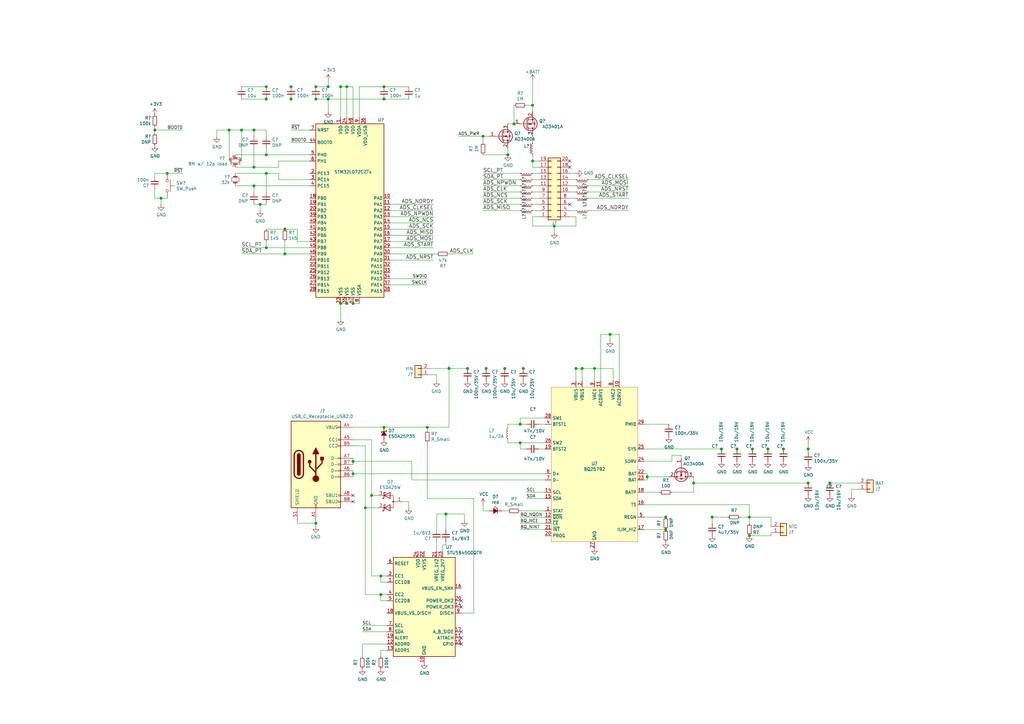
<source format=kicad_sch>
(kicad_sch (version 20210126) (generator eeschema)

  (paper "A3")

  (lib_symbols
    (symbol "Connector:USB_C_Receptacle_USB2.0" (pin_names (offset 1.016)) (in_bom yes) (on_board yes)
      (property "Reference" "J" (id 0) (at -10.16 19.05 0)
        (effects (font (size 1.27 1.27)) (justify left))
      )
      (property "Value" "USB_C_Receptacle_USB2.0" (id 1) (at 19.05 19.05 0)
        (effects (font (size 1.27 1.27)) (justify right))
      )
      (property "Footprint" "" (id 2) (at 3.81 0 0)
        (effects (font (size 1.27 1.27)) hide)
      )
      (property "Datasheet" "https://www.usb.org/sites/default/files/documents/usb_type-c.zip" (id 3) (at 3.81 0 0)
        (effects (font (size 1.27 1.27)) hide)
      )
      (property "ki_keywords" "usb universal serial bus type-C USB2.0" (id 4) (at 0 0 0)
        (effects (font (size 1.27 1.27)) hide)
      )
      (property "ki_description" "USB 2.0-only Type-C Receptacle connector" (id 5) (at 0 0 0)
        (effects (font (size 1.27 1.27)) hide)
      )
      (property "ki_fp_filters" "USB*C*Receptacle*" (id 6) (at 0 0 0)
        (effects (font (size 1.27 1.27)) hide)
      )
      (symbol "USB_C_Receptacle_USB2.0_0_0"
        (rectangle (start -0.254 -17.78) (end 0.254 -16.764)
          (stroke (width 0)) (fill (type none))
        )
        (rectangle (start 10.16 -14.986) (end 9.144 -15.494)
          (stroke (width 0)) (fill (type none))
        )
        (rectangle (start 10.16 -12.446) (end 9.144 -12.954)
          (stroke (width 0)) (fill (type none))
        )
        (rectangle (start 10.16 -4.826) (end 9.144 -5.334)
          (stroke (width 0)) (fill (type none))
        )
        (rectangle (start 10.16 -2.286) (end 9.144 -2.794)
          (stroke (width 0)) (fill (type none))
        )
        (rectangle (start 10.16 0.254) (end 9.144 -0.254)
          (stroke (width 0)) (fill (type none))
        )
        (rectangle (start 10.16 2.794) (end 9.144 2.286)
          (stroke (width 0)) (fill (type none))
        )
        (rectangle (start 10.16 7.874) (end 9.144 7.366)
          (stroke (width 0)) (fill (type none))
        )
        (rectangle (start 10.16 10.414) (end 9.144 9.906)
          (stroke (width 0)) (fill (type none))
        )
        (rectangle (start 10.16 15.494) (end 9.144 14.986)
          (stroke (width 0)) (fill (type none))
        )
      )
      (symbol "USB_C_Receptacle_USB2.0_0_1"
        (arc (start -8.89 -3.81) (end -5.08 -3.81) (radius (at -6.985 -3.81) (length 1.905) (angles -179.9 -0.1))
          (stroke (width 0.508)) (fill (type none))
        )
        (arc (start -7.62 -3.81) (end -6.35 -3.81) (radius (at -6.985 -3.81) (length 0.635) (angles -179.9 -0.1))
          (stroke (width 0.254)) (fill (type none))
        )
        (arc (start -7.62 -3.81) (end -6.35 -3.81) (radius (at -6.985 -3.81) (length 0.635) (angles -179.9 -0.1))
          (stroke (width 0.254)) (fill (type outline))
        )
        (arc (start -6.35 3.81) (end -7.62 3.81) (radius (at -6.985 3.81) (length 0.635) (angles 0.1 179.9))
          (stroke (width 0.254)) (fill (type outline))
        )
        (arc (start -6.35 3.81) (end -7.62 3.81) (radius (at -6.985 3.81) (length 0.635) (angles 0.1 179.9))
          (stroke (width 0.254)) (fill (type none))
        )
        (arc (start -5.08 3.81) (end -8.89 3.81) (radius (at -6.985 3.81) (length 1.905) (angles 0.1 179.9))
          (stroke (width 0.508)) (fill (type none))
        )
        (circle (center -2.54 1.143) (radius 0.635) (stroke (width 0.254)) (fill (type outline)))
        (circle (center 0 -5.842) (radius 1.27) (stroke (width 0)) (fill (type outline)))
        (rectangle (start -10.16 17.78) (end 10.16 -17.78)
          (stroke (width 0.254)) (fill (type background))
        )
        (rectangle (start -7.62 -3.81) (end -6.35 3.81)
          (stroke (width 0.254)) (fill (type outline))
        )
        (rectangle (start 1.905 1.778) (end 3.175 3.048)
          (stroke (width 0.254)) (fill (type outline))
        )
        (polyline
          (pts
            (xy -8.89 -3.81)
            (xy -8.89 3.81)
          )
          (stroke (width 0.508)) (fill (type none))
        )
        (polyline
          (pts
            (xy -5.08 3.81)
            (xy -5.08 -3.81)
          )
          (stroke (width 0.508)) (fill (type none))
        )
        (polyline
          (pts
            (xy 0 -5.842)
            (xy 0 4.318)
          )
          (stroke (width 0.508)) (fill (type none))
        )
        (polyline
          (pts
            (xy 0 -3.302)
            (xy -2.54 -0.762)
            (xy -2.54 0.508)
          )
          (stroke (width 0.508)) (fill (type none))
        )
        (polyline
          (pts
            (xy 0 -2.032)
            (xy 2.54 0.508)
            (xy 2.54 1.778)
          )
          (stroke (width 0.508)) (fill (type none))
        )
        (polyline
          (pts
            (xy -1.27 4.318)
            (xy 0 6.858)
            (xy 1.27 4.318)
            (xy -1.27 4.318)
          )
          (stroke (width 0.254)) (fill (type outline))
        )
      )
      (symbol "USB_C_Receptacle_USB2.0_1_1"
        (pin passive line (at 0 -22.86 90) (length 5.08)
          (name "GND" (effects (font (size 1.27 1.27))))
          (number "A1" (effects (font (size 1.27 1.27))))
        )
        (pin passive line (at 0 -22.86 90) (length 5.08) hide
          (name "GND" (effects (font (size 1.27 1.27))))
          (number "A12" (effects (font (size 1.27 1.27))))
        )
        (pin passive line (at 15.24 15.24 180) (length 5.08)
          (name "VBUS" (effects (font (size 1.27 1.27))))
          (number "A4" (effects (font (size 1.27 1.27))))
        )
        (pin bidirectional line (at 15.24 10.16 180) (length 5.08)
          (name "CC1" (effects (font (size 1.27 1.27))))
          (number "A5" (effects (font (size 1.27 1.27))))
        )
        (pin bidirectional line (at 15.24 -2.54 180) (length 5.08)
          (name "D+" (effects (font (size 1.27 1.27))))
          (number "A6" (effects (font (size 1.27 1.27))))
        )
        (pin bidirectional line (at 15.24 2.54 180) (length 5.08)
          (name "D-" (effects (font (size 1.27 1.27))))
          (number "A7" (effects (font (size 1.27 1.27))))
        )
        (pin bidirectional line (at 15.24 -12.7 180) (length 5.08)
          (name "SBU1" (effects (font (size 1.27 1.27))))
          (number "A8" (effects (font (size 1.27 1.27))))
        )
        (pin passive line (at 15.24 15.24 180) (length 5.08) hide
          (name "VBUS" (effects (font (size 1.27 1.27))))
          (number "A9" (effects (font (size 1.27 1.27))))
        )
        (pin passive line (at 0 -22.86 90) (length 5.08) hide
          (name "GND" (effects (font (size 1.27 1.27))))
          (number "B1" (effects (font (size 1.27 1.27))))
        )
        (pin passive line (at 0 -22.86 90) (length 5.08) hide
          (name "GND" (effects (font (size 1.27 1.27))))
          (number "B12" (effects (font (size 1.27 1.27))))
        )
        (pin passive line (at 15.24 15.24 180) (length 5.08) hide
          (name "VBUS" (effects (font (size 1.27 1.27))))
          (number "B4" (effects (font (size 1.27 1.27))))
        )
        (pin bidirectional line (at 15.24 7.62 180) (length 5.08)
          (name "CC2" (effects (font (size 1.27 1.27))))
          (number "B5" (effects (font (size 1.27 1.27))))
        )
        (pin bidirectional line (at 15.24 -5.08 180) (length 5.08)
          (name "D+" (effects (font (size 1.27 1.27))))
          (number "B6" (effects (font (size 1.27 1.27))))
        )
        (pin bidirectional line (at 15.24 0 180) (length 5.08)
          (name "D-" (effects (font (size 1.27 1.27))))
          (number "B7" (effects (font (size 1.27 1.27))))
        )
        (pin bidirectional line (at 15.24 -15.24 180) (length 5.08)
          (name "SBU2" (effects (font (size 1.27 1.27))))
          (number "B8" (effects (font (size 1.27 1.27))))
        )
        (pin passive line (at 15.24 15.24 180) (length 5.08) hide
          (name "VBUS" (effects (font (size 1.27 1.27))))
          (number "B9" (effects (font (size 1.27 1.27))))
        )
        (pin passive line (at -7.62 -22.86 90) (length 5.08)
          (name "SHIELD" (effects (font (size 1.27 1.27))))
          (number "S1" (effects (font (size 1.27 1.27))))
        )
      )
    )
    (symbol "Connector_Generic:Conn_01x02" (pin_names (offset 1.016) hide) (in_bom yes) (on_board yes)
      (property "Reference" "J" (id 0) (at 0 2.54 0)
        (effects (font (size 1.27 1.27)))
      )
      (property "Value" "Conn_01x02" (id 1) (at 0 -5.08 0)
        (effects (font (size 1.27 1.27)))
      )
      (property "Footprint" "" (id 2) (at 0 0 0)
        (effects (font (size 1.27 1.27)) hide)
      )
      (property "Datasheet" "~" (id 3) (at 0 0 0)
        (effects (font (size 1.27 1.27)) hide)
      )
      (property "ki_keywords" "connector" (id 4) (at 0 0 0)
        (effects (font (size 1.27 1.27)) hide)
      )
      (property "ki_description" "Generic connector, single row, 01x02, script generated (kicad-library-utils/schlib/autogen/connector/)" (id 5) (at 0 0 0)
        (effects (font (size 1.27 1.27)) hide)
      )
      (property "ki_fp_filters" "Connector*:*_1x??_*" (id 6) (at 0 0 0)
        (effects (font (size 1.27 1.27)) hide)
      )
      (symbol "Conn_01x02_1_1"
        (rectangle (start -1.27 -2.413) (end 0 -2.667)
          (stroke (width 0.1524)) (fill (type none))
        )
        (rectangle (start -1.27 0.127) (end 0 -0.127)
          (stroke (width 0.1524)) (fill (type none))
        )
        (rectangle (start -1.27 1.27) (end 1.27 -3.81)
          (stroke (width 0.254)) (fill (type background))
        )
        (pin passive line (at -5.08 0 0) (length 3.81)
          (name "Pin_1" (effects (font (size 1.27 1.27))))
          (number "1" (effects (font (size 1.27 1.27))))
        )
        (pin passive line (at -5.08 -2.54 0) (length 3.81)
          (name "Pin_2" (effects (font (size 1.27 1.27))))
          (number "2" (effects (font (size 1.27 1.27))))
        )
      )
    )
    (symbol "Device:C_Small" (pin_numbers hide) (pin_names (offset 0.254) hide) (in_bom yes) (on_board yes)
      (property "Reference" "C" (id 0) (at 0.254 1.778 0)
        (effects (font (size 1.27 1.27)) (justify left))
      )
      (property "Value" "C_Small" (id 1) (at 0.254 -2.032 0)
        (effects (font (size 1.27 1.27)) (justify left))
      )
      (property "Footprint" "" (id 2) (at 0 0 0)
        (effects (font (size 1.27 1.27)) hide)
      )
      (property "Datasheet" "~" (id 3) (at 0 0 0)
        (effects (font (size 1.27 1.27)) hide)
      )
      (property "ki_keywords" "capacitor cap" (id 4) (at 0 0 0)
        (effects (font (size 1.27 1.27)) hide)
      )
      (property "ki_description" "Unpolarized capacitor, small symbol" (id 5) (at 0 0 0)
        (effects (font (size 1.27 1.27)) hide)
      )
      (property "ki_fp_filters" "C_*" (id 6) (at 0 0 0)
        (effects (font (size 1.27 1.27)) hide)
      )
      (symbol "C_Small_0_1"
        (polyline
          (pts
            (xy -1.524 -0.508)
            (xy 1.524 -0.508)
          )
          (stroke (width 0.3302)) (fill (type none))
        )
        (polyline
          (pts
            (xy -1.524 0.508)
            (xy 1.524 0.508)
          )
          (stroke (width 0.3048)) (fill (type none))
        )
      )
      (symbol "C_Small_1_1"
        (pin passive line (at 0 2.54 270) (length 2.032)
          (name "~" (effects (font (size 1.27 1.27))))
          (number "1" (effects (font (size 1.27 1.27))))
        )
        (pin passive line (at 0 -2.54 90) (length 2.032)
          (name "~" (effects (font (size 1.27 1.27))))
          (number "2" (effects (font (size 1.27 1.27))))
        )
      )
    )
    (symbol "Device:Crystal_GND24_Small" (pin_names (offset 1.016) hide) (in_bom yes) (on_board yes)
      (property "Reference" "Y" (id 0) (at 1.27 4.445 0)
        (effects (font (size 1.27 1.27)) (justify left))
      )
      (property "Value" "Crystal_GND24_Small" (id 1) (at 1.27 2.54 0)
        (effects (font (size 1.27 1.27)) (justify left))
      )
      (property "Footprint" "" (id 2) (at 0 0 0)
        (effects (font (size 1.27 1.27)) hide)
      )
      (property "Datasheet" "~" (id 3) (at 0 0 0)
        (effects (font (size 1.27 1.27)) hide)
      )
      (property "ki_keywords" "quartz ceramic resonator oscillator" (id 4) (at 0 0 0)
        (effects (font (size 1.27 1.27)) hide)
      )
      (property "ki_description" "Four pin crystal, GND on pins 2 and 4, small symbol" (id 5) (at 0 0 0)
        (effects (font (size 1.27 1.27)) hide)
      )
      (property "ki_fp_filters" "Crystal*" (id 6) (at 0 0 0)
        (effects (font (size 1.27 1.27)) hide)
      )
      (symbol "Crystal_GND24_Small_0_1"
        (rectangle (start -0.762 -1.524) (end 0.762 1.524)
          (stroke (width 0)) (fill (type none))
        )
        (polyline
          (pts
            (xy -1.27 -0.762)
            (xy -1.27 0.762)
          )
          (stroke (width 0.381)) (fill (type none))
        )
        (polyline
          (pts
            (xy 1.27 -0.762)
            (xy 1.27 0.762)
          )
          (stroke (width 0.381)) (fill (type none))
        )
        (polyline
          (pts
            (xy -1.27 -1.27)
            (xy -1.27 -1.905)
            (xy 1.27 -1.905)
            (xy 1.27 -1.27)
          )
          (stroke (width 0)) (fill (type none))
        )
        (polyline
          (pts
            (xy -1.27 1.27)
            (xy -1.27 1.905)
            (xy 1.27 1.905)
            (xy 1.27 1.27)
          )
          (stroke (width 0)) (fill (type none))
        )
      )
      (symbol "Crystal_GND24_Small_1_1"
        (pin passive line (at -2.54 0 0) (length 1.27)
          (name "1" (effects (font (size 1.27 1.27))))
          (number "1" (effects (font (size 0.762 0.762))))
        )
        (pin passive line (at 0 -2.54 90) (length 0.635)
          (name "2" (effects (font (size 1.27 1.27))))
          (number "2" (effects (font (size 0.762 0.762))))
        )
        (pin passive line (at 2.54 0 180) (length 1.27)
          (name "3" (effects (font (size 1.27 1.27))))
          (number "3" (effects (font (size 0.762 0.762))))
        )
        (pin passive line (at 0 2.54 270) (length 0.635)
          (name "4" (effects (font (size 1.27 1.27))))
          (number "4" (effects (font (size 0.762 0.762))))
        )
      )
    )
    (symbol "Device:Crystal_Small" (pin_numbers hide) (pin_names (offset 1.016) hide) (in_bom yes) (on_board yes)
      (property "Reference" "Y" (id 0) (at 0 2.54 0)
        (effects (font (size 1.27 1.27)))
      )
      (property "Value" "Crystal_Small" (id 1) (at 0 -2.54 0)
        (effects (font (size 1.27 1.27)))
      )
      (property "Footprint" "" (id 2) (at 0 0 0)
        (effects (font (size 1.27 1.27)) hide)
      )
      (property "Datasheet" "~" (id 3) (at 0 0 0)
        (effects (font (size 1.27 1.27)) hide)
      )
      (property "ki_keywords" "quartz ceramic resonator oscillator" (id 4) (at 0 0 0)
        (effects (font (size 1.27 1.27)) hide)
      )
      (property "ki_description" "Two pin crystal, small symbol" (id 5) (at 0 0 0)
        (effects (font (size 1.27 1.27)) hide)
      )
      (property "ki_fp_filters" "Crystal*" (id 6) (at 0 0 0)
        (effects (font (size 1.27 1.27)) hide)
      )
      (symbol "Crystal_Small_0_1"
        (rectangle (start -0.762 -1.524) (end 0.762 1.524)
          (stroke (width 0)) (fill (type none))
        )
        (polyline
          (pts
            (xy -1.27 -0.762)
            (xy -1.27 0.762)
          )
          (stroke (width 0.381)) (fill (type none))
        )
        (polyline
          (pts
            (xy 1.27 -0.762)
            (xy 1.27 0.762)
          )
          (stroke (width 0.381)) (fill (type none))
        )
      )
      (symbol "Crystal_Small_1_1"
        (pin passive line (at -2.54 0 0) (length 1.27)
          (name "1" (effects (font (size 1.27 1.27))))
          (number "1" (effects (font (size 1.27 1.27))))
        )
        (pin passive line (at 2.54 0 180) (length 1.27)
          (name "2" (effects (font (size 1.27 1.27))))
          (number "2" (effects (font (size 1.27 1.27))))
        )
      )
    )
    (symbol "Device:D_Schottky_Dual_CommonAnode_AKK_Parallel" (pin_names (offset 0.762) hide) (in_bom yes) (on_board yes)
      (property "Reference" "D" (id 0) (at 0 5.08 0)
        (effects (font (size 1.27 1.27)))
      )
      (property "Value" "D_Schottky_Dual_CommonAnode_AKK_Parallel" (id 1) (at 0 -5.08 0)
        (effects (font (size 1.27 1.27)))
      )
      (property "Footprint" "" (id 2) (at -1.27 0 0)
        (effects (font (size 1.27 1.27)) hide)
      )
      (property "Datasheet" "~" (id 3) (at -1.27 0 0)
        (effects (font (size 1.27 1.27)) hide)
      )
      (property "ki_keywords" "diode" (id 4) (at 0 0 0)
        (effects (font (size 1.27 1.27)) hide)
      )
      (property "ki_description" "Dual Schottky diode, common anode on pin 1" (id 5) (at 0 0 0)
        (effects (font (size 1.27 1.27)) hide)
      )
      (symbol "D_Schottky_Dual_CommonAnode_AKK_Parallel_0_1"
        (circle (center -1.27 0) (radius 0.254) (stroke (width 0)) (fill (type outline)))
        (polyline
          (pts
            (xy -1.27 0)
            (xy -2.54 0)
          )
          (stroke (width 0)) (fill (type none))
        )
        (polyline
          (pts
            (xy 2.54 2.54)
            (xy -1.27 2.54)
            (xy -1.27 -2.54)
            (xy 2.54 -2.54)
          )
          (stroke (width 0)) (fill (type none))
        )
        (polyline
          (pts
            (xy 0 -1.27)
            (xy 2.54 -2.54)
            (xy 0 -3.81)
            (xy 0 -1.27)
            (xy 0 -1.27)
            (xy 0 -1.27)
          )
          (stroke (width 0.254)) (fill (type none))
        )
        (polyline
          (pts
            (xy 0 3.81)
            (xy 2.54 2.54)
            (xy 0 1.27)
            (xy 0 3.81)
            (xy 0 3.81)
            (xy 0 3.81)
          )
          (stroke (width 0.254)) (fill (type none))
        )
        (polyline
          (pts
            (xy 3.048 -1.524)
            (xy 3.048 -1.27)
            (xy 2.54 -1.27)
            (xy 2.54 -3.81)
            (xy 2.032 -3.81)
            (xy 2.032 -3.556)
          )
          (stroke (width 0.254)) (fill (type none))
        )
        (polyline
          (pts
            (xy 3.048 3.556)
            (xy 3.048 3.81)
            (xy 2.54 3.81)
            (xy 2.54 1.27)
            (xy 2.032 1.27)
            (xy 2.032 1.524)
          )
          (stroke (width 0.254)) (fill (type none))
        )
        (pin passive line (at -5.08 0 0) (length 2.54)
          (name "A" (effects (font (size 1.27 1.27))))
          (number "1" (effects (font (size 1.27 1.27))))
        )
        (pin passive line (at 5.08 2.54 180) (length 2.54)
          (name "K" (effects (font (size 1.27 1.27))))
          (number "2" (effects (font (size 1.27 1.27))))
        )
        (pin passive line (at 5.08 -2.54 180) (length 2.54)
          (name "K" (effects (font (size 1.27 1.27))))
          (number "3" (effects (font (size 1.27 1.27))))
        )
      )
    )
    (symbol "Device:D_Schottky_Small_Filled" (pin_numbers hide) (pin_names (offset 0.254) hide) (in_bom yes) (on_board yes)
      (property "Reference" "D" (id 0) (at -1.27 2.032 0)
        (effects (font (size 1.27 1.27)) (justify left))
      )
      (property "Value" "D_Schottky_Small_Filled" (id 1) (at -7.112 -2.032 0)
        (effects (font (size 1.27 1.27)) (justify left))
      )
      (property "Footprint" "" (id 2) (at 0 0 90)
        (effects (font (size 1.27 1.27)) hide)
      )
      (property "Datasheet" "~" (id 3) (at 0 0 90)
        (effects (font (size 1.27 1.27)) hide)
      )
      (property "ki_keywords" "diode Schottky" (id 4) (at 0 0 0)
        (effects (font (size 1.27 1.27)) hide)
      )
      (property "ki_description" "Schottky diode, small symbol, filled shape" (id 5) (at 0 0 0)
        (effects (font (size 1.27 1.27)) hide)
      )
      (property "ki_fp_filters" "TO-???* *_Diode_* *SingleDiode* D_*" (id 6) (at 0 0 0)
        (effects (font (size 1.27 1.27)) hide)
      )
      (symbol "D_Schottky_Small_Filled_0_1"
        (polyline
          (pts
            (xy -0.762 0)
            (xy 0.762 0)
          )
          (stroke (width 0)) (fill (type none))
        )
        (polyline
          (pts
            (xy 0.762 -1.016)
            (xy -0.762 0)
            (xy 0.762 1.016)
            (xy 0.762 -1.016)
          )
          (stroke (width 0.254)) (fill (type outline))
        )
        (polyline
          (pts
            (xy -1.27 0.762)
            (xy -1.27 1.016)
            (xy -0.762 1.016)
            (xy -0.762 -1.016)
            (xy -0.254 -1.016)
            (xy -0.254 -0.762)
          )
          (stroke (width 0.254)) (fill (type none))
        )
      )
      (symbol "D_Schottky_Small_Filled_1_1"
        (pin passive line (at -2.54 0 0) (length 1.778)
          (name "K" (effects (font (size 1.27 1.27))))
          (number "1" (effects (font (size 1.27 1.27))))
        )
        (pin passive line (at 2.54 0 180) (length 1.778)
          (name "A" (effects (font (size 1.27 1.27))))
          (number "2" (effects (font (size 1.27 1.27))))
        )
      )
    )
    (symbol "Device:LED_Small_Filled" (pin_numbers hide) (pin_names (offset 0.254) hide) (in_bom yes) (on_board yes)
      (property "Reference" "D" (id 0) (at -1.27 3.175 0)
        (effects (font (size 1.27 1.27)) (justify left))
      )
      (property "Value" "LED_Small_Filled" (id 1) (at -4.445 -2.54 0)
        (effects (font (size 1.27 1.27)) (justify left))
      )
      (property "Footprint" "" (id 2) (at 0 0 90)
        (effects (font (size 1.27 1.27)) hide)
      )
      (property "Datasheet" "~" (id 3) (at 0 0 90)
        (effects (font (size 1.27 1.27)) hide)
      )
      (property "ki_keywords" "LED diode light-emitting-diode" (id 4) (at 0 0 0)
        (effects (font (size 1.27 1.27)) hide)
      )
      (property "ki_description" "Light emitting diode, small symbol, filled shape" (id 5) (at 0 0 0)
        (effects (font (size 1.27 1.27)) hide)
      )
      (property "ki_fp_filters" "LED* LED_SMD:* LED_THT:*" (id 6) (at 0 0 0)
        (effects (font (size 1.27 1.27)) hide)
      )
      (symbol "LED_Small_Filled_0_1"
        (polyline
          (pts
            (xy -0.762 -1.016)
            (xy -0.762 1.016)
          )
          (stroke (width 0.254)) (fill (type none))
        )
        (polyline
          (pts
            (xy 1.016 0)
            (xy -0.762 0)
          )
          (stroke (width 0)) (fill (type none))
        )
        (polyline
          (pts
            (xy 0.762 -1.016)
            (xy -0.762 0)
            (xy 0.762 1.016)
            (xy 0.762 -1.016)
          )
          (stroke (width 0.254)) (fill (type outline))
        )
        (polyline
          (pts
            (xy 0 0.762)
            (xy -0.508 1.27)
            (xy -0.254 1.27)
            (xy -0.508 1.27)
            (xy -0.508 1.016)
          )
          (stroke (width 0)) (fill (type none))
        )
        (polyline
          (pts
            (xy 0.508 1.27)
            (xy 0 1.778)
            (xy 0.254 1.778)
            (xy 0 1.778)
            (xy 0 1.524)
          )
          (stroke (width 0)) (fill (type none))
        )
      )
      (symbol "LED_Small_Filled_1_1"
        (pin passive line (at -2.54 0 0) (length 1.778)
          (name "K" (effects (font (size 1.27 1.27))))
          (number "1" (effects (font (size 1.27 1.27))))
        )
        (pin passive line (at 2.54 0 180) (length 1.778)
          (name "A" (effects (font (size 1.27 1.27))))
          (number "2" (effects (font (size 1.27 1.27))))
        )
      )
    )
    (symbol "Device:L_Small" (pin_numbers hide) (pin_names (offset 0.254) hide) (in_bom yes) (on_board yes)
      (property "Reference" "L" (id 0) (at 0.762 1.016 0)
        (effects (font (size 1.27 1.27)) (justify left))
      )
      (property "Value" "L_Small" (id 1) (at 0.762 -1.016 0)
        (effects (font (size 1.27 1.27)) (justify left))
      )
      (property "Footprint" "" (id 2) (at 0 0 0)
        (effects (font (size 1.27 1.27)) hide)
      )
      (property "Datasheet" "~" (id 3) (at 0 0 0)
        (effects (font (size 1.27 1.27)) hide)
      )
      (property "ki_keywords" "inductor choke coil reactor magnetic" (id 4) (at 0 0 0)
        (effects (font (size 1.27 1.27)) hide)
      )
      (property "ki_description" "Inductor, small symbol" (id 5) (at 0 0 0)
        (effects (font (size 1.27 1.27)) hide)
      )
      (property "ki_fp_filters" "Choke_* *Coil* Inductor_* L_*" (id 6) (at 0 0 0)
        (effects (font (size 1.27 1.27)) hide)
      )
      (symbol "L_Small_0_1"
        (arc (start 0 -2.032) (end 0 -1.016) (radius (at 0 -1.524) (length 0.508) (angles -89.9 89.9))
          (stroke (width 0)) (fill (type none))
        )
        (arc (start 0 -1.016) (end 0 0) (radius (at 0 -0.508) (length 0.508) (angles -89.9 89.9))
          (stroke (width 0)) (fill (type none))
        )
        (arc (start 0 0) (end 0 1.016) (radius (at 0 0.508) (length 0.508) (angles -89.9 89.9))
          (stroke (width 0)) (fill (type none))
        )
        (arc (start 0 1.016) (end 0 2.032) (radius (at 0 1.524) (length 0.508) (angles -89.9 89.9))
          (stroke (width 0)) (fill (type none))
        )
      )
      (symbol "L_Small_1_1"
        (pin passive line (at 0 2.54 270) (length 0.508)
          (name "~" (effects (font (size 1.27 1.27))))
          (number "1" (effects (font (size 1.27 1.27))))
        )
        (pin passive line (at 0 -2.54 90) (length 0.508)
          (name "~" (effects (font (size 1.27 1.27))))
          (number "2" (effects (font (size 1.27 1.27))))
        )
      )
    )
    (symbol "Device:R_Small" (pin_numbers hide) (pin_names (offset 0.254) hide) (in_bom yes) (on_board yes)
      (property "Reference" "R" (id 0) (at 0.762 0.508 0)
        (effects (font (size 1.27 1.27)) (justify left))
      )
      (property "Value" "R_Small" (id 1) (at 0.762 -1.016 0)
        (effects (font (size 1.27 1.27)) (justify left))
      )
      (property "Footprint" "" (id 2) (at 0 0 0)
        (effects (font (size 1.27 1.27)) hide)
      )
      (property "Datasheet" "~" (id 3) (at 0 0 0)
        (effects (font (size 1.27 1.27)) hide)
      )
      (property "ki_keywords" "R resistor" (id 4) (at 0 0 0)
        (effects (font (size 1.27 1.27)) hide)
      )
      (property "ki_description" "Resistor, small symbol" (id 5) (at 0 0 0)
        (effects (font (size 1.27 1.27)) hide)
      )
      (property "ki_fp_filters" "R_*" (id 6) (at 0 0 0)
        (effects (font (size 1.27 1.27)) hide)
      )
      (symbol "R_Small_0_1"
        (rectangle (start -0.762 1.778) (end 0.762 -1.778)
          (stroke (width 0.2032)) (fill (type none))
        )
      )
      (symbol "R_Small_1_1"
        (pin passive line (at 0 2.54 270) (length 0.762)
          (name "~" (effects (font (size 1.27 1.27))))
          (number "1" (effects (font (size 1.27 1.27))))
        )
        (pin passive line (at 0 -2.54 90) (length 0.762)
          (name "~" (effects (font (size 1.27 1.27))))
          (number "2" (effects (font (size 1.27 1.27))))
        )
      )
    )
    (symbol "Interface_USB:STUSB4500QTR" (in_bom yes) (on_board yes)
      (property "Reference" "U" (id 0) (at -12.7 21.59 0)
        (effects (font (size 1.27 1.27)))
      )
      (property "Value" "STUSB4500QTR" (id 1) (at 8.89 -21.59 0)
        (effects (font (size 1.27 1.27)))
      )
      (property "Footprint" "Package_DFN_QFN:QFN-24-1EP_4x4mm_P0.5mm_EP2.7x2.7mm" (id 2) (at 0 0 0)
        (effects (font (size 1.27 1.27)) hide)
      )
      (property "Datasheet" "https://www.st.com/resource/en/datasheet/stusb4500.pdf" (id 3) (at 0 0 0)
        (effects (font (size 1.27 1.27)) hide)
      )
      (property "ki_keywords" "USB PD Type C Sink" (id 4) (at 0 0 0)
        (effects (font (size 1.27 1.27)) hide)
      )
      (property "ki_description" "Stand-alone USB PD controller (with sink Auto-run mode), QFN-24" (id 5) (at 0 0 0)
        (effects (font (size 1.27 1.27)) hide)
      )
      (property "ki_fp_filters" "QFN*4x4mm*P0.5mm*" (id 6) (at 0 0 0)
        (effects (font (size 1.27 1.27)) hide)
      )
      (symbol "STUSB4500QTR_0_1"
        (rectangle (start -12.7 20.32) (end 12.7 -20.32)
          (stroke (width 0.254)) (fill (type background))
        )
      )
      (symbol "STUSB4500QTR_1_1"
        (pin bidirectional line (at -15.24 10.16 0) (length 2.54)
          (name "CC1DB" (effects (font (size 1.27 1.27))))
          (number "1" (effects (font (size 1.27 1.27))))
        )
        (pin power_in line (at 0 -22.86 90) (length 2.54)
          (name "GND" (effects (font (size 1.27 1.27))))
          (number "10" (effects (font (size 1.27 1.27))))
        )
        (pin open_collector line (at 15.24 -12.7 180) (length 2.54)
          (name "ATTACH" (effects (font (size 1.27 1.27))))
          (number "11" (effects (font (size 1.27 1.27))))
        )
        (pin input line (at -15.24 -15.24 0) (length 2.54)
          (name "ADDR0" (effects (font (size 1.27 1.27))))
          (number "12" (effects (font (size 1.27 1.27))))
        )
        (pin input line (at -15.24 -17.78 0) (length 2.54)
          (name "ADDR1" (effects (font (size 1.27 1.27))))
          (number "13" (effects (font (size 1.27 1.27))))
        )
        (pin open_collector line (at 15.24 0 180) (length 2.54)
          (name "POWER_OK3" (effects (font (size 1.27 1.27))))
          (number "14" (effects (font (size 1.27 1.27))))
        )
        (pin open_collector line (at 15.24 -15.24 180) (length 2.54)
          (name "GPIO" (effects (font (size 1.27 1.27))))
          (number "15" (effects (font (size 1.27 1.27))))
        )
        (pin open_collector line (at 15.24 7.62 180) (length 2.54)
          (name "VBUS_EN_SNK" (effects (font (size 1.27 1.27))))
          (number "16" (effects (font (size 1.27 1.27))))
        )
        (pin open_collector line (at 15.24 -10.16 180) (length 2.54)
          (name "A_B_SIDE" (effects (font (size 1.27 1.27))))
          (number "17" (effects (font (size 1.27 1.27))))
        )
        (pin input line (at -15.24 -2.54 0) (length 2.54)
          (name "VBUS_VS_DISCH" (effects (font (size 1.27 1.27))))
          (number "18" (effects (font (size 1.27 1.27))))
        )
        (pin open_collector line (at -15.24 -12.7 0) (length 2.54)
          (name "ALERT" (effects (font (size 1.27 1.27))))
          (number "19" (effects (font (size 1.27 1.27))))
        )
        (pin bidirectional line (at -15.24 12.7 0) (length 2.54)
          (name "CC1" (effects (font (size 1.27 1.27))))
          (number "2" (effects (font (size 1.27 1.27))))
        )
        (pin open_collector line (at 15.24 2.54 180) (length 2.54)
          (name "POWER_OK2" (effects (font (size 1.27 1.27))))
          (number "20" (effects (font (size 1.27 1.27))))
        )
        (pin power_out line (at 5.08 22.86 270) (length 2.54)
          (name "VREG_1V2" (effects (font (size 1.27 1.27))))
          (number "21" (effects (font (size 1.27 1.27))))
        )
        (pin power_in line (at 0 22.86 270) (length 2.54)
          (name "VSYS" (effects (font (size 1.27 1.27))))
          (number "22" (effects (font (size 1.27 1.27))))
        )
        (pin power_out line (at 7.62 22.86 270) (length 2.54)
          (name "VREG_2V7" (effects (font (size 1.27 1.27))))
          (number "23" (effects (font (size 1.27 1.27))))
        )
        (pin power_in line (at -2.54 22.86 270) (length 2.54)
          (name "VDD" (effects (font (size 1.27 1.27))))
          (number "24" (effects (font (size 1.27 1.27))))
        )
        (pin passive line (at 0 -22.86 90) (length 2.54) hide
          (name "GND" (effects (font (size 1.27 1.27))))
          (number "25" (effects (font (size 1.27 1.27))))
        )
        (pin no_connect line (at -12.7 15.24 0) (length 2.54) hide
          (name "NC" (effects (font (size 1.27 1.27))))
          (number "3" (effects (font (size 1.27 1.27))))
        )
        (pin bidirectional line (at -15.24 5.08 0) (length 2.54)
          (name "CC2" (effects (font (size 1.27 1.27))))
          (number "4" (effects (font (size 1.27 1.27))))
        )
        (pin bidirectional line (at -15.24 2.54 0) (length 2.54)
          (name "CC2DB" (effects (font (size 1.27 1.27))))
          (number "5" (effects (font (size 1.27 1.27))))
        )
        (pin input line (at -15.24 17.78 0) (length 2.54)
          (name "RESET" (effects (font (size 1.27 1.27))))
          (number "6" (effects (font (size 1.27 1.27))))
        )
        (pin input line (at -15.24 -7.62 0) (length 2.54)
          (name "SCL" (effects (font (size 1.27 1.27))))
          (number "7" (effects (font (size 1.27 1.27))))
        )
        (pin bidirectional line (at -15.24 -10.16 0) (length 2.54)
          (name "SDA" (effects (font (size 1.27 1.27))))
          (number "8" (effects (font (size 1.27 1.27))))
        )
        (pin bidirectional line (at 15.24 -2.54 180) (length 2.54)
          (name "DISCH" (effects (font (size 1.27 1.27))))
          (number "9" (effects (font (size 1.27 1.27))))
        )
      )
    )
    (symbol "MCU_ST_STM32L0:STM32L072CZTx" (in_bom yes) (on_board yes)
      (property "Reference" "U" (id 0) (at -15.24 36.83 0)
        (effects (font (size 1.27 1.27)) (justify left))
      )
      (property "Value" "STM32L072CZTx" (id 1) (at 7.62 36.83 0)
        (effects (font (size 1.27 1.27)) (justify left))
      )
      (property "Footprint" "Package_QFP:LQFP-48_7x7mm_P0.5mm" (id 2) (at -15.24 -35.56 0)
        (effects (font (size 1.27 1.27)) (justify right) hide)
      )
      (property "Datasheet" "http://www.st.com/st-web-ui/static/active/en/resource/technical/document/datasheet/DM00141133.pdf" (id 3) (at 0 0 0)
        (effects (font (size 1.27 1.27)) hide)
      )
      (property "ki_keywords" "ARM Cortex-M0+ STM32L0 STM32L0x2" (id 4) (at 0 0 0)
        (effects (font (size 1.27 1.27)) hide)
      )
      (property "ki_description" "ARM Cortex-M0+ MCU, 192KB flash, 20KB RAM, 32MHz, 1.65-3.6V, 37 GPIO, LQFP-48" (id 5) (at 0 0 0)
        (effects (font (size 1.27 1.27)) hide)
      )
      (property "ki_fp_filters" "LQFP*7x7mm*P0.5mm*" (id 6) (at 0 0 0)
        (effects (font (size 1.27 1.27)) hide)
      )
      (symbol "STM32L072CZTx_0_1"
        (rectangle (start -15.24 -35.56) (end 12.7 35.56)
          (stroke (width 0.254)) (fill (type background))
        )
      )
      (symbol "STM32L072CZTx_1_1"
        (pin input line (at -17.78 27.94 0) (length 2.54)
          (name "BOOT0" (effects (font (size 1.27 1.27))))
          (number "44" (effects (font (size 1.27 1.27))))
        )
        (pin input line (at -17.78 33.02 0) (length 2.54)
          (name "NRST" (effects (font (size 1.27 1.27))))
          (number "7" (effects (font (size 1.27 1.27))))
        )
        (pin bidirectional line (at 15.24 5.08 180) (length 2.54)
          (name "PA0" (effects (font (size 1.27 1.27))))
          (number "10" (effects (font (size 1.27 1.27))))
        )
        (pin bidirectional line (at 15.24 2.54 180) (length 2.54)
          (name "PA1" (effects (font (size 1.27 1.27))))
          (number "11" (effects (font (size 1.27 1.27))))
        )
        (pin bidirectional line (at 15.24 -20.32 180) (length 2.54)
          (name "PA10" (effects (font (size 1.27 1.27))))
          (number "31" (effects (font (size 1.27 1.27))))
        )
        (pin bidirectional line (at 15.24 -22.86 180) (length 2.54)
          (name "PA11" (effects (font (size 1.27 1.27))))
          (number "32" (effects (font (size 1.27 1.27))))
        )
        (pin bidirectional line (at 15.24 -25.4 180) (length 2.54)
          (name "PA12" (effects (font (size 1.27 1.27))))
          (number "33" (effects (font (size 1.27 1.27))))
        )
        (pin bidirectional line (at 15.24 -27.94 180) (length 2.54)
          (name "PA13" (effects (font (size 1.27 1.27))))
          (number "34" (effects (font (size 1.27 1.27))))
        )
        (pin bidirectional line (at 15.24 -30.48 180) (length 2.54)
          (name "PA14" (effects (font (size 1.27 1.27))))
          (number "37" (effects (font (size 1.27 1.27))))
        )
        (pin bidirectional line (at 15.24 -33.02 180) (length 2.54)
          (name "PA15" (effects (font (size 1.27 1.27))))
          (number "38" (effects (font (size 1.27 1.27))))
        )
        (pin bidirectional line (at 15.24 0 180) (length 2.54)
          (name "PA2" (effects (font (size 1.27 1.27))))
          (number "12" (effects (font (size 1.27 1.27))))
        )
        (pin bidirectional line (at 15.24 -2.54 180) (length 2.54)
          (name "PA3" (effects (font (size 1.27 1.27))))
          (number "13" (effects (font (size 1.27 1.27))))
        )
        (pin bidirectional line (at 15.24 -5.08 180) (length 2.54)
          (name "PA4" (effects (font (size 1.27 1.27))))
          (number "14" (effects (font (size 1.27 1.27))))
        )
        (pin bidirectional line (at 15.24 -7.62 180) (length 2.54)
          (name "PA5" (effects (font (size 1.27 1.27))))
          (number "15" (effects (font (size 1.27 1.27))))
        )
        (pin bidirectional line (at 15.24 -10.16 180) (length 2.54)
          (name "PA6" (effects (font (size 1.27 1.27))))
          (number "16" (effects (font (size 1.27 1.27))))
        )
        (pin bidirectional line (at 15.24 -12.7 180) (length 2.54)
          (name "PA7" (effects (font (size 1.27 1.27))))
          (number "17" (effects (font (size 1.27 1.27))))
        )
        (pin bidirectional line (at 15.24 -15.24 180) (length 2.54)
          (name "PA8" (effects (font (size 1.27 1.27))))
          (number "29" (effects (font (size 1.27 1.27))))
        )
        (pin bidirectional line (at 15.24 -17.78 180) (length 2.54)
          (name "PA9" (effects (font (size 1.27 1.27))))
          (number "30" (effects (font (size 1.27 1.27))))
        )
        (pin bidirectional line (at -17.78 5.08 0) (length 2.54)
          (name "PB0" (effects (font (size 1.27 1.27))))
          (number "18" (effects (font (size 1.27 1.27))))
        )
        (pin bidirectional line (at -17.78 2.54 0) (length 2.54)
          (name "PB1" (effects (font (size 1.27 1.27))))
          (number "19" (effects (font (size 1.27 1.27))))
        )
        (pin bidirectional line (at -17.78 -20.32 0) (length 2.54)
          (name "PB10" (effects (font (size 1.27 1.27))))
          (number "21" (effects (font (size 1.27 1.27))))
        )
        (pin bidirectional line (at -17.78 -22.86 0) (length 2.54)
          (name "PB11" (effects (font (size 1.27 1.27))))
          (number "22" (effects (font (size 1.27 1.27))))
        )
        (pin bidirectional line (at -17.78 -25.4 0) (length 2.54)
          (name "PB12" (effects (font (size 1.27 1.27))))
          (number "25" (effects (font (size 1.27 1.27))))
        )
        (pin bidirectional line (at -17.78 -27.94 0) (length 2.54)
          (name "PB13" (effects (font (size 1.27 1.27))))
          (number "26" (effects (font (size 1.27 1.27))))
        )
        (pin bidirectional line (at -17.78 -30.48 0) (length 2.54)
          (name "PB14" (effects (font (size 1.27 1.27))))
          (number "27" (effects (font (size 1.27 1.27))))
        )
        (pin bidirectional line (at -17.78 -33.02 0) (length 2.54)
          (name "PB15" (effects (font (size 1.27 1.27))))
          (number "28" (effects (font (size 1.27 1.27))))
        )
        (pin bidirectional line (at -17.78 0 0) (length 2.54)
          (name "PB2" (effects (font (size 1.27 1.27))))
          (number "20" (effects (font (size 1.27 1.27))))
        )
        (pin bidirectional line (at -17.78 -2.54 0) (length 2.54)
          (name "PB3" (effects (font (size 1.27 1.27))))
          (number "39" (effects (font (size 1.27 1.27))))
        )
        (pin bidirectional line (at -17.78 -5.08 0) (length 2.54)
          (name "PB4" (effects (font (size 1.27 1.27))))
          (number "40" (effects (font (size 1.27 1.27))))
        )
        (pin bidirectional line (at -17.78 -7.62 0) (length 2.54)
          (name "PB5" (effects (font (size 1.27 1.27))))
          (number "41" (effects (font (size 1.27 1.27))))
        )
        (pin bidirectional line (at -17.78 -10.16 0) (length 2.54)
          (name "PB6" (effects (font (size 1.27 1.27))))
          (number "42" (effects (font (size 1.27 1.27))))
        )
        (pin bidirectional line (at -17.78 -12.7 0) (length 2.54)
          (name "PB7" (effects (font (size 1.27 1.27))))
          (number "43" (effects (font (size 1.27 1.27))))
        )
        (pin bidirectional line (at -17.78 -15.24 0) (length 2.54)
          (name "PB8" (effects (font (size 1.27 1.27))))
          (number "45" (effects (font (size 1.27 1.27))))
        )
        (pin bidirectional line (at -17.78 -17.78 0) (length 2.54)
          (name "PB9" (effects (font (size 1.27 1.27))))
          (number "46" (effects (font (size 1.27 1.27))))
        )
        (pin bidirectional line (at -17.78 15.24 0) (length 2.54)
          (name "PC13" (effects (font (size 1.27 1.27))))
          (number "2" (effects (font (size 1.27 1.27))))
        )
        (pin bidirectional line (at -17.78 12.7 0) (length 2.54)
          (name "PC14" (effects (font (size 1.27 1.27))))
          (number "3" (effects (font (size 1.27 1.27))))
        )
        (pin bidirectional line (at -17.78 10.16 0) (length 2.54)
          (name "PC15" (effects (font (size 1.27 1.27))))
          (number "4" (effects (font (size 1.27 1.27))))
        )
        (pin input line (at -17.78 22.86 0) (length 2.54)
          (name "PH0" (effects (font (size 1.27 1.27))))
          (number "5" (effects (font (size 1.27 1.27))))
        )
        (pin input line (at -17.78 20.32 0) (length 2.54)
          (name "PH1" (effects (font (size 1.27 1.27))))
          (number "6" (effects (font (size 1.27 1.27))))
        )
        (pin power_in line (at -5.08 38.1 270) (length 2.54)
          (name "VDD" (effects (font (size 1.27 1.27))))
          (number "1" (effects (font (size 1.27 1.27))))
        )
        (pin power_in line (at -2.54 38.1 270) (length 2.54)
          (name "VDD" (effects (font (size 1.27 1.27))))
          (number "24" (effects (font (size 1.27 1.27))))
        )
        (pin power_in line (at 0 38.1 270) (length 2.54)
          (name "VDD" (effects (font (size 1.27 1.27))))
          (number "48" (effects (font (size 1.27 1.27))))
        )
        (pin power_in line (at 2.54 38.1 270) (length 2.54)
          (name "VDDA" (effects (font (size 1.27 1.27))))
          (number "9" (effects (font (size 1.27 1.27))))
        )
        (pin power_in line (at 5.08 38.1 270) (length 2.54)
          (name "VDD_USB" (effects (font (size 1.27 1.27))))
          (number "36" (effects (font (size 1.27 1.27))))
        )
        (pin power_in line (at -5.08 -38.1 90) (length 2.54)
          (name "VSS" (effects (font (size 1.27 1.27))))
          (number "23" (effects (font (size 1.27 1.27))))
        )
        (pin power_in line (at -2.54 -38.1 90) (length 2.54)
          (name "VSS" (effects (font (size 1.27 1.27))))
          (number "35" (effects (font (size 1.27 1.27))))
        )
        (pin power_in line (at 0 -38.1 90) (length 2.54)
          (name "VSS" (effects (font (size 1.27 1.27))))
          (number "47" (effects (font (size 1.27 1.27))))
        )
        (pin power_in line (at 2.54 -38.1 90) (length 2.54)
          (name "VSSA" (effects (font (size 1.27 1.27))))
          (number "8" (effects (font (size 1.27 1.27))))
        )
      )
    )
    (symbol "Switch:SW_Push" (pin_numbers hide) (pin_names (offset 1.016) hide) (in_bom yes) (on_board yes)
      (property "Reference" "SW" (id 0) (at 1.27 2.54 0)
        (effects (font (size 1.27 1.27)) (justify left))
      )
      (property "Value" "SW_Push" (id 1) (at 0 -1.524 0)
        (effects (font (size 1.27 1.27)))
      )
      (property "Footprint" "" (id 2) (at 0 5.08 0)
        (effects (font (size 1.27 1.27)) hide)
      )
      (property "Datasheet" "~" (id 3) (at 0 5.08 0)
        (effects (font (size 1.27 1.27)) hide)
      )
      (property "ki_keywords" "switch normally-open pushbutton push-button" (id 4) (at 0 0 0)
        (effects (font (size 1.27 1.27)) hide)
      )
      (property "ki_description" "Push button switch, generic, two pins" (id 5) (at 0 0 0)
        (effects (font (size 1.27 1.27)) hide)
      )
      (symbol "SW_Push_0_1"
        (circle (center -2.032 0) (radius 0.508) (stroke (width 0)) (fill (type none)))
        (circle (center 2.032 0) (radius 0.508) (stroke (width 0)) (fill (type none)))
        (polyline
          (pts
            (xy 0 1.27)
            (xy 0 3.048)
          )
          (stroke (width 0)) (fill (type none))
        )
        (polyline
          (pts
            (xy 2.54 1.27)
            (xy -2.54 1.27)
          )
          (stroke (width 0)) (fill (type none))
        )
        (pin passive line (at -5.08 0 0) (length 2.54)
          (name "1" (effects (font (size 1.27 1.27))))
          (number "1" (effects (font (size 1.27 1.27))))
        )
        (pin passive line (at 5.08 0 180) (length 2.54)
          (name "2" (effects (font (size 1.27 1.27))))
          (number "2" (effects (font (size 1.27 1.27))))
        )
      )
    )
    (symbol "Transistor_FET:AO3400A" (pin_names hide) (in_bom yes) (on_board yes)
      (property "Reference" "Q" (id 0) (at 5.08 1.905 0)
        (effects (font (size 1.27 1.27)) (justify left))
      )
      (property "Value" "AO3400A" (id 1) (at 5.08 0 0)
        (effects (font (size 1.27 1.27)) (justify left))
      )
      (property "Footprint" "Package_TO_SOT_SMD:SOT-23" (id 2) (at 5.08 -1.905 0)
        (effects (font (size 1.27 1.27) italic) (justify left) hide)
      )
      (property "Datasheet" "http://www.aosmd.com/pdfs/datasheet/AO3400A.pdf" (id 3) (at 0 0 0)
        (effects (font (size 1.27 1.27)) (justify left) hide)
      )
      (property "ki_keywords" "N-Channel MOSFET" (id 4) (at 0 0 0)
        (effects (font (size 1.27 1.27)) hide)
      )
      (property "ki_description" "30V Vds, 5.7A Id, N-Channel MOSFET, SOT-23" (id 5) (at 0 0 0)
        (effects (font (size 1.27 1.27)) hide)
      )
      (property "ki_fp_filters" "SOT?23*" (id 6) (at 0 0 0)
        (effects (font (size 1.27 1.27)) hide)
      )
      (symbol "AO3400A_0_1"
        (circle (center 1.651 0) (radius 2.794) (stroke (width 0.254)) (fill (type none)))
        (circle (center 2.54 -1.778) (radius 0.254) (stroke (width 0)) (fill (type outline)))
        (circle (center 2.54 1.778) (radius 0.254) (stroke (width 0)) (fill (type outline)))
        (polyline
          (pts
            (xy 0.254 0)
            (xy -2.54 0)
          )
          (stroke (width 0)) (fill (type none))
        )
        (polyline
          (pts
            (xy 0.254 1.905)
            (xy 0.254 -1.905)
          )
          (stroke (width 0.254)) (fill (type none))
        )
        (polyline
          (pts
            (xy 0.762 -1.27)
            (xy 0.762 -2.286)
          )
          (stroke (width 0.254)) (fill (type none))
        )
        (polyline
          (pts
            (xy 0.762 0.508)
            (xy 0.762 -0.508)
          )
          (stroke (width 0.254)) (fill (type none))
        )
        (polyline
          (pts
            (xy 0.762 2.286)
            (xy 0.762 1.27)
          )
          (stroke (width 0.254)) (fill (type none))
        )
        (polyline
          (pts
            (xy 2.54 2.54)
            (xy 2.54 1.778)
          )
          (stroke (width 0)) (fill (type none))
        )
        (polyline
          (pts
            (xy 2.54 -2.54)
            (xy 2.54 0)
            (xy 0.762 0)
          )
          (stroke (width 0)) (fill (type none))
        )
        (polyline
          (pts
            (xy 0.762 -1.778)
            (xy 3.302 -1.778)
            (xy 3.302 1.778)
            (xy 0.762 1.778)
          )
          (stroke (width 0)) (fill (type none))
        )
        (polyline
          (pts
            (xy 1.016 0)
            (xy 2.032 0.381)
            (xy 2.032 -0.381)
            (xy 1.016 0)
          )
          (stroke (width 0)) (fill (type outline))
        )
        (polyline
          (pts
            (xy 2.794 0.508)
            (xy 2.921 0.381)
            (xy 3.683 0.381)
            (xy 3.81 0.254)
          )
          (stroke (width 0)) (fill (type none))
        )
        (polyline
          (pts
            (xy 3.302 0.381)
            (xy 2.921 -0.254)
            (xy 3.683 -0.254)
            (xy 3.302 0.381)
          )
          (stroke (width 0)) (fill (type none))
        )
      )
      (symbol "AO3400A_1_1"
        (pin input line (at -5.08 0 0) (length 2.54)
          (name "G" (effects (font (size 1.27 1.27))))
          (number "1" (effects (font (size 1.27 1.27))))
        )
        (pin passive line (at 2.54 -5.08 90) (length 2.54)
          (name "S" (effects (font (size 1.27 1.27))))
          (number "2" (effects (font (size 1.27 1.27))))
        )
        (pin passive line (at 2.54 5.08 270) (length 2.54)
          (name "D" (effects (font (size 1.27 1.27))))
          (number "3" (effects (font (size 1.27 1.27))))
        )
      )
    )
    (symbol "Transistor_FET:AO3401A" (pin_names hide) (in_bom yes) (on_board yes)
      (property "Reference" "Q" (id 0) (at 5.08 1.905 0)
        (effects (font (size 1.27 1.27)) (justify left))
      )
      (property "Value" "AO3401A" (id 1) (at 5.08 0 0)
        (effects (font (size 1.27 1.27)) (justify left))
      )
      (property "Footprint" "Package_TO_SOT_SMD:SOT-23" (id 2) (at 5.08 -1.905 0)
        (effects (font (size 1.27 1.27) italic) (justify left) hide)
      )
      (property "Datasheet" "http://www.aosmd.com/pdfs/datasheet/AO3401A.pdf" (id 3) (at 0 0 0)
        (effects (font (size 1.27 1.27)) (justify left) hide)
      )
      (property "ki_keywords" "P-Channel MOSFET" (id 4) (at 0 0 0)
        (effects (font (size 1.27 1.27)) hide)
      )
      (property "ki_description" "-4.0A Id, -30V Vds, P-Channel MOSFET, SOT-23" (id 5) (at 0 0 0)
        (effects (font (size 1.27 1.27)) hide)
      )
      (property "ki_fp_filters" "SOT?23*" (id 6) (at 0 0 0)
        (effects (font (size 1.27 1.27)) hide)
      )
      (symbol "AO3401A_0_1"
        (circle (center 1.651 0) (radius 2.794) (stroke (width 0.254)) (fill (type none)))
        (circle (center 2.54 -1.778) (radius 0.254) (stroke (width 0)) (fill (type outline)))
        (circle (center 2.54 1.778) (radius 0.254) (stroke (width 0)) (fill (type outline)))
        (polyline
          (pts
            (xy 0.254 0)
            (xy -2.54 0)
          )
          (stroke (width 0)) (fill (type none))
        )
        (polyline
          (pts
            (xy 0.254 1.905)
            (xy 0.254 -1.905)
          )
          (stroke (width 0.254)) (fill (type none))
        )
        (polyline
          (pts
            (xy 0.762 -1.27)
            (xy 0.762 -2.286)
          )
          (stroke (width 0.254)) (fill (type none))
        )
        (polyline
          (pts
            (xy 0.762 0.508)
            (xy 0.762 -0.508)
          )
          (stroke (width 0.254)) (fill (type none))
        )
        (polyline
          (pts
            (xy 0.762 2.286)
            (xy 0.762 1.27)
          )
          (stroke (width 0.254)) (fill (type none))
        )
        (polyline
          (pts
            (xy 2.54 2.54)
            (xy 2.54 1.778)
          )
          (stroke (width 0)) (fill (type none))
        )
        (polyline
          (pts
            (xy 2.54 -2.54)
            (xy 2.54 0)
            (xy 0.762 0)
          )
          (stroke (width 0)) (fill (type none))
        )
        (polyline
          (pts
            (xy 0.762 1.778)
            (xy 3.302 1.778)
            (xy 3.302 -1.778)
            (xy 0.762 -1.778)
          )
          (stroke (width 0)) (fill (type none))
        )
        (polyline
          (pts
            (xy 2.286 0)
            (xy 1.27 0.381)
            (xy 1.27 -0.381)
            (xy 2.286 0)
          )
          (stroke (width 0)) (fill (type outline))
        )
        (polyline
          (pts
            (xy 2.794 -0.508)
            (xy 2.921 -0.381)
            (xy 3.683 -0.381)
            (xy 3.81 -0.254)
          )
          (stroke (width 0)) (fill (type none))
        )
        (polyline
          (pts
            (xy 3.302 -0.381)
            (xy 2.921 0.254)
            (xy 3.683 0.254)
            (xy 3.302 -0.381)
          )
          (stroke (width 0)) (fill (type none))
        )
      )
      (symbol "AO3401A_1_1"
        (pin input line (at -5.08 0 0) (length 2.54)
          (name "G" (effects (font (size 1.27 1.27))))
          (number "1" (effects (font (size 1.27 1.27))))
        )
        (pin passive line (at 2.54 -5.08 90) (length 2.54)
          (name "S" (effects (font (size 1.27 1.27))))
          (number "2" (effects (font (size 1.27 1.27))))
        )
        (pin passive line (at 2.54 5.08 270) (length 2.54)
          (name "D" (effects (font (size 1.27 1.27))))
          (number "3" (effects (font (size 1.27 1.27))))
        )
      )
    )
    (symbol "components:BQ25792" (in_bom yes) (on_board yes)
      (property "Reference" "U" (id 0) (at 15.24 19.05 0)
        (effects (font (size 1.27 1.27)))
      )
      (property "Value" "BQ25792" (id 1) (at 0 -15.24 0)
        (effects (font (size 1.27 1.27)))
      )
      (property "Footprint" "" (id 2) (at -27.94 0 0)
        (effects (font (size 1.27 1.27)) hide)
      )
      (property "Datasheet" "" (id 3) (at -27.94 0 0)
        (effects (font (size 1.27 1.27)) hide)
      )
      (symbol "BQ25792_0_1"
        (rectangle (start -17.78 17.78) (end 17.78 -45.72)
          (stroke (width 0.001)) (fill (type background))
        )
      )
      (symbol "BQ25792_1_1"
        (pin input line (at -20.32 -33.02 0) (length 2.54)
          (name "STAT" (effects (font (size 1.27 1.27))))
          (number "1" (effects (font (size 1.27 1.27))))
        )
        (pin input line (at -5.08 20.32 270) (length 2.54)
          (name "VBUS" (effects (font (size 1.27 1.27))))
          (number "2" (effects (font (size 1.27 1.27))))
        )
        (pin input line (at -7.62 20.32 270) (length 2.54)
          (name "VBUS" (effects (font (size 1.27 1.27))))
          (number "3" (effects (font (size 1.27 1.27))))
        )
        (pin input line (at -20.32 2.54 0) (length 2.54)
          (name "BTST1" (effects (font (size 1.27 1.27))))
          (number "4" (effects (font (size 1.27 1.27))))
        )
        (pin input line (at 20.32 -35.56 180) (length 2.54)
          (name "REGN" (effects (font (size 1.27 1.27))))
          (number "5" (effects (font (size 1.27 1.27))))
        )
        (pin input line (at -20.32 -17.78 0) (length 2.54)
          (name "D+" (effects (font (size 1.27 1.27))))
          (number "6" (effects (font (size 1.27 1.27))))
        )
        (pin input line (at -20.32 -20.32 0) (length 2.54)
          (name "D-" (effects (font (size 1.27 1.27))))
          (number "7" (effects (font (size 1.27 1.27))))
        )
        (pin input line (at 7.62 20.32 270) (length 2.54)
          (name "VAC2" (effects (font (size 1.27 1.27))))
          (number "8" (effects (font (size 1.27 1.27))))
        )
        (pin input line (at 0 20.32 270) (length 2.54)
          (name "VAC1" (effects (font (size 1.27 1.27))))
          (number "9" (effects (font (size 1.27 1.27))))
        )
        (pin input line (at 10.16 20.32 270) (length 2.54)
          (name "ACDRV2" (effects (font (size 1.27 1.27))))
          (number "10" (effects (font (size 1.27 1.27))))
        )
        (pin input line (at 2.54 20.32 270) (length 2.54)
          (name "ACDRV1" (effects (font (size 1.27 1.27))))
          (number "11" (effects (font (size 1.27 1.27))))
        )
        (pin input line (at -20.32 -35.56 0) (length 2.54)
          (name "~QON" (effects (font (size 1.27 1.27))))
          (number "12" (effects (font (size 1.27 1.27))))
        )
        (pin input line (at -20.32 -38.1 0) (length 2.54)
          (name "~CE" (effects (font (size 1.27 1.27))))
          (number "13" (effects (font (size 1.27 1.27))))
        )
        (pin input line (at -20.32 -25.4 0) (length 2.54)
          (name "SCL" (effects (font (size 1.27 1.27))))
          (number "14" (effects (font (size 1.27 1.27))))
        )
        (pin input line (at -20.32 -27.94 0) (length 2.54)
          (name "SDA" (effects (font (size 1.27 1.27))))
          (number "15" (effects (font (size 1.27 1.27))))
        )
        (pin input line (at 20.32 -30.48 180) (length 2.54)
          (name "TS" (effects (font (size 1.27 1.27))))
          (number "16" (effects (font (size 1.27 1.27))))
        )
        (pin input line (at 20.32 -40.64 180) (length 2.54)
          (name "ILIM_HIZ" (effects (font (size 1.27 1.27))))
          (number "17" (effects (font (size 1.27 1.27))))
        )
        (pin input line (at 20.32 -25.4 180) (length 2.54)
          (name "BATP" (effects (font (size 1.27 1.27))))
          (number "18" (effects (font (size 1.27 1.27))))
        )
        (pin input line (at -20.32 -7.62 0) (length 2.54)
          (name "BTST2" (effects (font (size 1.27 1.27))))
          (number "19" (effects (font (size 1.27 1.27))))
        )
        (pin input line (at -20.32 -43.18 0) (length 2.54)
          (name "PROG" (effects (font (size 1.27 1.27))))
          (number "20" (effects (font (size 1.27 1.27))))
        )
        (pin input line (at -20.32 -40.64 0) (length 2.54)
          (name "~INT" (effects (font (size 1.27 1.27))))
          (number "21" (effects (font (size 1.27 1.27))))
        )
        (pin input line (at 20.32 -20.32 180) (length 2.54)
          (name "BAT" (effects (font (size 1.27 1.27))))
          (number "23" (effects (font (size 1.27 1.27))))
        )
        (pin input line (at 20.32 -17.78 180) (length 2.54)
          (name "BAT" (effects (font (size 1.27 1.27))))
          (number "22" (effects (font (size 1.27 1.27))))
        )
        (pin input line (at 20.32 -12.7 180) (length 2.54)
          (name "SDRV" (effects (font (size 1.27 1.27))))
          (number "24" (effects (font (size 1.27 1.27))))
        )
        (pin input line (at 20.32 -7.62 180) (length 2.54)
          (name "SYS" (effects (font (size 1.27 1.27))))
          (number "25" (effects (font (size 1.27 1.27))))
        )
        (pin input line (at -20.32 -5.08 0) (length 2.54)
          (name "SW2" (effects (font (size 1.27 1.27))))
          (number "26" (effects (font (size 1.27 1.27))))
        )
        (pin input line (at 0 -48.26 90) (length 2.54)
          (name "GND" (effects (font (size 1.27 1.27))))
          (number "27" (effects (font (size 1.27 1.27))))
        )
        (pin input line (at -20.32 5.08 0) (length 2.54)
          (name "SW1" (effects (font (size 1.27 1.27))))
          (number "28" (effects (font (size 1.27 1.27))))
        )
        (pin input line (at 20.32 2.54 180) (length 2.54)
          (name "PMID" (effects (font (size 1.27 1.27))))
          (number "29" (effects (font (size 1.27 1.27))))
        )
      )
    )
    (symbol "frontend_board-rescue:+BATT" (power) (pin_names (offset 0)) (in_bom yes) (on_board yes)
      (property "Reference" "#PWR" (id 0) (at 0 -3.81 0)
        (effects (font (size 1.27 1.27)) hide)
      )
      (property "Value" "+BATT" (id 1) (at 0 3.556 0)
        (effects (font (size 1.27 1.27)))
      )
      (property "Footprint" "" (id 2) (at 0 0 0)
        (effects (font (size 1.27 1.27)) hide)
      )
      (property "Datasheet" "" (id 3) (at 0 0 0)
        (effects (font (size 1.27 1.27)) hide)
      )
      (symbol "+BATT_0_1"
        (polyline
          (pts
            (xy -0.762 1.27)
            (xy 0 2.54)
          )
          (stroke (width 0)) (fill (type none))
        )
        (polyline
          (pts
            (xy 0 0)
            (xy 0 2.54)
          )
          (stroke (width 0)) (fill (type none))
        )
        (polyline
          (pts
            (xy 0 2.54)
            (xy 0.762 1.27)
          )
          (stroke (width 0)) (fill (type none))
        )
      )
      (symbol "+BATT_1_1"
        (pin power_in line (at 0 0 90) (length 0) hide
          (name "+BATT" (effects (font (size 1.27 1.27))))
          (number "1" (effects (font (size 1.27 1.27))))
        )
      )
    )
    (symbol "frontend_board-rescue:Conn_02x10_Odd_Even" (pin_names (offset 1.016) hide) (in_bom yes) (on_board yes)
      (property "Reference" "J" (id 0) (at 1.27 12.7 0)
        (effects (font (size 1.27 1.27)))
      )
      (property "Value" "Conn_02x10_Odd_Even" (id 1) (at 1.27 -15.24 0)
        (effects (font (size 1.27 1.27)))
      )
      (property "Footprint" "" (id 2) (at 0 0 0)
        (effects (font (size 1.27 1.27)) hide)
      )
      (property "Datasheet" "" (id 3) (at 0 0 0)
        (effects (font (size 1.27 1.27)) hide)
      )
      (property "ki_fp_filters" "Connector*:*2x??x*mm* Connector*:*2x???Pitch* Pin_Header_Straight_2X* Pin_Header_Angled_2X* Socket_Strip_Straight_2X* Socket_Strip_Angled_2X*" (id 4) (at 0 0 0)
        (effects (font (size 1.27 1.27)) hide)
      )
      (symbol "Conn_02x10_Odd_Even_1_1"
        (rectangle (start -1.27 -12.573) (end 0 -12.827)
          (stroke (width 0.1524)) (fill (type none))
        )
        (rectangle (start -1.27 -10.033) (end 0 -10.287)
          (stroke (width 0.1524)) (fill (type none))
        )
        (rectangle (start -1.27 -7.493) (end 0 -7.747)
          (stroke (width 0.1524)) (fill (type none))
        )
        (rectangle (start -1.27 -4.953) (end 0 -5.207)
          (stroke (width 0.1524)) (fill (type none))
        )
        (rectangle (start -1.27 -2.413) (end 0 -2.667)
          (stroke (width 0.1524)) (fill (type none))
        )
        (rectangle (start -1.27 0.127) (end 0 -0.127)
          (stroke (width 0.1524)) (fill (type none))
        )
        (rectangle (start -1.27 2.667) (end 0 2.413)
          (stroke (width 0.1524)) (fill (type none))
        )
        (rectangle (start -1.27 5.207) (end 0 4.953)
          (stroke (width 0.1524)) (fill (type none))
        )
        (rectangle (start -1.27 7.747) (end 0 7.493)
          (stroke (width 0.1524)) (fill (type none))
        )
        (rectangle (start -1.27 10.287) (end 0 10.033)
          (stroke (width 0.1524)) (fill (type none))
        )
        (rectangle (start 3.81 -12.573) (end 2.54 -12.827)
          (stroke (width 0.1524)) (fill (type none))
        )
        (rectangle (start 3.81 -10.033) (end 2.54 -10.287)
          (stroke (width 0.1524)) (fill (type none))
        )
        (rectangle (start 3.81 -7.493) (end 2.54 -7.747)
          (stroke (width 0.1524)) (fill (type none))
        )
        (rectangle (start 3.81 -4.953) (end 2.54 -5.207)
          (stroke (width 0.1524)) (fill (type none))
        )
        (rectangle (start 3.81 -2.413) (end 2.54 -2.667)
          (stroke (width 0.1524)) (fill (type none))
        )
        (rectangle (start 3.81 0.127) (end 2.54 -0.127)
          (stroke (width 0.1524)) (fill (type none))
        )
        (rectangle (start 3.81 2.667) (end 2.54 2.413)
          (stroke (width 0.1524)) (fill (type none))
        )
        (rectangle (start 3.81 5.207) (end 2.54 4.953)
          (stroke (width 0.1524)) (fill (type none))
        )
        (rectangle (start 3.81 7.747) (end 2.54 7.493)
          (stroke (width 0.1524)) (fill (type none))
        )
        (rectangle (start 3.81 10.287) (end 2.54 10.033)
          (stroke (width 0.1524)) (fill (type none))
        )
        (rectangle (start -1.27 11.43) (end 3.81 -13.97)
          (stroke (width 0.254)) (fill (type background))
        )
        (pin passive line (at -5.08 10.16 0) (length 3.81)
          (name "Pin_1" (effects (font (size 1.27 1.27))))
          (number "1" (effects (font (size 1.27 1.27))))
        )
        (pin passive line (at 7.62 0 180) (length 3.81)
          (name "Pin_10" (effects (font (size 1.27 1.27))))
          (number "10" (effects (font (size 1.27 1.27))))
        )
        (pin passive line (at -5.08 -2.54 0) (length 3.81)
          (name "Pin_11" (effects (font (size 1.27 1.27))))
          (number "11" (effects (font (size 1.27 1.27))))
        )
        (pin passive line (at 7.62 -2.54 180) (length 3.81)
          (name "Pin_12" (effects (font (size 1.27 1.27))))
          (number "12" (effects (font (size 1.27 1.27))))
        )
        (pin passive line (at -5.08 -5.08 0) (length 3.81)
          (name "Pin_13" (effects (font (size 1.27 1.27))))
          (number "13" (effects (font (size 1.27 1.27))))
        )
        (pin passive line (at 7.62 -5.08 180) (length 3.81)
          (name "Pin_14" (effects (font (size 1.27 1.27))))
          (number "14" (effects (font (size 1.27 1.27))))
        )
        (pin passive line (at -5.08 -7.62 0) (length 3.81)
          (name "Pin_15" (effects (font (size 1.27 1.27))))
          (number "15" (effects (font (size 1.27 1.27))))
        )
        (pin passive line (at 7.62 -7.62 180) (length 3.81)
          (name "Pin_16" (effects (font (size 1.27 1.27))))
          (number "16" (effects (font (size 1.27 1.27))))
        )
        (pin passive line (at -5.08 -10.16 0) (length 3.81)
          (name "Pin_17" (effects (font (size 1.27 1.27))))
          (number "17" (effects (font (size 1.27 1.27))))
        )
        (pin passive line (at 7.62 -10.16 180) (length 3.81)
          (name "Pin_18" (effects (font (size 1.27 1.27))))
          (number "18" (effects (font (size 1.27 1.27))))
        )
        (pin passive line (at -5.08 -12.7 0) (length 3.81)
          (name "Pin_19" (effects (font (size 1.27 1.27))))
          (number "19" (effects (font (size 1.27 1.27))))
        )
        (pin passive line (at 7.62 10.16 180) (length 3.81)
          (name "Pin_2" (effects (font (size 1.27 1.27))))
          (number "2" (effects (font (size 1.27 1.27))))
        )
        (pin passive line (at 7.62 -12.7 180) (length 3.81)
          (name "Pin_20" (effects (font (size 1.27 1.27))))
          (number "20" (effects (font (size 1.27 1.27))))
        )
        (pin passive line (at -5.08 7.62 0) (length 3.81)
          (name "Pin_3" (effects (font (size 1.27 1.27))))
          (number "3" (effects (font (size 1.27 1.27))))
        )
        (pin passive line (at 7.62 7.62 180) (length 3.81)
          (name "Pin_4" (effects (font (size 1.27 1.27))))
          (number "4" (effects (font (size 1.27 1.27))))
        )
        (pin passive line (at -5.08 5.08 0) (length 3.81)
          (name "Pin_5" (effects (font (size 1.27 1.27))))
          (number "5" (effects (font (size 1.27 1.27))))
        )
        (pin passive line (at 7.62 5.08 180) (length 3.81)
          (name "Pin_6" (effects (font (size 1.27 1.27))))
          (number "6" (effects (font (size 1.27 1.27))))
        )
        (pin passive line (at -5.08 2.54 0) (length 3.81)
          (name "Pin_7" (effects (font (size 1.27 1.27))))
          (number "7" (effects (font (size 1.27 1.27))))
        )
        (pin passive line (at 7.62 2.54 180) (length 3.81)
          (name "Pin_8" (effects (font (size 1.27 1.27))))
          (number "8" (effects (font (size 1.27 1.27))))
        )
        (pin passive line (at -5.08 0 0) (length 3.81)
          (name "Pin_9" (effects (font (size 1.27 1.27))))
          (number "9" (effects (font (size 1.27 1.27))))
        )
      )
    )
    (symbol "frontend_board-rescue:L_Core_Ferrite_Small" (pin_numbers hide) (pin_names (offset 0.254) hide) (in_bom yes) (on_board yes)
      (property "Reference" "L" (id 0) (at 1.27 1.016 0)
        (effects (font (size 1.27 1.27)) (justify left))
      )
      (property "Value" "L_Core_Ferrite_Small" (id 1) (at 1.27 -1.27 0)
        (effects (font (size 1.27 1.27)) (justify left))
      )
      (property "Footprint" "" (id 2) (at 0 0 0)
        (effects (font (size 1.27 1.27)) hide)
      )
      (property "Datasheet" "" (id 3) (at 0 0 0)
        (effects (font (size 1.27 1.27)) hide)
      )
      (property "ki_fp_filters" "Choke_* *Coil* Inductor_* L_*" (id 4) (at 0 0 0)
        (effects (font (size 1.27 1.27)) hide)
      )
      (symbol "L_Core_Ferrite_Small_0_1"
        (arc (start 0 -2.032) (end 0 -1.016) (radius (at 0 -1.524) (length 0.508) (angles -89.9 89.9))
          (stroke (width 0)) (fill (type none))
        )
        (arc (start 0 -1.016) (end 0 0) (radius (at 0 -0.508) (length 0.508) (angles -89.9 89.9))
          (stroke (width 0)) (fill (type none))
        )
        (arc (start 0 0) (end 0 1.016) (radius (at 0 0.508) (length 0.508) (angles -89.9 89.9))
          (stroke (width 0)) (fill (type none))
        )
        (arc (start 0 1.016) (end 0 2.032) (radius (at 0 1.524) (length 0.508) (angles -89.9 89.9))
          (stroke (width 0)) (fill (type none))
        )
        (polyline
          (pts
            (xy 0.762 -1.905)
            (xy 0.762 -1.651)
          )
          (stroke (width 0)) (fill (type none))
        )
        (polyline
          (pts
            (xy 0.762 -1.397)
            (xy 0.762 -1.143)
          )
          (stroke (width 0)) (fill (type none))
        )
        (polyline
          (pts
            (xy 0.762 -0.889)
            (xy 0.762 -0.635)
          )
          (stroke (width 0)) (fill (type none))
        )
        (polyline
          (pts
            (xy 0.762 -0.381)
            (xy 0.762 -0.127)
          )
          (stroke (width 0)) (fill (type none))
        )
        (polyline
          (pts
            (xy 0.762 0.127)
            (xy 0.762 0.381)
          )
          (stroke (width 0)) (fill (type none))
        )
        (polyline
          (pts
            (xy 0.762 0.635)
            (xy 0.762 0.889)
          )
          (stroke (width 0)) (fill (type none))
        )
        (polyline
          (pts
            (xy 0.762 1.143)
            (xy 0.762 1.397)
          )
          (stroke (width 0)) (fill (type none))
        )
        (polyline
          (pts
            (xy 0.762 1.651)
            (xy 0.762 1.905)
          )
          (stroke (width 0)) (fill (type none))
        )
        (polyline
          (pts
            (xy 1.016 -1.651)
            (xy 1.016 -1.905)
          )
          (stroke (width 0)) (fill (type none))
        )
        (polyline
          (pts
            (xy 1.016 -1.143)
            (xy 1.016 -1.397)
          )
          (stroke (width 0)) (fill (type none))
        )
        (polyline
          (pts
            (xy 1.016 -0.635)
            (xy 1.016 -0.889)
          )
          (stroke (width 0)) (fill (type none))
        )
        (polyline
          (pts
            (xy 1.016 -0.127)
            (xy 1.016 -0.381)
          )
          (stroke (width 0)) (fill (type none))
        )
        (polyline
          (pts
            (xy 1.016 0.381)
            (xy 1.016 0.127)
          )
          (stroke (width 0)) (fill (type none))
        )
        (polyline
          (pts
            (xy 1.016 0.889)
            (xy 1.016 0.635)
          )
          (stroke (width 0)) (fill (type none))
        )
        (polyline
          (pts
            (xy 1.016 1.397)
            (xy 1.016 1.143)
          )
          (stroke (width 0)) (fill (type none))
        )
        (polyline
          (pts
            (xy 1.016 1.905)
            (xy 1.016 1.651)
          )
          (stroke (width 0)) (fill (type none))
        )
      )
      (symbol "L_Core_Ferrite_Small_1_1"
        (pin passive line (at 0 2.54 270) (length 0.508)
          (name "~" (effects (font (size 1.27 1.27))))
          (number "1" (effects (font (size 1.27 1.27))))
        )
        (pin passive line (at 0 -2.54 90) (length 0.508)
          (name "~" (effects (font (size 1.27 1.27))))
          (number "2" (effects (font (size 1.27 1.27))))
        )
      )
    )
    (symbol "power:+3V3" (power) (pin_names (offset 0)) (in_bom yes) (on_board yes)
      (property "Reference" "#PWR" (id 0) (at 0 -3.81 0)
        (effects (font (size 1.27 1.27)) hide)
      )
      (property "Value" "+3V3" (id 1) (at 0 3.556 0)
        (effects (font (size 1.27 1.27)))
      )
      (property "Footprint" "" (id 2) (at 0 0 0)
        (effects (font (size 1.27 1.27)) hide)
      )
      (property "Datasheet" "" (id 3) (at 0 0 0)
        (effects (font (size 1.27 1.27)) hide)
      )
      (property "ki_keywords" "power-flag" (id 4) (at 0 0 0)
        (effects (font (size 1.27 1.27)) hide)
      )
      (property "ki_description" "Power symbol creates a global label with name \"+3V3\"" (id 5) (at 0 0 0)
        (effects (font (size 1.27 1.27)) hide)
      )
      (symbol "+3V3_0_1"
        (polyline
          (pts
            (xy -0.762 1.27)
            (xy 0 2.54)
          )
          (stroke (width 0)) (fill (type none))
        )
        (polyline
          (pts
            (xy 0 0)
            (xy 0 2.54)
          )
          (stroke (width 0)) (fill (type none))
        )
        (polyline
          (pts
            (xy 0 2.54)
            (xy 0.762 1.27)
          )
          (stroke (width 0)) (fill (type none))
        )
      )
      (symbol "+3V3_1_1"
        (pin power_in line (at 0 0 90) (length 0) hide
          (name "+3V3" (effects (font (size 1.27 1.27))))
          (number "1" (effects (font (size 1.27 1.27))))
        )
      )
    )
    (symbol "power:GND" (power) (pin_names (offset 0)) (in_bom yes) (on_board yes)
      (property "Reference" "#PWR" (id 0) (at 0 -6.35 0)
        (effects (font (size 1.27 1.27)) hide)
      )
      (property "Value" "GND" (id 1) (at 0 -3.81 0)
        (effects (font (size 1.27 1.27)))
      )
      (property "Footprint" "" (id 2) (at 0 0 0)
        (effects (font (size 1.27 1.27)) hide)
      )
      (property "Datasheet" "" (id 3) (at 0 0 0)
        (effects (font (size 1.27 1.27)) hide)
      )
      (property "ki_keywords" "power-flag" (id 4) (at 0 0 0)
        (effects (font (size 1.27 1.27)) hide)
      )
      (property "ki_description" "Power symbol creates a global label with name \"GND\" , ground" (id 5) (at 0 0 0)
        (effects (font (size 1.27 1.27)) hide)
      )
      (symbol "GND_0_1"
        (polyline
          (pts
            (xy 0 0)
            (xy 0 -1.27)
            (xy 1.27 -1.27)
            (xy 0 -2.54)
            (xy -1.27 -1.27)
            (xy 0 -1.27)
          )
          (stroke (width 0)) (fill (type none))
        )
      )
      (symbol "GND_1_1"
        (pin power_in line (at 0 0 270) (length 0) hide
          (name "GND" (effects (font (size 1.27 1.27))))
          (number "1" (effects (font (size 1.27 1.27))))
        )
      )
    )
    (symbol "power:VCC" (power) (pin_names (offset 0)) (in_bom yes) (on_board yes)
      (property "Reference" "#PWR" (id 0) (at 0 -3.81 0)
        (effects (font (size 1.27 1.27)) hide)
      )
      (property "Value" "VCC" (id 1) (at 0 3.81 0)
        (effects (font (size 1.27 1.27)))
      )
      (property "Footprint" "" (id 2) (at 0 0 0)
        (effects (font (size 1.27 1.27)) hide)
      )
      (property "Datasheet" "" (id 3) (at 0 0 0)
        (effects (font (size 1.27 1.27)) hide)
      )
      (property "ki_keywords" "power-flag" (id 4) (at 0 0 0)
        (effects (font (size 1.27 1.27)) hide)
      )
      (property "ki_description" "Power symbol creates a global label with name \"VCC\"" (id 5) (at 0 0 0)
        (effects (font (size 1.27 1.27)) hide)
      )
      (symbol "VCC_0_1"
        (polyline
          (pts
            (xy -0.762 1.27)
            (xy 0 2.54)
          )
          (stroke (width 0)) (fill (type none))
        )
        (polyline
          (pts
            (xy 0 0)
            (xy 0 2.54)
          )
          (stroke (width 0)) (fill (type none))
        )
        (polyline
          (pts
            (xy 0 2.54)
            (xy 0.762 1.27)
          )
          (stroke (width 0)) (fill (type none))
        )
      )
      (symbol "VCC_1_1"
        (pin power_in line (at 0 0 90) (length 0) hide
          (name "VCC" (effects (font (size 1.27 1.27))))
          (number "1" (effects (font (size 1.27 1.27))))
        )
      )
    )
  )

  (junction (at 63.5 53.34) (diameter 1.016) (color 0 0 0 0))
  (junction (at 66.04 81.28) (diameter 1.016) (color 0 0 0 0))
  (junction (at 68.58 71.12) (diameter 1.016) (color 0 0 0 0))
  (junction (at 93.98 53.34) (diameter 1.016) (color 0 0 0 0))
  (junction (at 99.06 53.34) (diameter 1.016) (color 0 0 0 0))
  (junction (at 104.14 53.34) (diameter 1.016) (color 0 0 0 0))
  (junction (at 104.14 68.58) (diameter 1.016) (color 0 0 0 0))
  (junction (at 104.14 76.2) (diameter 1.016) (color 0 0 0 0))
  (junction (at 106.68 83.82) (diameter 1.016) (color 0 0 0 0))
  (junction (at 109.22 35.56) (diameter 1.016) (color 0 0 0 0))
  (junction (at 109.22 40.64) (diameter 1.016) (color 0 0 0 0))
  (junction (at 109.22 63.5) (diameter 1.016) (color 0 0 0 0))
  (junction (at 109.22 71.12) (diameter 1.016) (color 0 0 0 0))
  (junction (at 109.22 101.6) (diameter 1.016) (color 0 0 0 0))
  (junction (at 116.84 93.98) (diameter 1.016) (color 0 0 0 0))
  (junction (at 116.84 104.14) (diameter 1.016) (color 0 0 0 0))
  (junction (at 119.38 35.56) (diameter 1.016) (color 0 0 0 0))
  (junction (at 119.38 40.64) (diameter 1.016) (color 0 0 0 0))
  (junction (at 129.54 35.56) (diameter 1.016) (color 0 0 0 0))
  (junction (at 129.54 40.64) (diameter 1.016) (color 0 0 0 0))
  (junction (at 129.54 214.63) (diameter 1.016) (color 0 0 0 0))
  (junction (at 134.62 35.56) (diameter 1.016) (color 0 0 0 0))
  (junction (at 134.62 40.64) (diameter 1.016) (color 0 0 0 0))
  (junction (at 139.7 35.56) (diameter 1.016) (color 0 0 0 0))
  (junction (at 139.7 124.46) (diameter 1.016) (color 0 0 0 0))
  (junction (at 142.24 35.56) (diameter 1.016) (color 0 0 0 0))
  (junction (at 142.24 124.46) (diameter 1.016) (color 0 0 0 0))
  (junction (at 144.78 124.46) (diameter 1.016) (color 0 0 0 0))
  (junction (at 144.78 189.23) (diameter 1.016) (color 0 0 0 0))
  (junction (at 144.78 194.31) (diameter 1.016) (color 0 0 0 0))
  (junction (at 149.86 208.28) (diameter 1.016) (color 0 0 0 0))
  (junction (at 152.4 203.2) (diameter 1.016) (color 0 0 0 0))
  (junction (at 156.21 236.22) (diameter 1.016) (color 0 0 0 0))
  (junction (at 156.21 243.84) (diameter 1.016) (color 0 0 0 0))
  (junction (at 157.48 35.56) (diameter 1.016) (color 0 0 0 0))
  (junction (at 157.48 40.64) (diameter 1.016) (color 0 0 0 0))
  (junction (at 157.48 175.26) (diameter 1.016) (color 0 0 0 0))
  (junction (at 175.26 175.26) (diameter 1.016) (color 0 0 0 0))
  (junction (at 182.88 210.82) (diameter 1.016) (color 0 0 0 0))
  (junction (at 184.15 151.13) (diameter 1.016) (color 0 0 0 0))
  (junction (at 191.77 151.13) (diameter 1.016) (color 0 0 0 0))
  (junction (at 198.12 55.88) (diameter 1.016) (color 0 0 0 0))
  (junction (at 199.39 151.13) (diameter 1.016) (color 0 0 0 0))
  (junction (at 207.01 151.13) (diameter 1.016) (color 0 0 0 0))
  (junction (at 208.28 63.5) (diameter 1.016) (color 0 0 0 0))
  (junction (at 210.82 50.8) (diameter 1.016) (color 0 0 0 0))
  (junction (at 213.36 173.99) (diameter 1.016) (color 0 0 0 0))
  (junction (at 213.36 181.61) (diameter 1.016) (color 0 0 0 0))
  (junction (at 214.63 151.13) (diameter 1.016) (color 0 0 0 0))
  (junction (at 218.44 43.18) (diameter 1.016) (color 0 0 0 0))
  (junction (at 218.44 66.04) (diameter 1.016) (color 0 0 0 0))
  (junction (at 227.33 92.71) (diameter 1.016) (color 0 0 0 0))
  (junction (at 236.22 151.13) (diameter 1.016) (color 0 0 0 0))
  (junction (at 238.76 151.13) (diameter 1.016) (color 0 0 0 0))
  (junction (at 243.84 151.13) (diameter 1.016) (color 0 0 0 0))
  (junction (at 250.19 137.16) (diameter 1.016) (color 0 0 0 0))
  (junction (at 265.43 195.58) (diameter 1.016) (color 0 0 0 0))
  (junction (at 273.05 212.09) (diameter 1.016) (color 0 0 0 0))
  (junction (at 273.05 217.17) (diameter 1.016) (color 0 0 0 0))
  (junction (at 284.48 198.12) (diameter 1.016) (color 0 0 0 0))
  (junction (at 292.1 212.09) (diameter 1.016) (color 0 0 0 0))
  (junction (at 295.91 184.15) (diameter 1.016) (color 0 0 0 0))
  (junction (at 302.26 184.15) (diameter 1.016) (color 0 0 0 0))
  (junction (at 307.34 212.09) (diameter 1.016) (color 0 0 0 0))
  (junction (at 307.34 219.71) (diameter 1.016) (color 0 0 0 0))
  (junction (at 308.61 184.15) (diameter 1.016) (color 0 0 0 0))
  (junction (at 314.96 184.15) (diameter 1.016) (color 0 0 0 0))
  (junction (at 321.31 184.15) (diameter 1.016) (color 0 0 0 0))
  (junction (at 331.47 184.15) (diameter 1.016) (color 0 0 0 0))
  (junction (at 331.47 198.12) (diameter 1.016) (color 0 0 0 0))
  (junction (at 340.36 198.12) (diameter 1.016) (color 0 0 0 0))

  (no_connect (at 144.78 203.2) (uuid a35bc98e-0fa2-4dee-8225-a26fe52f6bbe))
  (no_connect (at 144.78 205.74) (uuid a35bc98e-0fa2-4dee-8225-a26fe52f6bbe))
  (no_connect (at 189.23 246.38) (uuid 8d0a3be3-1401-448a-8d3b-8b560c4c14e0))
  (no_connect (at 189.23 248.92) (uuid 8d0a3be3-1401-448a-8d3b-8b560c4c14e0))
  (no_connect (at 189.23 259.08) (uuid 0e978b83-cd8b-44f1-a74f-06dcf4fbe511))
  (no_connect (at 189.23 261.62) (uuid 213e08cc-d5df-4d03-850c-19288aedb84e))
  (no_connect (at 189.23 264.16) (uuid 0e978b83-cd8b-44f1-a74f-06dcf4fbe511))
  (no_connect (at 233.68 66.04) (uuid 1a76d110-a662-4b4e-adbf-2c6852d2a1f9))
  (no_connect (at 233.68 68.58) (uuid 1a76d110-a662-4b4e-adbf-2c6852d2a1f9))
  (no_connect (at 233.68 83.82) (uuid 1a76d110-a662-4b4e-adbf-2c6852d2a1f9))

  (wire (pts (xy 63.5 52.07) (xy 63.5 53.34))
    (stroke (width 0) (type solid) (color 0 0 0 0))
    (uuid e92cdb0f-163b-43ef-b2a1-0fb51c1ce1eb)
  )
  (wire (pts (xy 63.5 53.34) (xy 63.5 54.61))
    (stroke (width 0) (type solid) (color 0 0 0 0))
    (uuid e92cdb0f-163b-43ef-b2a1-0fb51c1ce1eb)
  )
  (wire (pts (xy 63.5 53.34) (xy 74.93 53.34))
    (stroke (width 0) (type solid) (color 0 0 0 0))
    (uuid 37738251-be6f-48c1-9d4d-832995b75892)
  )
  (wire (pts (xy 63.5 71.12) (xy 68.58 71.12))
    (stroke (width 0) (type solid) (color 0 0 0 0))
    (uuid e48fde8c-606b-4e80-9417-e8ebb504504a)
  )
  (wire (pts (xy 63.5 72.39) (xy 63.5 71.12))
    (stroke (width 0) (type solid) (color 0 0 0 0))
    (uuid e48fde8c-606b-4e80-9417-e8ebb504504a)
  )
  (wire (pts (xy 63.5 77.47) (xy 63.5 81.28))
    (stroke (width 0) (type solid) (color 0 0 0 0))
    (uuid 58431bc0-3076-4e77-afeb-aa8cd1d4ff57)
  )
  (wire (pts (xy 63.5 81.28) (xy 66.04 81.28))
    (stroke (width 0) (type solid) (color 0 0 0 0))
    (uuid 58431bc0-3076-4e77-afeb-aa8cd1d4ff57)
  )
  (wire (pts (xy 66.04 81.28) (xy 68.58 81.28))
    (stroke (width 0) (type solid) (color 0 0 0 0))
    (uuid e7f9bb4a-5fc6-47d0-a4a5-3cdb8757c1f3)
  )
  (wire (pts (xy 66.04 83.82) (xy 66.04 81.28))
    (stroke (width 0) (type solid) (color 0 0 0 0))
    (uuid e7f9bb4a-5fc6-47d0-a4a5-3cdb8757c1f3)
  )
  (wire (pts (xy 68.58 71.12) (xy 74.93 71.12))
    (stroke (width 0) (type solid) (color 0 0 0 0))
    (uuid e48fde8c-606b-4e80-9417-e8ebb504504a)
  )
  (wire (pts (xy 88.9 53.34) (xy 88.9 55.88))
    (stroke (width 0) (type solid) (color 0 0 0 0))
    (uuid e23c1582-94c3-4cb3-8c98-299aaaac8eda)
  )
  (wire (pts (xy 93.98 53.34) (xy 88.9 53.34))
    (stroke (width 0) (type solid) (color 0 0 0 0))
    (uuid e23c1582-94c3-4cb3-8c98-299aaaac8eda)
  )
  (wire (pts (xy 93.98 66.04) (xy 93.98 53.34))
    (stroke (width 0) (type solid) (color 0 0 0 0))
    (uuid 887f6d6c-dea8-4e09-9511-acd0afca7477)
  )
  (wire (pts (xy 96.52 63.5) (xy 109.22 63.5))
    (stroke (width 0) (type solid) (color 0 0 0 0))
    (uuid 812097ff-7be7-426c-b53d-91779385e576)
  )
  (wire (pts (xy 96.52 71.12) (xy 109.22 71.12))
    (stroke (width 0) (type solid) (color 0 0 0 0))
    (uuid d8ac16bb-839c-41ef-9f60-6800fa6ee213)
  )
  (wire (pts (xy 96.52 76.2) (xy 104.14 76.2))
    (stroke (width 0) (type solid) (color 0 0 0 0))
    (uuid 84463ee4-eca4-430b-8d75-8ed60443d69f)
  )
  (wire (pts (xy 99.06 35.56) (xy 129.54 35.56))
    (stroke (width 0) (type solid) (color 0 0 0 0))
    (uuid 2b9fb1ec-1d4d-455d-8b98-a4afbcfa564a)
  )
  (wire (pts (xy 99.06 40.64) (xy 129.54 40.64))
    (stroke (width 0) (type solid) (color 0 0 0 0))
    (uuid 983ef348-3e44-4f3a-8fab-3340add11c1f)
  )
  (wire (pts (xy 99.06 53.34) (xy 93.98 53.34))
    (stroke (width 0) (type solid) (color 0 0 0 0))
    (uuid 887f6d6c-dea8-4e09-9511-acd0afca7477)
  )
  (wire (pts (xy 99.06 53.34) (xy 99.06 66.04))
    (stroke (width 0) (type solid) (color 0 0 0 0))
    (uuid fa7eb2fa-b0aa-41af-b4f0-3074c5e6a39a)
  )
  (wire (pts (xy 99.06 101.6) (xy 109.22 101.6))
    (stroke (width 0) (type solid) (color 0 0 0 0))
    (uuid 47c7abad-78c3-4b30-967b-4aed571ed48f)
  )
  (wire (pts (xy 99.06 104.14) (xy 116.84 104.14))
    (stroke (width 0) (type solid) (color 0 0 0 0))
    (uuid 9f9e9d28-63f6-41d2-8c25-a3f7a5426e0d)
  )
  (wire (pts (xy 104.14 53.34) (xy 99.06 53.34))
    (stroke (width 0) (type solid) (color 0 0 0 0))
    (uuid 05536098-736e-4d86-82fb-7cca97a2e5d7)
  )
  (wire (pts (xy 104.14 53.34) (xy 104.14 55.88))
    (stroke (width 0) (type solid) (color 0 0 0 0))
    (uuid aa6ccb9e-d614-4c57-950d-228ca2911841)
  )
  (wire (pts (xy 104.14 60.96) (xy 104.14 68.58))
    (stroke (width 0) (type solid) (color 0 0 0 0))
    (uuid e3fcd613-73a3-4426-969b-8406e2549bff)
  )
  (wire (pts (xy 104.14 68.58) (xy 96.52 68.58))
    (stroke (width 0) (type solid) (color 0 0 0 0))
    (uuid 43eec3ad-852e-4a7b-a5d8-e3f9be2e4f39)
  )
  (wire (pts (xy 104.14 76.2) (xy 104.14 78.74))
    (stroke (width 0) (type solid) (color 0 0 0 0))
    (uuid 9657e4f3-a792-417f-ba7f-c3eeca4db1ac)
  )
  (wire (pts (xy 104.14 76.2) (xy 127 76.2))
    (stroke (width 0) (type solid) (color 0 0 0 0))
    (uuid 84463ee4-eca4-430b-8d75-8ed60443d69f)
  )
  (wire (pts (xy 104.14 83.82) (xy 106.68 83.82))
    (stroke (width 0) (type solid) (color 0 0 0 0))
    (uuid 7bc4119c-efbc-4d3a-8993-0553a33c2343)
  )
  (wire (pts (xy 106.68 83.82) (xy 106.68 86.36))
    (stroke (width 0) (type solid) (color 0 0 0 0))
    (uuid de27adaf-4028-4dd2-b208-a7fb6994059a)
  )
  (wire (pts (xy 106.68 83.82) (xy 109.22 83.82))
    (stroke (width 0) (type solid) (color 0 0 0 0))
    (uuid 7bc4119c-efbc-4d3a-8993-0553a33c2343)
  )
  (wire (pts (xy 109.22 53.34) (xy 104.14 53.34))
    (stroke (width 0) (type solid) (color 0 0 0 0))
    (uuid 05536098-736e-4d86-82fb-7cca97a2e5d7)
  )
  (wire (pts (xy 109.22 53.34) (xy 109.22 55.88))
    (stroke (width 0) (type solid) (color 0 0 0 0))
    (uuid 97cbcbab-eccb-4468-add9-30fc239e0e42)
  )
  (wire (pts (xy 109.22 60.96) (xy 109.22 63.5))
    (stroke (width 0) (type solid) (color 0 0 0 0))
    (uuid 650fe8cb-a8c3-4675-8638-0ae5c804afdf)
  )
  (wire (pts (xy 109.22 63.5) (xy 127 63.5))
    (stroke (width 0) (type solid) (color 0 0 0 0))
    (uuid 812097ff-7be7-426c-b53d-91779385e576)
  )
  (wire (pts (xy 109.22 71.12) (xy 109.22 78.74))
    (stroke (width 0) (type solid) (color 0 0 0 0))
    (uuid cf2ae34c-d1fc-46ec-b2a4-814d54e0112d)
  )
  (wire (pts (xy 109.22 71.12) (xy 114.3 71.12))
    (stroke (width 0) (type solid) (color 0 0 0 0))
    (uuid d8ac16bb-839c-41ef-9f60-6800fa6ee213)
  )
  (wire (pts (xy 109.22 99.06) (xy 109.22 101.6))
    (stroke (width 0) (type solid) (color 0 0 0 0))
    (uuid 772b94e0-d385-41f6-8e42-7d254d710d86)
  )
  (wire (pts (xy 109.22 101.6) (xy 127 101.6))
    (stroke (width 0) (type solid) (color 0 0 0 0))
    (uuid 47c7abad-78c3-4b30-967b-4aed571ed48f)
  )
  (wire (pts (xy 114.3 66.04) (xy 114.3 68.58))
    (stroke (width 0) (type solid) (color 0 0 0 0))
    (uuid 43eec3ad-852e-4a7b-a5d8-e3f9be2e4f39)
  )
  (wire (pts (xy 114.3 66.04) (xy 127 66.04))
    (stroke (width 0) (type solid) (color 0 0 0 0))
    (uuid 4da37e35-5231-4958-b3a6-69a34e3d89ba)
  )
  (wire (pts (xy 114.3 68.58) (xy 104.14 68.58))
    (stroke (width 0) (type solid) (color 0 0 0 0))
    (uuid 43eec3ad-852e-4a7b-a5d8-e3f9be2e4f39)
  )
  (wire (pts (xy 114.3 71.12) (xy 114.3 73.66))
    (stroke (width 0) (type solid) (color 0 0 0 0))
    (uuid d8ac16bb-839c-41ef-9f60-6800fa6ee213)
  )
  (wire (pts (xy 114.3 73.66) (xy 127 73.66))
    (stroke (width 0) (type solid) (color 0 0 0 0))
    (uuid d8ac16bb-839c-41ef-9f60-6800fa6ee213)
  )
  (wire (pts (xy 116.84 93.98) (xy 109.22 93.98))
    (stroke (width 0) (type solid) (color 0 0 0 0))
    (uuid c2ac0998-29cc-43e2-8384-9a69eb9f770a)
  )
  (wire (pts (xy 116.84 99.06) (xy 116.84 104.14))
    (stroke (width 0) (type solid) (color 0 0 0 0))
    (uuid 8d526105-6e8c-4eb5-ac48-8a37339a29bb)
  )
  (wire (pts (xy 116.84 104.14) (xy 127 104.14))
    (stroke (width 0) (type solid) (color 0 0 0 0))
    (uuid 9f9e9d28-63f6-41d2-8c25-a3f7a5426e0d)
  )
  (wire (pts (xy 119.38 53.34) (xy 127 53.34))
    (stroke (width 0) (type solid) (color 0 0 0 0))
    (uuid 873b2a5e-3fa6-454a-b997-67165a3b8d28)
  )
  (wire (pts (xy 119.38 58.42) (xy 127 58.42))
    (stroke (width 0) (type solid) (color 0 0 0 0))
    (uuid cf694c84-f366-47a0-b445-ffa9cd7a8069)
  )
  (wire (pts (xy 121.92 93.98) (xy 116.84 93.98))
    (stroke (width 0) (type solid) (color 0 0 0 0))
    (uuid c2ac0998-29cc-43e2-8384-9a69eb9f770a)
  )
  (wire (pts (xy 121.92 99.06) (xy 121.92 93.98))
    (stroke (width 0) (type solid) (color 0 0 0 0))
    (uuid c2ac0998-29cc-43e2-8384-9a69eb9f770a)
  )
  (wire (pts (xy 121.92 213.36) (xy 121.92 214.63))
    (stroke (width 0) (type solid) (color 0 0 0 0))
    (uuid fe71c08f-b33b-4ea2-b259-fc603a710e89)
  )
  (wire (pts (xy 121.92 214.63) (xy 129.54 214.63))
    (stroke (width 0) (type solid) (color 0 0 0 0))
    (uuid fe71c08f-b33b-4ea2-b259-fc603a710e89)
  )
  (wire (pts (xy 127 99.06) (xy 121.92 99.06))
    (stroke (width 0) (type solid) (color 0 0 0 0))
    (uuid c2ac0998-29cc-43e2-8384-9a69eb9f770a)
  )
  (wire (pts (xy 129.54 35.56) (xy 139.7 35.56))
    (stroke (width 0) (type solid) (color 0 0 0 0))
    (uuid 2b9fb1ec-1d4d-455d-8b98-a4afbcfa564a)
  )
  (wire (pts (xy 129.54 213.36) (xy 129.54 214.63))
    (stroke (width 0) (type solid) (color 0 0 0 0))
    (uuid 428ef964-42e6-4c33-bde7-3d176e78325c)
  )
  (wire (pts (xy 129.54 214.63) (xy 129.54 215.9))
    (stroke (width 0) (type solid) (color 0 0 0 0))
    (uuid 428ef964-42e6-4c33-bde7-3d176e78325c)
  )
  (wire (pts (xy 134.62 33.02) (xy 134.62 35.56))
    (stroke (width 0) (type solid) (color 0 0 0 0))
    (uuid 0fcc09db-ad4d-4c0d-8d22-954c1dc461eb)
  )
  (wire (pts (xy 134.62 40.64) (xy 129.54 40.64))
    (stroke (width 0) (type solid) (color 0 0 0 0))
    (uuid 983ef348-3e44-4f3a-8fab-3340add11c1f)
  )
  (wire (pts (xy 134.62 40.64) (xy 134.62 45.72))
    (stroke (width 0) (type solid) (color 0 0 0 0))
    (uuid 983ef348-3e44-4f3a-8fab-3340add11c1f)
  )
  (wire (pts (xy 139.7 35.56) (xy 139.7 48.26))
    (stroke (width 0) (type solid) (color 0 0 0 0))
    (uuid 2b9fb1ec-1d4d-455d-8b98-a4afbcfa564a)
  )
  (wire (pts (xy 139.7 124.46) (xy 144.78 124.46))
    (stroke (width 0) (type solid) (color 0 0 0 0))
    (uuid b58505a8-63cb-4bfc-8232-0623ac9beb41)
  )
  (wire (pts (xy 139.7 130.81) (xy 139.7 124.46))
    (stroke (width 0) (type solid) (color 0 0 0 0))
    (uuid b58505a8-63cb-4bfc-8232-0623ac9beb41)
  )
  (wire (pts (xy 142.24 35.56) (xy 139.7 35.56))
    (stroke (width 0) (type solid) (color 0 0 0 0))
    (uuid 6cfbd4d2-e297-40b2-a6d6-1df0a8df4e1a)
  )
  (wire (pts (xy 142.24 35.56) (xy 142.24 48.26))
    (stroke (width 0) (type solid) (color 0 0 0 0))
    (uuid 6cfbd4d2-e297-40b2-a6d6-1df0a8df4e1a)
  )
  (wire (pts (xy 144.78 35.56) (xy 142.24 35.56))
    (stroke (width 0) (type solid) (color 0 0 0 0))
    (uuid 8a7dda06-9b9b-49a1-aab0-9014d28df4f8)
  )
  (wire (pts (xy 144.78 48.26) (xy 144.78 35.56))
    (stroke (width 0) (type solid) (color 0 0 0 0))
    (uuid 8a7dda06-9b9b-49a1-aab0-9014d28df4f8)
  )
  (wire (pts (xy 144.78 124.46) (xy 147.32 124.46))
    (stroke (width 0) (type solid) (color 0 0 0 0))
    (uuid b58505a8-63cb-4bfc-8232-0623ac9beb41)
  )
  (wire (pts (xy 144.78 175.26) (xy 157.48 175.26))
    (stroke (width 0) (type solid) (color 0 0 0 0))
    (uuid 864a763b-ad6c-4524-9fb6-cdd6a7017e19)
  )
  (wire (pts (xy 144.78 182.88) (xy 149.86 182.88))
    (stroke (width 0) (type solid) (color 0 0 0 0))
    (uuid be7e30e6-1e55-4af2-a036-d8fdf5090089)
  )
  (wire (pts (xy 144.78 187.96) (xy 144.78 189.23))
    (stroke (width 0) (type solid) (color 0 0 0 0))
    (uuid e56c2194-ea56-4819-91d3-e6b0d41e1ac7)
  )
  (wire (pts (xy 144.78 189.23) (xy 144.78 190.5))
    (stroke (width 0) (type solid) (color 0 0 0 0))
    (uuid e56c2194-ea56-4819-91d3-e6b0d41e1ac7)
  )
  (wire (pts (xy 144.78 193.04) (xy 144.78 194.31))
    (stroke (width 0) (type solid) (color 0 0 0 0))
    (uuid 5a0033a1-73f5-4116-b108-56ce8e3682a1)
  )
  (wire (pts (xy 144.78 194.31) (xy 144.78 195.58))
    (stroke (width 0) (type solid) (color 0 0 0 0))
    (uuid 5a0033a1-73f5-4116-b108-56ce8e3682a1)
  )
  (wire (pts (xy 144.78 194.31) (xy 223.52 194.31))
    (stroke (width 0) (type solid) (color 0 0 0 0))
    (uuid f0ea1a82-b360-4206-b63b-79e6be154169)
  )
  (wire (pts (xy 147.32 35.56) (xy 147.32 48.26))
    (stroke (width 0) (type solid) (color 0 0 0 0))
    (uuid ba50c6c1-48f2-46ff-a1a5-a07e8118a0ba)
  )
  (wire (pts (xy 148.59 256.54) (xy 158.75 256.54))
    (stroke (width 0) (type solid) (color 0 0 0 0))
    (uuid 81f768cc-e3a2-4aa4-91c7-061686d0da81)
  )
  (wire (pts (xy 148.59 259.08) (xy 158.75 259.08))
    (stroke (width 0) (type solid) (color 0 0 0 0))
    (uuid 2e735228-e3cd-4dde-bbcf-8923ca97fa7e)
  )
  (wire (pts (xy 148.59 264.16) (xy 148.59 269.24))
    (stroke (width 0) (type solid) (color 0 0 0 0))
    (uuid 63e54266-5331-40e7-9b7d-559405b81ae4)
  )
  (wire (pts (xy 149.86 182.88) (xy 149.86 208.28))
    (stroke (width 0) (type solid) (color 0 0 0 0))
    (uuid be7e30e6-1e55-4af2-a036-d8fdf5090089)
  )
  (wire (pts (xy 149.86 208.28) (xy 149.86 243.84))
    (stroke (width 0) (type solid) (color 0 0 0 0))
    (uuid be7e30e6-1e55-4af2-a036-d8fdf5090089)
  )
  (wire (pts (xy 149.86 208.28) (xy 154.94 208.28))
    (stroke (width 0) (type solid) (color 0 0 0 0))
    (uuid ab306d3a-cdfb-4e9f-9454-6b1a9ba78812)
  )
  (wire (pts (xy 149.86 243.84) (xy 156.21 243.84))
    (stroke (width 0) (type solid) (color 0 0 0 0))
    (uuid be7e30e6-1e55-4af2-a036-d8fdf5090089)
  )
  (wire (pts (xy 152.4 180.34) (xy 144.78 180.34))
    (stroke (width 0) (type solid) (color 0 0 0 0))
    (uuid 4cd499a7-c593-436d-9f63-0b6fb74a6926)
  )
  (wire (pts (xy 152.4 203.2) (xy 152.4 180.34))
    (stroke (width 0) (type solid) (color 0 0 0 0))
    (uuid 4cd499a7-c593-436d-9f63-0b6fb74a6926)
  )
  (wire (pts (xy 152.4 203.2) (xy 152.4 236.22))
    (stroke (width 0) (type solid) (color 0 0 0 0))
    (uuid 4be7028f-c75e-45f3-b137-61449bc4a279)
  )
  (wire (pts (xy 152.4 203.2) (xy 154.94 203.2))
    (stroke (width 0) (type solid) (color 0 0 0 0))
    (uuid 5676d4e0-8c5a-40ff-9a16-b79bb83ad4c4)
  )
  (wire (pts (xy 156.21 236.22) (xy 152.4 236.22))
    (stroke (width 0) (type solid) (color 0 0 0 0))
    (uuid 4cd499a7-c593-436d-9f63-0b6fb74a6926)
  )
  (wire (pts (xy 156.21 238.76) (xy 156.21 236.22))
    (stroke (width 0) (type solid) (color 0 0 0 0))
    (uuid ef05ceec-9cc7-4bb2-ba15-2c4d85edd74c)
  )
  (wire (pts (xy 156.21 243.84) (xy 158.75 243.84))
    (stroke (width 0) (type solid) (color 0 0 0 0))
    (uuid be7e30e6-1e55-4af2-a036-d8fdf5090089)
  )
  (wire (pts (xy 156.21 246.38) (xy 156.21 243.84))
    (stroke (width 0) (type solid) (color 0 0 0 0))
    (uuid 08854ff9-2389-4389-a664-03aa61fef4ce)
  )
  (wire (pts (xy 156.21 266.7) (xy 156.21 269.24))
    (stroke (width 0) (type solid) (color 0 0 0 0))
    (uuid f142e1c4-d6a9-45cf-a1cf-88054b0ea4a6)
  )
  (wire (pts (xy 157.48 35.56) (xy 147.32 35.56))
    (stroke (width 0) (type solid) (color 0 0 0 0))
    (uuid ba50c6c1-48f2-46ff-a1a5-a07e8118a0ba)
  )
  (wire (pts (xy 157.48 40.64) (xy 134.62 40.64))
    (stroke (width 0) (type solid) (color 0 0 0 0))
    (uuid ec2d1ed2-bda3-4d1e-ac9c-854d3d6b0810)
  )
  (wire (pts (xy 157.48 40.64) (xy 167.64 40.64))
    (stroke (width 0) (type solid) (color 0 0 0 0))
    (uuid ec2d1ed2-bda3-4d1e-ac9c-854d3d6b0810)
  )
  (wire (pts (xy 158.75 236.22) (xy 156.21 236.22))
    (stroke (width 0) (type solid) (color 0 0 0 0))
    (uuid 4cd499a7-c593-436d-9f63-0b6fb74a6926)
  )
  (wire (pts (xy 158.75 238.76) (xy 156.21 238.76))
    (stroke (width 0) (type solid) (color 0 0 0 0))
    (uuid ef05ceec-9cc7-4bb2-ba15-2c4d85edd74c)
  )
  (wire (pts (xy 158.75 246.38) (xy 156.21 246.38))
    (stroke (width 0) (type solid) (color 0 0 0 0))
    (uuid 08854ff9-2389-4389-a664-03aa61fef4ce)
  )
  (wire (pts (xy 158.75 264.16) (xy 148.59 264.16))
    (stroke (width 0) (type solid) (color 0 0 0 0))
    (uuid 63e54266-5331-40e7-9b7d-559405b81ae4)
  )
  (wire (pts (xy 158.75 266.7) (xy 156.21 266.7))
    (stroke (width 0) (type solid) (color 0 0 0 0))
    (uuid f142e1c4-d6a9-45cf-a1cf-88054b0ea4a6)
  )
  (wire (pts (xy 160.02 83.82) (xy 177.8 83.82))
    (stroke (width 0) (type solid) (color 0 0 0 0))
    (uuid 05fecd66-6558-47b9-bcc2-e4ed7eae95d8)
  )
  (wire (pts (xy 160.02 86.36) (xy 177.8 86.36))
    (stroke (width 0) (type solid) (color 0 0 0 0))
    (uuid a8cfd415-ca53-4916-834d-a06039c3510e)
  )
  (wire (pts (xy 160.02 88.9) (xy 177.8 88.9))
    (stroke (width 0) (type solid) (color 0 0 0 0))
    (uuid 16bdf0fe-3987-4ff5-9992-8c86ec413b7e)
  )
  (wire (pts (xy 160.02 91.44) (xy 177.8 91.44))
    (stroke (width 0) (type solid) (color 0 0 0 0))
    (uuid 446f3517-e586-4bfa-83ea-9b460a9ed4b9)
  )
  (wire (pts (xy 160.02 93.98) (xy 177.8 93.98))
    (stroke (width 0) (type solid) (color 0 0 0 0))
    (uuid 870c9cf1-39b4-4fe8-aa71-fe93b86990e5)
  )
  (wire (pts (xy 160.02 96.52) (xy 177.8 96.52))
    (stroke (width 0) (type solid) (color 0 0 0 0))
    (uuid a87f21ee-f479-4340-8d10-a87abd52796a)
  )
  (wire (pts (xy 160.02 99.06) (xy 177.8 99.06))
    (stroke (width 0) (type solid) (color 0 0 0 0))
    (uuid f8d4cf36-08a1-40a7-97fa-bc3d14da5264)
  )
  (wire (pts (xy 160.02 101.6) (xy 177.8 101.6))
    (stroke (width 0) (type solid) (color 0 0 0 0))
    (uuid c79c3583-07dd-43fb-bc95-444cf22e70e6)
  )
  (wire (pts (xy 160.02 104.14) (xy 179.07 104.14))
    (stroke (width 0) (type solid) (color 0 0 0 0))
    (uuid 92866356-82c5-4971-93d3-b65a7d67d07c)
  )
  (wire (pts (xy 160.02 106.68) (xy 177.8 106.68))
    (stroke (width 0) (type solid) (color 0 0 0 0))
    (uuid eedcedc9-fd1b-4ee0-b024-25532e7c1e7e)
  )
  (wire (pts (xy 160.02 114.3) (xy 175.26 114.3))
    (stroke (width 0) (type solid) (color 0 0 0 0))
    (uuid 3980f91c-454b-491d-9ac5-81ac99bb32c7)
  )
  (wire (pts (xy 160.02 116.84) (xy 175.26 116.84))
    (stroke (width 0) (type solid) (color 0 0 0 0))
    (uuid 2576786f-b574-42cd-bece-f1aa11b7ed9e)
  )
  (wire (pts (xy 167.64 35.56) (xy 157.48 35.56))
    (stroke (width 0) (type solid) (color 0 0 0 0))
    (uuid ba50c6c1-48f2-46ff-a1a5-a07e8118a0ba)
  )
  (wire (pts (xy 167.64 205.74) (xy 165.1 205.74))
    (stroke (width 0) (type solid) (color 0 0 0 0))
    (uuid 5ea2ee7d-e1e1-4aa6-ad00-2d8a21810f1d)
  )
  (wire (pts (xy 167.64 208.28) (xy 167.64 205.74))
    (stroke (width 0) (type solid) (color 0 0 0 0))
    (uuid 5ea2ee7d-e1e1-4aa6-ad00-2d8a21810f1d)
  )
  (wire (pts (xy 168.91 189.23) (xy 144.78 189.23))
    (stroke (width 0) (type solid) (color 0 0 0 0))
    (uuid 68f40a95-bffe-4cd0-8412-9dbbfe6b425e)
  )
  (wire (pts (xy 168.91 196.85) (xy 168.91 189.23))
    (stroke (width 0) (type solid) (color 0 0 0 0))
    (uuid 68f40a95-bffe-4cd0-8412-9dbbfe6b425e)
  )
  (wire (pts (xy 175.26 175.26) (xy 157.48 175.26))
    (stroke (width 0) (type solid) (color 0 0 0 0))
    (uuid 1b6c9c22-76ab-4e81-8af2-21665430bf90)
  )
  (wire (pts (xy 175.26 175.26) (xy 184.15 175.26))
    (stroke (width 0) (type solid) (color 0 0 0 0))
    (uuid 40713f36-8f02-4fd9-be50-2d4153eb6b6b)
  )
  (wire (pts (xy 175.26 176.53) (xy 175.26 175.26))
    (stroke (width 0) (type solid) (color 0 0 0 0))
    (uuid 1b6c9c22-76ab-4e81-8af2-21665430bf90)
  )
  (wire (pts (xy 175.26 181.61) (xy 175.26 204.47))
    (stroke (width 0) (type solid) (color 0 0 0 0))
    (uuid a0c1e3aa-45ca-4ef5-95b0-536c3a476445)
  )
  (wire (pts (xy 175.26 204.47) (xy 194.31 204.47))
    (stroke (width 0) (type solid) (color 0 0 0 0))
    (uuid a0c1e3aa-45ca-4ef5-95b0-536c3a476445)
  )
  (wire (pts (xy 179.07 153.67) (xy 176.53 153.67))
    (stroke (width 0) (type solid) (color 0 0 0 0))
    (uuid 4fed6594-fddf-4253-8a35-aafc5174a980)
  )
  (wire (pts (xy 179.07 156.21) (xy 179.07 153.67))
    (stroke (width 0) (type solid) (color 0 0 0 0))
    (uuid 59c25ff6-1f47-46ad-9d9a-ebc6ed16d96b)
  )
  (wire (pts (xy 179.07 210.82) (xy 179.07 217.17))
    (stroke (width 0) (type solid) (color 0 0 0 0))
    (uuid 1f1bfb63-f243-4189-8454-51d39d43995a)
  )
  (wire (pts (xy 179.07 222.25) (xy 179.07 226.06))
    (stroke (width 0) (type solid) (color 0 0 0 0))
    (uuid 564d1983-1a40-41b7-ab8b-52a0b507aafb)
  )
  (wire (pts (xy 181.61 223.52) (xy 181.61 226.06))
    (stroke (width 0) (type solid) (color 0 0 0 0))
    (uuid 38a4d02d-ccfe-41bb-bed6-961b1c9678c7)
  )
  (wire (pts (xy 182.88 210.82) (xy 179.07 210.82))
    (stroke (width 0) (type solid) (color 0 0 0 0))
    (uuid 1f1bfb63-f243-4189-8454-51d39d43995a)
  )
  (wire (pts (xy 182.88 210.82) (xy 182.88 217.17))
    (stroke (width 0) (type solid) (color 0 0 0 0))
    (uuid a2ce115c-a480-4bcb-b3da-2d488a6de68e)
  )
  (wire (pts (xy 182.88 222.25) (xy 182.88 223.52))
    (stroke (width 0) (type solid) (color 0 0 0 0))
    (uuid 38a4d02d-ccfe-41bb-bed6-961b1c9678c7)
  )
  (wire (pts (xy 182.88 223.52) (xy 181.61 223.52))
    (stroke (width 0) (type solid) (color 0 0 0 0))
    (uuid 38a4d02d-ccfe-41bb-bed6-961b1c9678c7)
  )
  (wire (pts (xy 184.15 104.14) (xy 194.31 104.14))
    (stroke (width 0) (type solid) (color 0 0 0 0))
    (uuid 16845b23-b5c2-4713-8012-b8decb2de394)
  )
  (wire (pts (xy 184.15 149.86) (xy 184.15 151.13))
    (stroke (width 0) (type solid) (color 0 0 0 0))
    (uuid 26c2d8d9-7cec-4c3c-b7aa-c70d5ba77b55)
  )
  (wire (pts (xy 184.15 151.13) (xy 176.53 151.13))
    (stroke (width 0) (type solid) (color 0 0 0 0))
    (uuid 10d4f7f2-bd13-49da-9888-88b06e6bb868)
  )
  (wire (pts (xy 184.15 151.13) (xy 236.22 151.13))
    (stroke (width 0) (type solid) (color 0 0 0 0))
    (uuid a4ff6716-d7a5-47c9-ac58-8bad9854eec6)
  )
  (wire (pts (xy 184.15 175.26) (xy 184.15 151.13))
    (stroke (width 0) (type solid) (color 0 0 0 0))
    (uuid 40713f36-8f02-4fd9-be50-2d4153eb6b6b)
  )
  (wire (pts (xy 187.96 55.88) (xy 198.12 55.88))
    (stroke (width 0) (type solid) (color 0 0 0 0))
    (uuid 89201f82-390b-4a92-bc6d-f0cdb0cdf61b)
  )
  (wire (pts (xy 190.5 210.82) (xy 182.88 210.82))
    (stroke (width 0) (type solid) (color 0 0 0 0))
    (uuid 1f1bfb63-f243-4189-8454-51d39d43995a)
  )
  (wire (pts (xy 190.5 213.36) (xy 190.5 210.82))
    (stroke (width 0) (type solid) (color 0 0 0 0))
    (uuid 1f1bfb63-f243-4189-8454-51d39d43995a)
  )
  (wire (pts (xy 194.31 204.47) (xy 194.31 251.46))
    (stroke (width 0) (type solid) (color 0 0 0 0))
    (uuid a0c1e3aa-45ca-4ef5-95b0-536c3a476445)
  )
  (wire (pts (xy 194.31 251.46) (xy 189.23 251.46))
    (stroke (width 0) (type solid) (color 0 0 0 0))
    (uuid a0c1e3aa-45ca-4ef5-95b0-536c3a476445)
  )
  (wire (pts (xy 198.12 55.88) (xy 198.12 58.42))
    (stroke (width 0) (type solid) (color 0 0 0 0))
    (uuid 3f437a58-1d52-47cd-a3fb-5742cae18467)
  )
  (wire (pts (xy 198.12 55.88) (xy 200.66 55.88))
    (stroke (width 0) (type solid) (color 0 0 0 0))
    (uuid 89201f82-390b-4a92-bc6d-f0cdb0cdf61b)
  )
  (wire (pts (xy 198.12 63.5) (xy 208.28 63.5))
    (stroke (width 0) (type solid) (color 0 0 0 0))
    (uuid 192d7323-6431-41ad-9ab0-0bd18073eb95)
  )
  (wire (pts (xy 198.12 207.01) (xy 198.12 209.55))
    (stroke (width 0) (type solid) (color 0 0 0 0))
    (uuid 658dfd55-dd1b-41e2-a2b0-7a9ee0c1ba21)
  )
  (wire (pts (xy 198.12 209.55) (xy 200.66 209.55))
    (stroke (width 0) (type solid) (color 0 0 0 0))
    (uuid 658dfd55-dd1b-41e2-a2b0-7a9ee0c1ba21)
  )
  (wire (pts (xy 205.74 209.55) (xy 208.28 209.55))
    (stroke (width 0) (type solid) (color 0 0 0 0))
    (uuid 232e7eaa-44ca-4c49-8758-c848ea52075d)
  )
  (wire (pts (xy 208.28 50.8) (xy 210.82 50.8))
    (stroke (width 0) (type solid) (color 0 0 0 0))
    (uuid 0f977cd5-9e15-4caa-b990-0f457fb2ded7)
  )
  (wire (pts (xy 208.28 63.5) (xy 208.28 60.96))
    (stroke (width 0) (type solid) (color 0 0 0 0))
    (uuid 86c9a324-7f42-4c92-bae3-c90640b56526)
  )
  (wire (pts (xy 208.28 173.99) (xy 208.28 175.26))
    (stroke (width 0) (type solid) (color 0 0 0 0))
    (uuid 4bf321cb-b5a7-40a5-984b-26652c479c50)
  )
  (wire (pts (xy 208.28 181.61) (xy 208.28 180.34))
    (stroke (width 0) (type solid) (color 0 0 0 0))
    (uuid 531b1acd-7c9a-4419-91a4-e45ea2a5027f)
  )
  (wire (pts (xy 210.82 43.18) (xy 210.82 50.8))
    (stroke (width 0) (type solid) (color 0 0 0 0))
    (uuid 40b6e8d0-0007-4d7b-8112-212fabc19e1f)
  )
  (wire (pts (xy 213.36 71.12) (xy 198.12 71.12))
    (stroke (width 0) (type solid) (color 0 0 0 0))
    (uuid 8605b91d-c8f5-4942-a295-0b89cd8dea45)
  )
  (wire (pts (xy 213.36 73.66) (xy 198.12 73.66))
    (stroke (width 0) (type solid) (color 0 0 0 0))
    (uuid 6556f86c-3c98-40ba-899e-20033fa5199e)
  )
  (wire (pts (xy 213.36 76.2) (xy 198.12 76.2))
    (stroke (width 0) (type solid) (color 0 0 0 0))
    (uuid b21e1329-eba9-42f6-aeb2-c67277e6a07e)
  )
  (wire (pts (xy 213.36 78.74) (xy 198.12 78.74))
    (stroke (width 0) (type solid) (color 0 0 0 0))
    (uuid a78abf37-e11f-4926-aa53-a98189fd5059)
  )
  (wire (pts (xy 213.36 81.28) (xy 198.12 81.28))
    (stroke (width 0) (type solid) (color 0 0 0 0))
    (uuid f99b48f2-d16e-4244-87fb-4d1557cc1075)
  )
  (wire (pts (xy 213.36 83.82) (xy 198.12 83.82))
    (stroke (width 0) (type solid) (color 0 0 0 0))
    (uuid f28d5574-339e-40a9-be30-961f50d8261b)
  )
  (wire (pts (xy 213.36 86.36) (xy 198.12 86.36))
    (stroke (width 0) (type solid) (color 0 0 0 0))
    (uuid 72ca1ddf-697f-4048-85b2-4cfc4482f1d8)
  )
  (wire (pts (xy 213.36 171.45) (xy 223.52 171.45))
    (stroke (width 0) (type solid) (color 0 0 0 0))
    (uuid c4c5db6a-7586-4ac6-8aaa-ab109324bdcf)
  )
  (wire (pts (xy 213.36 173.99) (xy 208.28 173.99))
    (stroke (width 0) (type solid) (color 0 0 0 0))
    (uuid 4bf321cb-b5a7-40a5-984b-26652c479c50)
  )
  (wire (pts (xy 213.36 173.99) (xy 213.36 171.45))
    (stroke (width 0) (type solid) (color 0 0 0 0))
    (uuid c4c5db6a-7586-4ac6-8aaa-ab109324bdcf)
  )
  (wire (pts (xy 213.36 181.61) (xy 208.28 181.61))
    (stroke (width 0) (type solid) (color 0 0 0 0))
    (uuid 531b1acd-7c9a-4419-91a4-e45ea2a5027f)
  )
  (wire (pts (xy 213.36 181.61) (xy 213.36 184.15))
    (stroke (width 0) (type solid) (color 0 0 0 0))
    (uuid 4878b682-4af8-493e-94fb-a89fd4539891)
  )
  (wire (pts (xy 213.36 184.15) (xy 215.9 184.15))
    (stroke (width 0) (type solid) (color 0 0 0 0))
    (uuid 4878b682-4af8-493e-94fb-a89fd4539891)
  )
  (wire (pts (xy 213.36 209.55) (xy 223.52 209.55))
    (stroke (width 0) (type solid) (color 0 0 0 0))
    (uuid 17225358-ec00-44e8-a13f-d96b911a2e15)
  )
  (wire (pts (xy 213.36 212.09) (xy 223.52 212.09))
    (stroke (width 0) (type solid) (color 0 0 0 0))
    (uuid 8e2bb283-7caa-4802-83b2-83113cbc2593)
  )
  (wire (pts (xy 213.36 214.63) (xy 223.52 214.63))
    (stroke (width 0) (type solid) (color 0 0 0 0))
    (uuid 4c2535b5-46f4-43b9-9e6d-2504212fda03)
  )
  (wire (pts (xy 213.36 217.17) (xy 223.52 217.17))
    (stroke (width 0) (type solid) (color 0 0 0 0))
    (uuid bbb97b1e-470f-4a9b-8d95-a846976ccb6c)
  )
  (wire (pts (xy 215.9 43.18) (xy 218.44 43.18))
    (stroke (width 0) (type solid) (color 0 0 0 0))
    (uuid 39fc3390-e315-4937-8157-2c32d72ca65b)
  )
  (wire (pts (xy 215.9 173.99) (xy 213.36 173.99))
    (stroke (width 0) (type solid) (color 0 0 0 0))
    (uuid c4c5db6a-7586-4ac6-8aaa-ab109324bdcf)
  )
  (wire (pts (xy 215.9 201.93) (xy 223.52 201.93))
    (stroke (width 0) (type solid) (color 0 0 0 0))
    (uuid b8702470-fbf3-4715-9990-12a613b6bf81)
  )
  (wire (pts (xy 215.9 204.47) (xy 223.52 204.47))
    (stroke (width 0) (type solid) (color 0 0 0 0))
    (uuid 8703483b-3392-44d6-a6e1-4734db4519f0)
  )
  (wire (pts (xy 218.44 33.02) (xy 218.44 43.18))
    (stroke (width 0) (type solid) (color 0 0 0 0))
    (uuid 1ba926fa-54bd-4240-b06f-b7de5eeeef84)
  )
  (wire (pts (xy 218.44 43.18) (xy 218.44 45.72))
    (stroke (width 0) (type solid) (color 0 0 0 0))
    (uuid 39fc3390-e315-4937-8157-2c32d72ca65b)
  )
  (wire (pts (xy 218.44 55.88) (xy 218.44 58.42))
    (stroke (width 0) (type solid) (color 0 0 0 0))
    (uuid 1349357c-a8de-4ea3-b8ee-bbaa99c5a6ba)
  )
  (wire (pts (xy 218.44 63.5) (xy 218.44 66.04))
    (stroke (width 0) (type solid) (color 0 0 0 0))
    (uuid 4db62283-cc2c-4c90-9b4c-1cd0a6547f7c)
  )
  (wire (pts (xy 218.44 66.04) (xy 218.44 68.58))
    (stroke (width 0) (type solid) (color 0 0 0 0))
    (uuid 6d49088f-ac84-41eb-981d-8e1d8bba833e)
  )
  (wire (pts (xy 218.44 66.04) (xy 220.98 66.04))
    (stroke (width 0) (type solid) (color 0 0 0 0))
    (uuid 0ed7d090-baa2-4ecb-8979-3603a51c4216)
  )
  (wire (pts (xy 218.44 71.12) (xy 220.98 71.12))
    (stroke (width 0) (type solid) (color 0 0 0 0))
    (uuid 40fe4d62-0dc7-47c6-bbcd-975a9d647ca6)
  )
  (wire (pts (xy 218.44 73.66) (xy 220.98 73.66))
    (stroke (width 0) (type solid) (color 0 0 0 0))
    (uuid cf913836-5966-49a2-a53f-0844a9179ae4)
  )
  (wire (pts (xy 218.44 76.2) (xy 220.98 76.2))
    (stroke (width 0) (type solid) (color 0 0 0 0))
    (uuid 8fc1b2e5-c068-49ba-bcff-f882ddaa8861)
  )
  (wire (pts (xy 218.44 78.74) (xy 220.98 78.74))
    (stroke (width 0) (type solid) (color 0 0 0 0))
    (uuid a385db7f-cdf7-42ab-8477-71a4d8017d24)
  )
  (wire (pts (xy 218.44 81.28) (xy 220.98 81.28))
    (stroke (width 0) (type solid) (color 0 0 0 0))
    (uuid 73d97d05-2f6c-485d-a8d6-480eb843efa3)
  )
  (wire (pts (xy 218.44 83.82) (xy 220.98 83.82))
    (stroke (width 0) (type solid) (color 0 0 0 0))
    (uuid dd0b51e3-916e-424c-b060-69c48a7d2df6)
  )
  (wire (pts (xy 218.44 86.36) (xy 220.98 86.36))
    (stroke (width 0) (type solid) (color 0 0 0 0))
    (uuid 61bb29e7-b6b0-453a-bc29-c7c588b8a9f3)
  )
  (wire (pts (xy 218.44 88.9) (xy 218.44 92.71))
    (stroke (width 0) (type solid) (color 0 0 0 0))
    (uuid 7eba5fa4-5103-4e69-b5ef-c8f9dc114f87)
  )
  (wire (pts (xy 218.44 92.71) (xy 227.33 92.71))
    (stroke (width 0) (type solid) (color 0 0 0 0))
    (uuid 477ffd34-357f-48e4-beb6-c45fd6756600)
  )
  (wire (pts (xy 220.98 68.58) (xy 218.44 68.58))
    (stroke (width 0) (type solid) (color 0 0 0 0))
    (uuid 975905ee-5deb-4d77-88be-622b4c035d8f)
  )
  (wire (pts (xy 220.98 88.9) (xy 218.44 88.9))
    (stroke (width 0) (type solid) (color 0 0 0 0))
    (uuid 1a365fef-03dd-42ff-8a6d-ce9f39dbd711)
  )
  (wire (pts (xy 220.98 173.99) (xy 223.52 173.99))
    (stroke (width 0) (type solid) (color 0 0 0 0))
    (uuid 563acdca-1330-40ff-ac08-334476c47247)
  )
  (wire (pts (xy 220.98 184.15) (xy 223.52 184.15))
    (stroke (width 0) (type solid) (color 0 0 0 0))
    (uuid 1343c389-5501-452a-bb08-c6b16b36eab3)
  )
  (wire (pts (xy 223.52 181.61) (xy 213.36 181.61))
    (stroke (width 0) (type solid) (color 0 0 0 0))
    (uuid 4878b682-4af8-493e-94fb-a89fd4539891)
  )
  (wire (pts (xy 223.52 196.85) (xy 168.91 196.85))
    (stroke (width 0) (type solid) (color 0 0 0 0))
    (uuid 68f40a95-bffe-4cd0-8412-9dbbfe6b425e)
  )
  (wire (pts (xy 227.33 92.71) (xy 227.33 95.25))
    (stroke (width 0) (type solid) (color 0 0 0 0))
    (uuid 2445311a-972a-4fa3-9d48-8b2221c5db67)
  )
  (wire (pts (xy 227.33 92.71) (xy 236.22 92.71))
    (stroke (width 0) (type solid) (color 0 0 0 0))
    (uuid 33e0de3d-fc68-41e3-adc6-1c875d30b49f)
  )
  (wire (pts (xy 236.22 71.12) (xy 233.68 71.12))
    (stroke (width 0) (type solid) (color 0 0 0 0))
    (uuid c4f460c5-66e5-4d4c-bf64-ef583db79c63)
  )
  (wire (pts (xy 236.22 73.66) (xy 233.68 73.66))
    (stroke (width 0) (type solid) (color 0 0 0 0))
    (uuid bff031a3-37c7-4cf1-94ce-86ec7ffb0384)
  )
  (wire (pts (xy 236.22 76.2) (xy 233.68 76.2))
    (stroke (width 0) (type solid) (color 0 0 0 0))
    (uuid 642d8275-8987-4083-b138-ade083dd325f)
  )
  (wire (pts (xy 236.22 78.74) (xy 233.68 78.74))
    (stroke (width 0) (type solid) (color 0 0 0 0))
    (uuid 8f44e8a8-d136-4952-9d07-88487b1c35b9)
  )
  (wire (pts (xy 236.22 81.28) (xy 233.68 81.28))
    (stroke (width 0) (type solid) (color 0 0 0 0))
    (uuid 64fb25d7-a226-4415-af48-64c5860e8b99)
  )
  (wire (pts (xy 236.22 86.36) (xy 233.68 86.36))
    (stroke (width 0) (type solid) (color 0 0 0 0))
    (uuid a0d736a4-ec5e-4deb-a1a0-68724ac89f0d)
  )
  (wire (pts (xy 236.22 88.9) (xy 233.68 88.9))
    (stroke (width 0) (type solid) (color 0 0 0 0))
    (uuid 2db1f689-4c77-4c68-ac58-44fa95ff4b01)
  )
  (wire (pts (xy 236.22 92.71) (xy 236.22 88.9))
    (stroke (width 0) (type solid) (color 0 0 0 0))
    (uuid fb01fb55-c94c-4986-8a21-e1ffbdde3351)
  )
  (wire (pts (xy 236.22 151.13) (xy 236.22 156.21))
    (stroke (width 0) (type solid) (color 0 0 0 0))
    (uuid ac4ba17b-b5e2-4a49-914e-2b8c842e816a)
  )
  (wire (pts (xy 238.76 151.13) (xy 236.22 151.13))
    (stroke (width 0) (type solid) (color 0 0 0 0))
    (uuid 05d9ac71-5dff-4020-85fe-c22f14f9a768)
  )
  (wire (pts (xy 238.76 151.13) (xy 243.84 151.13))
    (stroke (width 0) (type solid) (color 0 0 0 0))
    (uuid 9186cb70-aec7-4231-938f-026436e5b029)
  )
  (wire (pts (xy 238.76 156.21) (xy 238.76 151.13))
    (stroke (width 0) (type solid) (color 0 0 0 0))
    (uuid 05d9ac71-5dff-4020-85fe-c22f14f9a768)
  )
  (wire (pts (xy 241.3 78.74) (xy 257.81 78.74))
    (stroke (width 0) (type solid) (color 0 0 0 0))
    (uuid 02c59505-2183-4c63-b44f-e1b22621b9d2)
  )
  (wire (pts (xy 241.3 81.28) (xy 257.81 81.28))
    (stroke (width 0) (type solid) (color 0 0 0 0))
    (uuid 01eb3b8c-f859-4d76-9fa0-31966f1240dd)
  )
  (wire (pts (xy 241.3 86.36) (xy 257.81 86.36))
    (stroke (width 0) (type solid) (color 0 0 0 0))
    (uuid 9b656499-178f-4aba-b800-444d5fe04b7a)
  )
  (wire (pts (xy 243.84 151.13) (xy 243.84 156.21))
    (stroke (width 0) (type solid) (color 0 0 0 0))
    (uuid 9186cb70-aec7-4231-938f-026436e5b029)
  )
  (wire (pts (xy 243.84 151.13) (xy 251.46 151.13))
    (stroke (width 0) (type solid) (color 0 0 0 0))
    (uuid 3307ca61-2f47-4382-8152-cd03ffa60a5b)
  )
  (wire (pts (xy 246.38 137.16) (xy 250.19 137.16))
    (stroke (width 0) (type solid) (color 0 0 0 0))
    (uuid bdf6184a-2d7c-4375-aff4-f238f3f90c93)
  )
  (wire (pts (xy 246.38 156.21) (xy 246.38 137.16))
    (stroke (width 0) (type solid) (color 0 0 0 0))
    (uuid bdf6184a-2d7c-4375-aff4-f238f3f90c93)
  )
  (wire (pts (xy 250.19 137.16) (xy 250.19 139.7))
    (stroke (width 0) (type solid) (color 0 0 0 0))
    (uuid bdf6184a-2d7c-4375-aff4-f238f3f90c93)
  )
  (wire (pts (xy 250.19 137.16) (xy 254 137.16))
    (stroke (width 0) (type solid) (color 0 0 0 0))
    (uuid de9a8597-fff7-4f87-a730-d1c4be4e0fed)
  )
  (wire (pts (xy 251.46 151.13) (xy 251.46 156.21))
    (stroke (width 0) (type solid) (color 0 0 0 0))
    (uuid 3307ca61-2f47-4382-8152-cd03ffa60a5b)
  )
  (wire (pts (xy 254 137.16) (xy 254 156.21))
    (stroke (width 0) (type solid) (color 0 0 0 0))
    (uuid de9a8597-fff7-4f87-a730-d1c4be4e0fed)
  )
  (wire (pts (xy 257.81 73.66) (xy 241.3 73.66))
    (stroke (width 0) (type solid) (color 0 0 0 0))
    (uuid cbd6d811-dc32-420c-8830-e98df266ccd2)
  )
  (wire (pts (xy 257.81 76.2) (xy 241.3 76.2))
    (stroke (width 0) (type solid) (color 0 0 0 0))
    (uuid 8152c69c-8ffb-4c91-afb9-c38c1d47d1c7)
  )
  (wire (pts (xy 264.16 173.99) (xy 274.32 173.99))
    (stroke (width 0) (type solid) (color 0 0 0 0))
    (uuid 87c83f2a-3d8a-4c2d-bc06-6aafbc5b5e41)
  )
  (wire (pts (xy 264.16 184.15) (xy 331.47 184.15))
    (stroke (width 0) (type solid) (color 0 0 0 0))
    (uuid 444d38c0-fa48-4530-843a-c0828f91ae5f)
  )
  (wire (pts (xy 264.16 194.31) (xy 265.43 194.31))
    (stroke (width 0) (type solid) (color 0 0 0 0))
    (uuid 40f4a0d4-d572-4d7a-9f94-90a03f91fdf7)
  )
  (wire (pts (xy 264.16 201.93) (xy 270.51 201.93))
    (stroke (width 0) (type solid) (color 0 0 0 0))
    (uuid 7b35cd4c-d932-4fbc-bade-9a85347a9a5a)
  )
  (wire (pts (xy 264.16 207.01) (xy 307.34 207.01))
    (stroke (width 0) (type solid) (color 0 0 0 0))
    (uuid 91214e0d-4fa2-4e44-a35e-cbd72b99355f)
  )
  (wire (pts (xy 264.16 212.09) (xy 292.1 212.09))
    (stroke (width 0) (type solid) (color 0 0 0 0))
    (uuid a7b60430-db62-435c-bf29-eae058156756)
  )
  (wire (pts (xy 264.16 217.17) (xy 273.05 217.17))
    (stroke (width 0) (type solid) (color 0 0 0 0))
    (uuid 10946268-5b01-4d18-8ded-91cab68fe91f)
  )
  (wire (pts (xy 265.43 194.31) (xy 265.43 195.58))
    (stroke (width 0) (type solid) (color 0 0 0 0))
    (uuid 40f4a0d4-d572-4d7a-9f94-90a03f91fdf7)
  )
  (wire (pts (xy 265.43 195.58) (xy 265.43 196.85))
    (stroke (width 0) (type solid) (color 0 0 0 0))
    (uuid 40f4a0d4-d572-4d7a-9f94-90a03f91fdf7)
  )
  (wire (pts (xy 265.43 195.58) (xy 274.32 195.58))
    (stroke (width 0) (type solid) (color 0 0 0 0))
    (uuid 283311d3-53c0-4941-8c61-1bd8bda9178f)
  )
  (wire (pts (xy 265.43 196.85) (xy 264.16 196.85))
    (stroke (width 0) (type solid) (color 0 0 0 0))
    (uuid 40f4a0d4-d572-4d7a-9f94-90a03f91fdf7)
  )
  (wire (pts (xy 275.59 186.69) (xy 275.59 189.23))
    (stroke (width 0) (type solid) (color 0 0 0 0))
    (uuid f09080d5-36a6-4244-9f96-e10a03aaf119)
  )
  (wire (pts (xy 275.59 189.23) (xy 264.16 189.23))
    (stroke (width 0) (type solid) (color 0 0 0 0))
    (uuid f09080d5-36a6-4244-9f96-e10a03aaf119)
  )
  (wire (pts (xy 275.59 201.93) (xy 284.48 201.93))
    (stroke (width 0) (type solid) (color 0 0 0 0))
    (uuid 083b5c57-bfa3-4ac1-b3b4-e74ff2ca026a)
  )
  (wire (pts (xy 279.4 186.69) (xy 275.59 186.69))
    (stroke (width 0) (type solid) (color 0 0 0 0))
    (uuid f09080d5-36a6-4244-9f96-e10a03aaf119)
  )
  (wire (pts (xy 279.4 187.96) (xy 279.4 186.69))
    (stroke (width 0) (type solid) (color 0 0 0 0))
    (uuid f09080d5-36a6-4244-9f96-e10a03aaf119)
  )
  (wire (pts (xy 284.48 198.12) (xy 284.48 195.58))
    (stroke (width 0) (type solid) (color 0 0 0 0))
    (uuid c3c0c857-703f-48c0-8a0b-b49952c51365)
  )
  (wire (pts (xy 284.48 198.12) (xy 340.36 198.12))
    (stroke (width 0) (type solid) (color 0 0 0 0))
    (uuid ec14b39f-83ac-4e5e-b948-6afa9f004caf)
  )
  (wire (pts (xy 284.48 201.93) (xy 284.48 198.12))
    (stroke (width 0) (type solid) (color 0 0 0 0))
    (uuid c3c0c857-703f-48c0-8a0b-b49952c51365)
  )
  (wire (pts (xy 292.1 212.09) (xy 292.1 214.63))
    (stroke (width 0) (type solid) (color 0 0 0 0))
    (uuid 46c61ac2-26f2-4309-820c-191b4a512e6e)
  )
  (wire (pts (xy 292.1 212.09) (xy 298.45 212.09))
    (stroke (width 0) (type solid) (color 0 0 0 0))
    (uuid 50e0af7b-a2fd-4e71-86a3-61d19ff7808c)
  )
  (wire (pts (xy 303.53 212.09) (xy 307.34 212.09))
    (stroke (width 0) (type solid) (color 0 0 0 0))
    (uuid 1e79be73-e3f6-4185-a8ef-5b5fdc8eef50)
  )
  (wire (pts (xy 307.34 207.01) (xy 307.34 212.09))
    (stroke (width 0) (type solid) (color 0 0 0 0))
    (uuid 452f03d1-d2d4-4837-bcc6-1114c1789851)
  )
  (wire (pts (xy 307.34 212.09) (xy 307.34 214.63))
    (stroke (width 0) (type solid) (color 0 0 0 0))
    (uuid 452f03d1-d2d4-4837-bcc6-1114c1789851)
  )
  (wire (pts (xy 307.34 219.71) (xy 316.23 219.71))
    (stroke (width 0) (type solid) (color 0 0 0 0))
    (uuid c0700c0c-8f8c-4760-a871-192cb4840f32)
  )
  (wire (pts (xy 316.23 212.09) (xy 307.34 212.09))
    (stroke (width 0) (type solid) (color 0 0 0 0))
    (uuid da5de163-9b94-4e3b-aa87-a965f3994fba)
  )
  (wire (pts (xy 316.23 215.9) (xy 316.23 212.09))
    (stroke (width 0) (type solid) (color 0 0 0 0))
    (uuid da5de163-9b94-4e3b-aa87-a965f3994fba)
  )
  (wire (pts (xy 316.23 219.71) (xy 316.23 218.44))
    (stroke (width 0) (type solid) (color 0 0 0 0))
    (uuid c0700c0c-8f8c-4760-a871-192cb4840f32)
  )
  (wire (pts (xy 331.47 181.61) (xy 331.47 184.15))
    (stroke (width 0) (type solid) (color 0 0 0 0))
    (uuid c4ce9e04-b7a5-4c36-a7c7-2d90f094645e)
  )
  (wire (pts (xy 331.47 184.15) (xy 331.47 185.42))
    (stroke (width 0) (type solid) (color 0 0 0 0))
    (uuid 444d38c0-fa48-4530-843a-c0828f91ae5f)
  )
  (wire (pts (xy 340.36 198.12) (xy 351.79 198.12))
    (stroke (width 0) (type solid) (color 0 0 0 0))
    (uuid ec14b39f-83ac-4e5e-b948-6afa9f004caf)
  )
  (wire (pts (xy 349.25 200.66) (xy 351.79 200.66))
    (stroke (width 0) (type solid) (color 0 0 0 0))
    (uuid fb6e9f0c-1eda-4ec0-9cdc-471f038102ea)
  )
  (wire (pts (xy 349.25 203.2) (xy 349.25 200.66))
    (stroke (width 0) (type solid) (color 0 0 0 0))
    (uuid fb6e9f0c-1eda-4ec0-9cdc-471f038102ea)
  )

  (label "BOOT0" (at 74.93 53.34 180)
    (effects (font (size 1.27 1.27)) (justify right bottom))
    (uuid 75819661-0a75-4853-821a-687943ab40b4)
  )
  (label "~RST" (at 74.93 71.12 180)
    (effects (font (size 1.27 1.27)) (justify right bottom))
    (uuid 5a8af7f0-f8c7-4201-a4d5-b5c630997ae8)
  )
  (label "SCL_PT" (at 99.06 101.6 0)
    (effects (font (size 1.524 1.524)) (justify left bottom))
    (uuid d52f30ae-9176-4cb5-a3be-96b17f9f243d)
  )
  (label "SDA_PT" (at 99.06 104.14 0)
    (effects (font (size 1.524 1.524)) (justify left bottom))
    (uuid bb0c8394-64db-4d26-acb5-55a6183adb98)
  )
  (label "~RST" (at 119.38 53.34 0)
    (effects (font (size 1.27 1.27)) (justify left bottom))
    (uuid 423d6735-7266-485b-88b2-24c6d0b60bca)
  )
  (label "BOOT0" (at 119.38 58.42 0)
    (effects (font (size 1.27 1.27)) (justify left bottom))
    (uuid 3e2e86f3-78a2-4e79-a77d-5d836ca2e8c2)
  )
  (label "SCL" (at 148.59 256.54 0)
    (effects (font (size 1.27 1.27)) (justify left bottom))
    (uuid ab28e566-9d4d-40c4-908f-cc97bc99bcbb)
  )
  (label "SDA" (at 148.59 259.08 0)
    (effects (font (size 1.27 1.27)) (justify left bottom))
    (uuid fb565f6d-2d5e-4d8f-9890-43a992a3747c)
  )
  (label "SWDIO" (at 175.26 114.3 180)
    (effects (font (size 1.27 1.27)) (justify right bottom))
    (uuid 42271234-a83c-45d7-9b46-cc23f5eca891)
  )
  (label "SWCLK" (at 175.26 116.84 180)
    (effects (font (size 1.27 1.27)) (justify right bottom))
    (uuid 72cdc471-b2b3-423c-bf01-d8ce474b06d2)
  )
  (label "ADS_NDRDY" (at 177.8 83.82 180)
    (effects (font (size 1.524 1.524)) (justify right bottom))
    (uuid 09dd8ec9-97ee-4461-bcf7-0ee1bc47feab)
  )
  (label "ADS_CLKSEL" (at 177.8 86.36 180)
    (effects (font (size 1.524 1.524)) (justify right bottom))
    (uuid fb544291-b36b-408d-8749-a625a9bfc6bb)
  )
  (label "ADS_NPWDN" (at 177.8 88.9 180)
    (effects (font (size 1.524 1.524)) (justify right bottom))
    (uuid ed467858-ac34-41e9-bf4c-655ae87e29ce)
  )
  (label "ADS_NCS" (at 177.8 91.44 180)
    (effects (font (size 1.524 1.524)) (justify right bottom))
    (uuid a06253ea-e311-4a76-a645-1f5246db62da)
  )
  (label "ADS_SCK" (at 177.8 93.98 180)
    (effects (font (size 1.524 1.524)) (justify right bottom))
    (uuid ffe085a7-bc35-47c6-b9a5-66d55a3660cf)
  )
  (label "ADS_MISO" (at 177.8 96.52 180)
    (effects (font (size 1.524 1.524)) (justify right bottom))
    (uuid f1d0745f-e764-435b-9608-1ffd96534741)
  )
  (label "ADS_MOSI" (at 177.8 99.06 180)
    (effects (font (size 1.524 1.524)) (justify right bottom))
    (uuid a1f4389c-74c3-4cbf-83ed-ca80cc64cc31)
  )
  (label "ADS_START" (at 177.8 101.6 180)
    (effects (font (size 1.524 1.524)) (justify right bottom))
    (uuid 680d81bb-de7e-4c2d-977d-2df9a581f1a2)
  )
  (label "ADS_NRST" (at 177.8 106.68 180)
    (effects (font (size 1.524 1.524)) (justify right bottom))
    (uuid bc284b69-c5da-46f8-9bdc-bebefc95747f)
  )
  (label "ADS_PWR" (at 187.96 55.88 0)
    (effects (font (size 1.27 1.27)) (justify left bottom))
    (uuid c79e46b3-759b-4cfc-80f3-6de7575325e0)
  )
  (label "ADS_CLK" (at 194.31 104.14 180)
    (effects (font (size 1.524 1.524)) (justify right bottom))
    (uuid 484ad819-b5cf-4945-b2e4-ca7cc44ebee3)
  )
  (label "SCL_PT" (at 198.12 71.12 0)
    (effects (font (size 1.524 1.524)) (justify left bottom))
    (uuid 2d9ce98b-633f-4c69-8fd5-6af32a0052a9)
  )
  (label "SDA_PT" (at 198.12 73.66 0)
    (effects (font (size 1.524 1.524)) (justify left bottom))
    (uuid 86361eae-3a16-496e-88bf-4bb4ddef65a3)
  )
  (label "ADS_NPWDN" (at 198.12 76.2 0)
    (effects (font (size 1.524 1.524)) (justify left bottom))
    (uuid 5fdb5112-879a-4221-a210-937d8ac5fa6b)
  )
  (label "ADS_CLK" (at 198.12 78.74 0)
    (effects (font (size 1.524 1.524)) (justify left bottom))
    (uuid c4b22946-4bf7-4db5-ad7e-a840721c93b9)
  )
  (label "ADS_NCS" (at 198.12 81.28 0)
    (effects (font (size 1.524 1.524)) (justify left bottom))
    (uuid c51320b2-76da-41a0-b4f7-b28808576e8f)
  )
  (label "ADS_SCK" (at 198.12 83.82 0)
    (effects (font (size 1.524 1.524)) (justify left bottom))
    (uuid 5f1641e4-d4a6-4e76-9461-a55a6897dc72)
  )
  (label "ADS_MISO" (at 198.12 86.36 0)
    (effects (font (size 1.524 1.524)) (justify left bottom))
    (uuid 06d8e6cd-3fa7-4633-8e72-1145f73f1c4e)
  )
  (label "BQ_NQON" (at 213.36 212.09 0)
    (effects (font (size 1.27 1.27)) (justify left bottom))
    (uuid 9f98fde0-c792-4014-8791-b26715cf98c5)
  )
  (label "BQ_NCE" (at 213.36 214.63 0)
    (effects (font (size 1.27 1.27)) (justify left bottom))
    (uuid dd2c797b-8cf7-4a19-8143-7dfaa4ad3375)
  )
  (label "BQ_NINT" (at 213.36 217.17 0)
    (effects (font (size 1.27 1.27)) (justify left bottom))
    (uuid 43d78d96-2094-4e80-b581-b07290601e89)
  )
  (label "SCL" (at 215.9 201.93 0)
    (effects (font (size 1.27 1.27)) (justify left bottom))
    (uuid 067254cb-4ab8-4201-880f-090efa065f5f)
  )
  (label "SDA" (at 215.9 204.47 0)
    (effects (font (size 1.27 1.27)) (justify left bottom))
    (uuid 2f5483bb-7789-4a6c-bef3-fdf575b7b9d7)
  )
  (label "ADS_CLKSEL" (at 257.81 73.66 180)
    (effects (font (size 1.524 1.524)) (justify right bottom))
    (uuid a724a000-accb-443d-8e6d-21f05cdd7a4a)
  )
  (label "ADS_MOSI" (at 257.81 76.2 180)
    (effects (font (size 1.524 1.524)) (justify right bottom))
    (uuid 5d785874-f34a-4d16-bc88-216dba31b3b8)
  )
  (label "ADS_NRST" (at 257.81 78.74 180)
    (effects (font (size 1.524 1.524)) (justify right bottom))
    (uuid 99d7cc55-4cce-427b-a354-0e570347f64b)
  )
  (label "ADS_START" (at 257.81 81.28 180)
    (effects (font (size 1.524 1.524)) (justify right bottom))
    (uuid aa2d5591-4a51-458c-9f51-f26743922035)
  )
  (label "ADS_NDRDY" (at 257.81 86.36 180)
    (effects (font (size 1.524 1.524)) (justify right bottom))
    (uuid 90c8a643-7b30-4198-bead-ec8e9aabd714)
  )

  (symbol (lib_id "Device:L_Small") (at 208.28 177.8 180) (unit 1)
    (in_bom yes) (on_board yes)
    (uuid 49bc3e70-3c39-4603-8b71-539f77f615e1)
    (property "Reference" "L?" (id 0) (at 200.4061 176.6506 0)
      (effects (font (size 1.27 1.27)) (justify right))
    )
    (property "Value" "1u/2A" (id 1) (at 200.406 178.949 0)
      (effects (font (size 1.27 1.27)) (justify right))
    )
    (property "Footprint" "" (id 2) (at 208.28 177.8 0)
      (effects (font (size 1.27 1.27)) hide)
    )
    (property "Datasheet" "~" (id 3) (at 208.28 177.8 0)
      (effects (font (size 1.27 1.27)) hide)
    )
    (pin "1" (uuid 55f3ad62-f63e-4326-b3bd-b43eeb2f03d3))
    (pin "2" (uuid 242961c9-da12-4570-9222-160054cedbe7))
  )

  (symbol (lib_id "power:+3V3") (at 63.5 46.99 0) (unit 1)
    (in_bom yes) (on_board yes)
    (uuid b6332b83-3959-445e-891e-79c82110e771)
    (property "Reference" "#PWR?" (id 0) (at 63.5 50.8 0)
      (effects (font (size 1.27 1.27)) hide)
    )
    (property "Value" "+3V3" (id 1) (at 63.8683 42.6656 0))
    (property "Footprint" "" (id 2) (at 63.5 46.99 0)
      (effects (font (size 1.27 1.27)) hide)
    )
    (property "Datasheet" "" (id 3) (at 63.5 46.99 0)
      (effects (font (size 1.27 1.27)) hide)
    )
    (pin "1" (uuid b0d1d44e-75e5-47ba-b5c7-d1cfa2716c55))
  )

  (symbol (lib_id "power:+3V3") (at 134.62 33.02 0) (unit 1)
    (in_bom yes) (on_board yes)
    (uuid 2ba79361-cd99-432e-911b-498765725078)
    (property "Reference" "#PWR?" (id 0) (at 134.62 36.83 0)
      (effects (font (size 1.27 1.27)) hide)
    )
    (property "Value" "+3V3" (id 1) (at 134.9883 28.6956 0))
    (property "Footprint" "" (id 2) (at 134.62 33.02 0)
      (effects (font (size 1.27 1.27)) hide)
    )
    (property "Datasheet" "" (id 3) (at 134.62 33.02 0)
      (effects (font (size 1.27 1.27)) hide)
    )
    (pin "1" (uuid 2435f807-3ec1-4e1a-bf7c-fc51d26ba62f))
  )

  (symbol (lib_id "power:VCC") (at 198.12 207.01 0) (unit 1)
    (in_bom yes) (on_board yes)
    (uuid d2eca49c-313f-4428-b513-30279686dc12)
    (property "Reference" "#PWR?" (id 0) (at 198.12 210.82 0)
      (effects (font (size 1.27 1.27)) hide)
    )
    (property "Value" "VCC" (id 1) (at 198.4883 202.6856 0))
    (property "Footprint" "" (id 2) (at 198.12 207.01 0)
      (effects (font (size 1.27 1.27)) hide)
    )
    (property "Datasheet" "" (id 3) (at 198.12 207.01 0)
      (effects (font (size 1.27 1.27)) hide)
    )
    (pin "1" (uuid 0aeef832-f19e-4778-91d1-c09cb9a67c2a))
  )

  (symbol (lib_id "frontend_board-rescue:+BATT") (at 218.44 33.02 0) (mirror y) (unit 1)
    (in_bom yes) (on_board yes)
    (uuid cb670f5c-4a16-42a9-bc92-9a1038913204)
    (property "Reference" "#PWR?" (id 0) (at 218.44 36.83 0)
      (effects (font (size 1.27 1.27)) hide)
    )
    (property "Value" "+BATT" (id 1) (at 218.44 29.464 0))
    (property "Footprint" "" (id 2) (at 218.44 33.02 0)
      (effects (font (size 1.27 1.27)) hide)
    )
    (property "Datasheet" "" (id 3) (at 218.44 33.02 0)
      (effects (font (size 1.27 1.27)) hide)
    )
    (pin "1" (uuid a64b24fd-39f6-4d95-bb51-a7df7e577907))
  )

  (symbol (lib_id "power:VCC") (at 331.47 181.61 0) (unit 1)
    (in_bom yes) (on_board yes)
    (uuid f9740084-052f-4c59-8261-adb2aa6f0978)
    (property "Reference" "#PWR?" (id 0) (at 331.47 185.42 0)
      (effects (font (size 1.27 1.27)) hide)
    )
    (property "Value" "VCC" (id 1) (at 331.8383 177.2856 0))
    (property "Footprint" "" (id 2) (at 331.47 181.61 0)
      (effects (font (size 1.27 1.27)) hide)
    )
    (property "Datasheet" "" (id 3) (at 331.47 181.61 0)
      (effects (font (size 1.27 1.27)) hide)
    )
    (pin "1" (uuid 4f45cf52-95e4-4980-b8fc-c6d01a75e94f))
  )

  (symbol (lib_id "frontend_board-rescue:L_Core_Ferrite_Small") (at 215.9 71.12 90) (mirror x) (unit 1)
    (in_bom yes) (on_board yes)
    (uuid a3d33833-f98a-4448-bd9b-2f9b9ae34dab)
    (property "Reference" "L?" (id 0) (at 214.884 72.39 0)
      (effects (font (size 1.27 1.27)) (justify left))
    )
    (property "Value" "L_Core_Ferrite_Small" (id 1) (at 217.17 72.39 0)
      (effects (font (size 1.27 1.27)) (justify left) hide)
    )
    (property "Footprint" "Resistors_SMD:R_0402" (id 2) (at 215.9 71.12 0)
      (effects (font (size 1.27 1.27)) hide)
    )
    (property "Datasheet" "" (id 3) (at 215.9 71.12 0)
      (effects (font (size 1.27 1.27)) hide)
    )
    (pin "1" (uuid 353e084d-a7b6-4f9d-b0ca-312600c69702))
    (pin "2" (uuid af07305d-40c5-4390-b9cc-61205d6dcaaa))
  )

  (symbol (lib_id "frontend_board-rescue:L_Core_Ferrite_Small") (at 215.9 73.66 90) (mirror x) (unit 1)
    (in_bom yes) (on_board yes)
    (uuid 8ff3bcdd-ff32-4039-93bb-586d0bb83434)
    (property "Reference" "L?" (id 0) (at 214.884 74.93 0)
      (effects (font (size 1.27 1.27)) (justify left))
    )
    (property "Value" "L_Core_Ferrite_Small" (id 1) (at 217.17 74.93 0)
      (effects (font (size 1.27 1.27)) (justify left) hide)
    )
    (property "Footprint" "Resistors_SMD:R_0402" (id 2) (at 215.9 73.66 0)
      (effects (font (size 1.27 1.27)) hide)
    )
    (property "Datasheet" "" (id 3) (at 215.9 73.66 0)
      (effects (font (size 1.27 1.27)) hide)
    )
    (pin "1" (uuid 1e7a3431-b2aa-454b-8d9a-ff49b0c39d32))
    (pin "2" (uuid 06810a93-8430-4662-8c6d-533e78720a04))
  )

  (symbol (lib_id "frontend_board-rescue:L_Core_Ferrite_Small") (at 215.9 76.2 90) (mirror x) (unit 1)
    (in_bom yes) (on_board yes)
    (uuid b81320b6-3afc-485c-88ff-2d1dcba5c658)
    (property "Reference" "L?" (id 0) (at 214.884 77.47 0)
      (effects (font (size 1.27 1.27)) (justify left))
    )
    (property "Value" "L_Core_Ferrite_Small" (id 1) (at 217.17 77.47 0)
      (effects (font (size 1.27 1.27)) (justify left) hide)
    )
    (property "Footprint" "Resistors_SMD:R_0402" (id 2) (at 215.9 76.2 0)
      (effects (font (size 1.27 1.27)) hide)
    )
    (property "Datasheet" "" (id 3) (at 215.9 76.2 0)
      (effects (font (size 1.27 1.27)) hide)
    )
    (pin "1" (uuid 5011bcaa-6df9-444f-8d8d-7c687cc2dc53))
    (pin "2" (uuid 2f8128e9-7e1e-4735-8a9c-568f370444f3))
  )

  (symbol (lib_id "frontend_board-rescue:L_Core_Ferrite_Small") (at 215.9 78.74 90) (mirror x) (unit 1)
    (in_bom yes) (on_board yes)
    (uuid cc1f8010-ce76-49cd-9c53-600e2db86bd8)
    (property "Reference" "L?" (id 0) (at 214.884 80.01 0)
      (effects (font (size 1.27 1.27)) (justify left))
    )
    (property "Value" "L_Core_Ferrite_Small" (id 1) (at 217.17 80.01 0)
      (effects (font (size 1.27 1.27)) (justify left) hide)
    )
    (property "Footprint" "Resistors_SMD:R_0402" (id 2) (at 215.9 78.74 0)
      (effects (font (size 1.27 1.27)) hide)
    )
    (property "Datasheet" "" (id 3) (at 215.9 78.74 0)
      (effects (font (size 1.27 1.27)) hide)
    )
    (pin "1" (uuid 83329d09-8ace-476f-9283-7368dc469c6c))
    (pin "2" (uuid 6860db6b-5ddf-4ecc-b24a-e457fc6ac874))
  )

  (symbol (lib_id "frontend_board-rescue:L_Core_Ferrite_Small") (at 215.9 81.28 90) (mirror x) (unit 1)
    (in_bom yes) (on_board yes)
    (uuid 145c5dcd-17c5-4a99-8538-1870656b3fec)
    (property "Reference" "L?" (id 0) (at 214.884 82.55 0)
      (effects (font (size 1.27 1.27)) (justify left))
    )
    (property "Value" "L_Core_Ferrite_Small" (id 1) (at 217.17 82.55 0)
      (effects (font (size 1.27 1.27)) (justify left) hide)
    )
    (property "Footprint" "Resistors_SMD:R_0402" (id 2) (at 215.9 81.28 0)
      (effects (font (size 1.27 1.27)) hide)
    )
    (property "Datasheet" "" (id 3) (at 215.9 81.28 0)
      (effects (font (size 1.27 1.27)) hide)
    )
    (pin "1" (uuid 31aa4b9e-151c-44c8-8050-67d7f4c447cc))
    (pin "2" (uuid 3000399a-83ae-4554-b789-1f02ee54b76a))
  )

  (symbol (lib_id "frontend_board-rescue:L_Core_Ferrite_Small") (at 215.9 83.82 90) (mirror x) (unit 1)
    (in_bom yes) (on_board yes)
    (uuid 8d47bdc6-6d35-4f1a-9dc9-25560148091a)
    (property "Reference" "L?" (id 0) (at 214.884 85.09 0)
      (effects (font (size 1.27 1.27)) (justify left))
    )
    (property "Value" "L_Core_Ferrite_Small" (id 1) (at 217.17 85.09 0)
      (effects (font (size 1.27 1.27)) (justify left) hide)
    )
    (property "Footprint" "Resistors_SMD:R_0402" (id 2) (at 215.9 83.82 0)
      (effects (font (size 1.27 1.27)) hide)
    )
    (property "Datasheet" "" (id 3) (at 215.9 83.82 0)
      (effects (font (size 1.27 1.27)) hide)
    )
    (pin "1" (uuid beee1746-94bd-4168-aebb-12142260b060))
    (pin "2" (uuid 19ca7d55-c5c7-43b1-a9d2-8e69318dc8ba))
  )

  (symbol (lib_id "frontend_board-rescue:L_Core_Ferrite_Small") (at 215.9 86.36 90) (mirror x) (unit 1)
    (in_bom yes) (on_board yes)
    (uuid 713299be-da8e-4efa-8db1-7218660a225c)
    (property "Reference" "L?" (id 0) (at 214.884 87.63 0)
      (effects (font (size 1.27 1.27)) (justify left))
    )
    (property "Value" "L_Core_Ferrite_Small" (id 1) (at 217.17 87.63 0)
      (effects (font (size 1.27 1.27)) (justify left) hide)
    )
    (property "Footprint" "Resistors_SMD:R_0402" (id 2) (at 215.9 86.36 0)
      (effects (font (size 1.27 1.27)) hide)
    )
    (property "Datasheet" "" (id 3) (at 215.9 86.36 0)
      (effects (font (size 1.27 1.27)) hide)
    )
    (pin "1" (uuid 48726002-a187-43f3-9935-c9f62461e1f4))
    (pin "2" (uuid 2aa5a265-2c5c-42c1-9d9e-4b2052ed2b0c))
  )

  (symbol (lib_id "frontend_board-rescue:L_Core_Ferrite_Small") (at 218.44 60.96 0) (mirror y) (unit 1)
    (in_bom yes) (on_board yes)
    (uuid 2b56cd23-50f4-4a36-bd23-7c50a203f756)
    (property "Reference" "L?" (id 0) (at 217.17 59.944 0)
      (effects (font (size 1.27 1.27)) (justify left))
    )
    (property "Value" "L_Core_Ferrite_Small" (id 1) (at 217.17 62.23 0)
      (effects (font (size 1.27 1.27)) (justify left) hide)
    )
    (property "Footprint" "Resistors_SMD:R_0402" (id 2) (at 218.44 60.96 0)
      (effects (font (size 1.27 1.27)) hide)
    )
    (property "Datasheet" "" (id 3) (at 218.44 60.96 0)
      (effects (font (size 1.27 1.27)) hide)
    )
    (pin "1" (uuid b7149ce5-1c41-4493-b8e6-1efdb0b900c8))
    (pin "2" (uuid 6b876f5f-f192-456d-92e3-71116047465d))
  )

  (symbol (lib_id "frontend_board-rescue:L_Core_Ferrite_Small") (at 238.76 73.66 270) (unit 1)
    (in_bom yes) (on_board yes)
    (uuid b74d11fa-da56-4079-a74a-ac4f24a82e80)
    (property "Reference" "L?" (id 0) (at 239.776 74.93 0)
      (effects (font (size 1.27 1.27)) (justify left))
    )
    (property "Value" "L_Core_Ferrite_Small" (id 1) (at 237.49 74.93 0)
      (effects (font (size 1.27 1.27)) (justify left) hide)
    )
    (property "Footprint" "Resistors_SMD:R_0402" (id 2) (at 238.76 73.66 0)
      (effects (font (size 1.27 1.27)) hide)
    )
    (property "Datasheet" "" (id 3) (at 238.76 73.66 0)
      (effects (font (size 1.27 1.27)) hide)
    )
    (pin "1" (uuid a1bb0de1-aa9a-49ce-9ccc-fc5a59a72682))
    (pin "2" (uuid 0e189f2b-3778-4ef9-876e-4bcc7076ff4d))
  )

  (symbol (lib_id "frontend_board-rescue:L_Core_Ferrite_Small") (at 238.76 76.2 270) (unit 1)
    (in_bom yes) (on_board yes)
    (uuid 99cdc16c-5fea-4c94-b99a-b2f09ccbd40e)
    (property "Reference" "L?" (id 0) (at 239.776 77.47 0)
      (effects (font (size 1.27 1.27)) (justify left))
    )
    (property "Value" "L_Core_Ferrite_Small" (id 1) (at 237.49 77.47 0)
      (effects (font (size 1.27 1.27)) (justify left) hide)
    )
    (property "Footprint" "Resistors_SMD:R_0402" (id 2) (at 238.76 76.2 0)
      (effects (font (size 1.27 1.27)) hide)
    )
    (property "Datasheet" "" (id 3) (at 238.76 76.2 0)
      (effects (font (size 1.27 1.27)) hide)
    )
    (pin "1" (uuid b17fe949-af29-41d7-908d-b393a75eb9f7))
    (pin "2" (uuid af6b70cb-d06b-43f7-8bfc-a0dda33299d0))
  )

  (symbol (lib_id "frontend_board-rescue:L_Core_Ferrite_Small") (at 238.76 78.74 270) (unit 1)
    (in_bom yes) (on_board yes)
    (uuid f595b15e-cef2-4634-ad9c-5d77311d07b3)
    (property "Reference" "L?" (id 0) (at 239.776 80.01 0)
      (effects (font (size 1.27 1.27)) (justify left))
    )
    (property "Value" "L_Core_Ferrite_Small" (id 1) (at 237.49 80.01 0)
      (effects (font (size 1.27 1.27)) (justify left) hide)
    )
    (property "Footprint" "Resistors_SMD:R_0402" (id 2) (at 238.76 78.74 0)
      (effects (font (size 1.27 1.27)) hide)
    )
    (property "Datasheet" "" (id 3) (at 238.76 78.74 0)
      (effects (font (size 1.27 1.27)) hide)
    )
    (pin "1" (uuid e4053467-7111-4d6d-92a3-892cd760eb55))
    (pin "2" (uuid b2cb1a51-03a5-4f03-b9db-78080f8a19b8))
  )

  (symbol (lib_id "frontend_board-rescue:L_Core_Ferrite_Small") (at 238.76 81.28 270) (unit 1)
    (in_bom yes) (on_board yes)
    (uuid dfbb4876-da8f-4b24-9f43-0594739dae90)
    (property "Reference" "L?" (id 0) (at 239.776 82.55 0)
      (effects (font (size 1.27 1.27)) (justify left))
    )
    (property "Value" "L_Core_Ferrite_Small" (id 1) (at 237.49 82.55 0)
      (effects (font (size 1.27 1.27)) (justify left) hide)
    )
    (property "Footprint" "Resistors_SMD:R_0402" (id 2) (at 238.76 81.28 0)
      (effects (font (size 1.27 1.27)) hide)
    )
    (property "Datasheet" "" (id 3) (at 238.76 81.28 0)
      (effects (font (size 1.27 1.27)) hide)
    )
    (pin "1" (uuid 38d06815-81bb-4b86-aa0b-326751868b53))
    (pin "2" (uuid 51b2d01e-d283-408c-81a7-36e6b700dd61))
  )

  (symbol (lib_id "frontend_board-rescue:L_Core_Ferrite_Small") (at 238.76 86.36 270) (unit 1)
    (in_bom yes) (on_board yes)
    (uuid 47297d3c-f073-49e9-9063-7a5776beace3)
    (property "Reference" "L?" (id 0) (at 239.776 87.63 0)
      (effects (font (size 1.27 1.27)) (justify left))
    )
    (property "Value" "L_Core_Ferrite_Small" (id 1) (at 237.49 87.63 0)
      (effects (font (size 1.27 1.27)) (justify left) hide)
    )
    (property "Footprint" "Resistors_SMD:R_0402" (id 2) (at 238.76 86.36 0)
      (effects (font (size 1.27 1.27)) hide)
    )
    (property "Datasheet" "" (id 3) (at 238.76 86.36 0)
      (effects (font (size 1.27 1.27)) hide)
    )
    (pin "1" (uuid c262b7b6-741f-4ae4-a6d4-216e2a49aa29))
    (pin "2" (uuid a1f8bb30-bd4c-4f4d-a3e4-a2d2ed0a4338))
  )

  (symbol (lib_id "power:GND") (at 63.5 59.69 0) (unit 1)
    (in_bom yes) (on_board yes)
    (uuid 8baf17d7-a794-42cf-948f-2db6ee0e1736)
    (property "Reference" "#PWR?" (id 0) (at 63.5 66.04 0)
      (effects (font (size 1.27 1.27)) hide)
    )
    (property "Value" "GND" (id 1) (at 63.6143 64.0144 0))
    (property "Footprint" "" (id 2) (at 63.5 59.69 0)
      (effects (font (size 1.27 1.27)) hide)
    )
    (property "Datasheet" "" (id 3) (at 63.5 59.69 0)
      (effects (font (size 1.27 1.27)) hide)
    )
    (pin "1" (uuid 4e984bdf-cca7-4547-94a0-1a060466bef0))
  )

  (symbol (lib_id "power:GND") (at 66.04 83.82 0) (unit 1)
    (in_bom yes) (on_board yes)
    (uuid 9fc61c82-34c2-4de3-923f-842bbdf303a8)
    (property "Reference" "#PWR?" (id 0) (at 66.04 90.17 0)
      (effects (font (size 1.27 1.27)) hide)
    )
    (property "Value" "GND" (id 1) (at 66.1543 88.1444 0))
    (property "Footprint" "" (id 2) (at 66.04 83.82 0)
      (effects (font (size 1.27 1.27)) hide)
    )
    (property "Datasheet" "" (id 3) (at 66.04 83.82 0)
      (effects (font (size 1.27 1.27)) hide)
    )
    (pin "1" (uuid a7072648-4e12-4bef-ba78-4476df609e72))
  )

  (symbol (lib_id "power:GND") (at 88.9 55.88 0) (unit 1)
    (in_bom yes) (on_board yes)
    (uuid a20f1416-6135-4c2f-817f-2ca55af1403f)
    (property "Reference" "#PWR?" (id 0) (at 88.9 62.23 0)
      (effects (font (size 1.27 1.27)) hide)
    )
    (property "Value" "GND" (id 1) (at 89.0143 60.2044 0))
    (property "Footprint" "" (id 2) (at 88.9 55.88 0)
      (effects (font (size 1.27 1.27)) hide)
    )
    (property "Datasheet" "" (id 3) (at 88.9 55.88 0)
      (effects (font (size 1.27 1.27)) hide)
    )
    (pin "1" (uuid a97246d7-0b8c-4aaf-b557-85cc4f09389d))
  )

  (symbol (lib_id "power:GND") (at 106.68 86.36 0) (unit 1)
    (in_bom yes) (on_board yes)
    (uuid 98a84c81-8926-4c8d-b924-da478644c495)
    (property "Reference" "#PWR?" (id 0) (at 106.68 92.71 0)
      (effects (font (size 1.27 1.27)) hide)
    )
    (property "Value" "GND" (id 1) (at 106.7943 90.6844 0))
    (property "Footprint" "" (id 2) (at 106.68 86.36 0)
      (effects (font (size 1.27 1.27)) hide)
    )
    (property "Datasheet" "" (id 3) (at 106.68 86.36 0)
      (effects (font (size 1.27 1.27)) hide)
    )
    (pin "1" (uuid 6f95b87d-f87f-4c3e-bff4-6d907a9e3e4d))
  )

  (symbol (lib_id "power:GND") (at 129.54 215.9 0) (mirror y) (unit 1)
    (in_bom yes) (on_board yes)
    (uuid 7793eb22-da00-41ac-b6f4-c8e5b95012a3)
    (property "Reference" "#PWR?" (id 0) (at 129.54 222.25 0)
      (effects (font (size 1.27 1.27)) hide)
    )
    (property "Value" "GND" (id 1) (at 129.4257 220.2244 0))
    (property "Footprint" "" (id 2) (at 129.54 215.9 0)
      (effects (font (size 1.27 1.27)) hide)
    )
    (property "Datasheet" "" (id 3) (at 129.54 215.9 0)
      (effects (font (size 1.27 1.27)) hide)
    )
    (pin "1" (uuid 1b4840fa-f189-44cd-8758-432fa94f451f))
  )

  (symbol (lib_id "power:GND") (at 134.62 45.72 0) (unit 1)
    (in_bom yes) (on_board yes)
    (uuid 8c2bcfe2-39f6-485c-b88a-0756555b6faa)
    (property "Reference" "#PWR?" (id 0) (at 134.62 52.07 0)
      (effects (font (size 1.27 1.27)) hide)
    )
    (property "Value" "GND" (id 1) (at 134.7343 50.0444 0))
    (property "Footprint" "" (id 2) (at 134.62 45.72 0)
      (effects (font (size 1.27 1.27)) hide)
    )
    (property "Datasheet" "" (id 3) (at 134.62 45.72 0)
      (effects (font (size 1.27 1.27)) hide)
    )
    (pin "1" (uuid 7fb21e1f-91a9-44b4-b972-65204019ed2f))
  )

  (symbol (lib_id "power:GND") (at 139.7 130.81 0) (unit 1)
    (in_bom yes) (on_board yes)
    (uuid 69e967b5-1b44-448d-9ce6-3439f7a75cb9)
    (property "Reference" "#PWR?" (id 0) (at 139.7 137.16 0)
      (effects (font (size 1.27 1.27)) hide)
    )
    (property "Value" "GND" (id 1) (at 139.8143 135.1344 0))
    (property "Footprint" "" (id 2) (at 139.7 130.81 0)
      (effects (font (size 1.27 1.27)) hide)
    )
    (property "Datasheet" "" (id 3) (at 139.7 130.81 0)
      (effects (font (size 1.27 1.27)) hide)
    )
    (pin "1" (uuid 9b6b0ddc-3598-4d72-a7e1-7a04e00c9089))
  )

  (symbol (lib_id "power:GND") (at 148.59 274.32 0) (unit 1)
    (in_bom yes) (on_board yes)
    (uuid 2581bac7-3397-400c-8760-751018cfeb76)
    (property "Reference" "#PWR?" (id 0) (at 148.59 280.67 0)
      (effects (font (size 1.27 1.27)) hide)
    )
    (property "Value" "GND" (id 1) (at 148.7043 278.6444 0))
    (property "Footprint" "" (id 2) (at 148.59 274.32 0)
      (effects (font (size 1.27 1.27)) hide)
    )
    (property "Datasheet" "" (id 3) (at 148.59 274.32 0)
      (effects (font (size 1.27 1.27)) hide)
    )
    (pin "1" (uuid 0f64f4d5-07d1-4949-bfed-cede35b21d83))
  )

  (symbol (lib_id "power:GND") (at 156.21 274.32 0) (unit 1)
    (in_bom yes) (on_board yes)
    (uuid 89a136c2-2779-4831-81b6-d72e218b6c49)
    (property "Reference" "#PWR?" (id 0) (at 156.21 280.67 0)
      (effects (font (size 1.27 1.27)) hide)
    )
    (property "Value" "GND" (id 1) (at 156.3243 278.6444 0))
    (property "Footprint" "" (id 2) (at 156.21 274.32 0)
      (effects (font (size 1.27 1.27)) hide)
    )
    (property "Datasheet" "" (id 3) (at 156.21 274.32 0)
      (effects (font (size 1.27 1.27)) hide)
    )
    (pin "1" (uuid c11518b9-8b7e-4217-ad03-b156ba000ab6))
  )

  (symbol (lib_id "power:GND") (at 157.48 180.34 0) (unit 1)
    (in_bom yes) (on_board yes)
    (uuid f3fc57bf-b379-472f-b3d4-ed0b789e6549)
    (property "Reference" "#PWR?" (id 0) (at 157.48 186.69 0)
      (effects (font (size 1.27 1.27)) hide)
    )
    (property "Value" "GND" (id 1) (at 157.5943 184.6644 0))
    (property "Footprint" "" (id 2) (at 157.48 180.34 0)
      (effects (font (size 1.27 1.27)) hide)
    )
    (property "Datasheet" "" (id 3) (at 157.48 180.34 0)
      (effects (font (size 1.27 1.27)) hide)
    )
    (pin "1" (uuid ee4dd15e-fe8e-488b-99dc-de90f51e5675))
  )

  (symbol (lib_id "power:GND") (at 167.64 208.28 0) (unit 1)
    (in_bom yes) (on_board yes)
    (uuid 7db746ba-b710-4785-beab-1b980d264a14)
    (property "Reference" "#PWR?" (id 0) (at 167.64 214.63 0)
      (effects (font (size 1.27 1.27)) hide)
    )
    (property "Value" "GND" (id 1) (at 167.7543 212.6044 0))
    (property "Footprint" "" (id 2) (at 167.64 208.28 0)
      (effects (font (size 1.27 1.27)) hide)
    )
    (property "Datasheet" "" (id 3) (at 167.64 208.28 0)
      (effects (font (size 1.27 1.27)) hide)
    )
    (pin "1" (uuid 0ca49735-9893-436f-90e1-f647a30027fe))
  )

  (symbol (lib_id "power:GND") (at 173.99 271.78 0) (unit 1)
    (in_bom yes) (on_board yes)
    (uuid 0527555b-168b-456a-a7c9-5a011f9b0884)
    (property "Reference" "#PWR?" (id 0) (at 173.99 278.13 0)
      (effects (font (size 1.27 1.27)) hide)
    )
    (property "Value" "GND" (id 1) (at 174.1043 276.1044 0))
    (property "Footprint" "" (id 2) (at 173.99 271.78 0)
      (effects (font (size 1.27 1.27)) hide)
    )
    (property "Datasheet" "" (id 3) (at 173.99 271.78 0)
      (effects (font (size 1.27 1.27)) hide)
    )
    (pin "1" (uuid a18612ff-6cae-472e-bd94-7fadbf84dc45))
  )

  (symbol (lib_id "power:GND") (at 179.07 156.21 0) (mirror y) (unit 1)
    (in_bom yes) (on_board yes)
    (uuid 266189d2-caa4-499a-8678-1f82b310579b)
    (property "Reference" "#PWR?" (id 0) (at 179.07 162.56 0)
      (effects (font (size 1.27 1.27)) hide)
    )
    (property "Value" "GND" (id 1) (at 178.9557 160.5344 0))
    (property "Footprint" "" (id 2) (at 179.07 156.21 0)
      (effects (font (size 1.27 1.27)) hide)
    )
    (property "Datasheet" "" (id 3) (at 179.07 156.21 0)
      (effects (font (size 1.27 1.27)) hide)
    )
    (pin "1" (uuid 93f2f289-d92e-4836-a59f-f8d302cd5324))
  )

  (symbol (lib_id "power:GND") (at 190.5 213.36 0) (unit 1)
    (in_bom yes) (on_board yes)
    (uuid 29157b04-3392-420d-bce5-efd8c757c42c)
    (property "Reference" "#PWR?" (id 0) (at 190.5 219.71 0)
      (effects (font (size 1.27 1.27)) hide)
    )
    (property "Value" "GND" (id 1) (at 190.6143 217.6844 0))
    (property "Footprint" "" (id 2) (at 190.5 213.36 0)
      (effects (font (size 1.27 1.27)) hide)
    )
    (property "Datasheet" "" (id 3) (at 190.5 213.36 0)
      (effects (font (size 1.27 1.27)) hide)
    )
    (pin "1" (uuid 1eb09797-3c90-47d6-a084-6e5ccc7a2564))
  )

  (symbol (lib_id "power:GND") (at 191.77 156.21 0) (unit 1)
    (in_bom yes) (on_board yes)
    (uuid 95e31779-23fd-46a7-b55b-7b307f33e7e8)
    (property "Reference" "#PWR?" (id 0) (at 191.77 162.56 0)
      (effects (font (size 1.27 1.27)) hide)
    )
    (property "Value" "GND" (id 1) (at 191.8843 160.5344 0))
    (property "Footprint" "" (id 2) (at 191.77 156.21 0)
      (effects (font (size 1.27 1.27)) hide)
    )
    (property "Datasheet" "" (id 3) (at 191.77 156.21 0)
      (effects (font (size 1.27 1.27)) hide)
    )
    (pin "1" (uuid 6baa3829-7765-469a-8f5f-d8da78ee8189))
  )

  (symbol (lib_id "power:GND") (at 199.39 156.21 0) (unit 1)
    (in_bom yes) (on_board yes)
    (uuid d1d03aba-b29e-45d7-9440-9d1f8a385e83)
    (property "Reference" "#PWR?" (id 0) (at 199.39 162.56 0)
      (effects (font (size 1.27 1.27)) hide)
    )
    (property "Value" "GND" (id 1) (at 199.5043 160.5344 0))
    (property "Footprint" "" (id 2) (at 199.39 156.21 0)
      (effects (font (size 1.27 1.27)) hide)
    )
    (property "Datasheet" "" (id 3) (at 199.39 156.21 0)
      (effects (font (size 1.27 1.27)) hide)
    )
    (pin "1" (uuid 2f265c6b-6df2-43d4-919b-b5b335e2cb78))
  )

  (symbol (lib_id "power:GND") (at 207.01 156.21 0) (unit 1)
    (in_bom yes) (on_board yes)
    (uuid 5b1c397a-a470-41a2-8d3f-29e111ae0d86)
    (property "Reference" "#PWR?" (id 0) (at 207.01 162.56 0)
      (effects (font (size 1.27 1.27)) hide)
    )
    (property "Value" "GND" (id 1) (at 207.1243 160.5344 0))
    (property "Footprint" "" (id 2) (at 207.01 156.21 0)
      (effects (font (size 1.27 1.27)) hide)
    )
    (property "Datasheet" "" (id 3) (at 207.01 156.21 0)
      (effects (font (size 1.27 1.27)) hide)
    )
    (pin "1" (uuid 15960645-5023-4125-bd7b-55551384c351))
  )

  (symbol (lib_id "power:GND") (at 208.28 63.5 0) (unit 1)
    (in_bom yes) (on_board yes)
    (uuid 469159ef-b23d-4291-adce-fe062720a7c7)
    (property "Reference" "#PWR?" (id 0) (at 208.28 69.85 0)
      (effects (font (size 1.27 1.27)) hide)
    )
    (property "Value" "GND" (id 1) (at 208.3943 67.8244 0))
    (property "Footprint" "" (id 2) (at 208.28 63.5 0)
      (effects (font (size 1.27 1.27)) hide)
    )
    (property "Datasheet" "" (id 3) (at 208.28 63.5 0)
      (effects (font (size 1.27 1.27)) hide)
    )
    (pin "1" (uuid 7b1c4ba1-40eb-4ad2-b4cf-0e09c338d54b))
  )

  (symbol (lib_id "power:GND") (at 214.63 156.21 0) (unit 1)
    (in_bom yes) (on_board yes)
    (uuid 0cdd9fdb-943d-4427-9f98-66c001ef9fed)
    (property "Reference" "#PWR?" (id 0) (at 214.63 162.56 0)
      (effects (font (size 1.27 1.27)) hide)
    )
    (property "Value" "GND" (id 1) (at 214.7443 160.5344 0))
    (property "Footprint" "" (id 2) (at 214.63 156.21 0)
      (effects (font (size 1.27 1.27)) hide)
    )
    (property "Datasheet" "" (id 3) (at 214.63 156.21 0)
      (effects (font (size 1.27 1.27)) hide)
    )
    (pin "1" (uuid f49c0ec9-5f02-461d-b3e8-3c408cb8c3c8))
  )

  (symbol (lib_id "power:GND") (at 227.33 95.25 0) (unit 1)
    (in_bom yes) (on_board yes)
    (uuid 45c41291-75b0-436b-9311-efb204591b03)
    (property "Reference" "#PWR?" (id 0) (at 227.33 101.6 0)
      (effects (font (size 1.27 1.27)) hide)
    )
    (property "Value" "GND" (id 1) (at 227.4443 99.5744 0))
    (property "Footprint" "" (id 2) (at 227.33 95.25 0)
      (effects (font (size 1.27 1.27)) hide)
    )
    (property "Datasheet" "" (id 3) (at 227.33 95.25 0)
      (effects (font (size 1.27 1.27)) hide)
    )
    (pin "1" (uuid 421a1e90-69ab-4ba0-aa0f-bc07fca94060))
  )

  (symbol (lib_id "power:GND") (at 236.22 71.12 90) (unit 1)
    (in_bom yes) (on_board yes)
    (uuid b7b81e33-8e18-40d3-adc9-2103bcddabf1)
    (property "Reference" "#PWR?" (id 0) (at 242.57 71.12 0)
      (effects (font (size 1.27 1.27)) hide)
    )
    (property "Value" "GND" (id 1) (at 239.3951 71.0057 90)
      (effects (font (size 1.27 1.27)) (justify right))
    )
    (property "Footprint" "" (id 2) (at 236.22 71.12 0)
      (effects (font (size 1.27 1.27)) hide)
    )
    (property "Datasheet" "" (id 3) (at 236.22 71.12 0)
      (effects (font (size 1.27 1.27)) hide)
    )
    (pin "1" (uuid dbd876f0-778a-4b1a-9103-67fab31d65e2))
  )

  (symbol (lib_id "power:GND") (at 243.84 224.79 0) (unit 1)
    (in_bom yes) (on_board yes)
    (uuid ced44c23-bb9f-4733-a312-e7214b0662b8)
    (property "Reference" "#PWR?" (id 0) (at 243.84 231.14 0)
      (effects (font (size 1.27 1.27)) hide)
    )
    (property "Value" "GND" (id 1) (at 243.9543 229.1144 0))
    (property "Footprint" "" (id 2) (at 243.84 224.79 0)
      (effects (font (size 1.27 1.27)) hide)
    )
    (property "Datasheet" "" (id 3) (at 243.84 224.79 0)
      (effects (font (size 1.27 1.27)) hide)
    )
    (pin "1" (uuid add11ad0-1ab6-4cf3-9b56-0e2809ecd5d1))
  )

  (symbol (lib_id "power:GND") (at 250.19 139.7 0) (unit 1)
    (in_bom yes) (on_board yes)
    (uuid d8e56019-0f7d-4495-9331-951b2c86d453)
    (property "Reference" "#PWR?" (id 0) (at 250.19 146.05 0)
      (effects (font (size 1.27 1.27)) hide)
    )
    (property "Value" "GND" (id 1) (at 250.3043 144.0244 0))
    (property "Footprint" "" (id 2) (at 250.19 139.7 0)
      (effects (font (size 1.27 1.27)) hide)
    )
    (property "Datasheet" "" (id 3) (at 250.19 139.7 0)
      (effects (font (size 1.27 1.27)) hide)
    )
    (pin "1" (uuid 18eda8fa-f756-4060-befa-e04cbd7927d6))
  )

  (symbol (lib_id "power:GND") (at 273.05 222.25 0) (unit 1)
    (in_bom yes) (on_board yes)
    (uuid 7cd61c6e-6f04-44e3-ac20-1988bc7c1114)
    (property "Reference" "#PWR?" (id 0) (at 273.05 228.6 0)
      (effects (font (size 1.27 1.27)) hide)
    )
    (property "Value" "GND" (id 1) (at 273.1643 226.5744 0))
    (property "Footprint" "" (id 2) (at 273.05 222.25 0)
      (effects (font (size 1.27 1.27)) hide)
    )
    (property "Datasheet" "" (id 3) (at 273.05 222.25 0)
      (effects (font (size 1.27 1.27)) hide)
    )
    (pin "1" (uuid dc93df66-9d0e-4867-8afa-65e4be3a8eb3))
  )

  (symbol (lib_id "power:GND") (at 274.32 179.07 0) (unit 1)
    (in_bom yes) (on_board yes)
    (uuid 85081d44-de98-4052-85f7-473f7d8f297e)
    (property "Reference" "#PWR?" (id 0) (at 274.32 185.42 0)
      (effects (font (size 1.27 1.27)) hide)
    )
    (property "Value" "GND" (id 1) (at 274.4343 183.3944 0))
    (property "Footprint" "" (id 2) (at 274.32 179.07 0)
      (effects (font (size 1.27 1.27)) hide)
    )
    (property "Datasheet" "" (id 3) (at 274.32 179.07 0)
      (effects (font (size 1.27 1.27)) hide)
    )
    (pin "1" (uuid 2922df7d-168f-4732-ae58-56436e4180ad))
  )

  (symbol (lib_id "power:GND") (at 292.1 219.71 0) (unit 1)
    (in_bom yes) (on_board yes)
    (uuid 6fe56490-6e8e-43dc-9607-a4c8a6b44721)
    (property "Reference" "#PWR?" (id 0) (at 292.1 226.06 0)
      (effects (font (size 1.27 1.27)) hide)
    )
    (property "Value" "GND" (id 1) (at 292.2143 224.0344 0))
    (property "Footprint" "" (id 2) (at 292.1 219.71 0)
      (effects (font (size 1.27 1.27)) hide)
    )
    (property "Datasheet" "" (id 3) (at 292.1 219.71 0)
      (effects (font (size 1.27 1.27)) hide)
    )
    (pin "1" (uuid 9fba75ea-f6c7-4416-8461-67f9d2060f9d))
  )

  (symbol (lib_id "power:GND") (at 295.91 189.23 0) (unit 1)
    (in_bom yes) (on_board yes)
    (uuid 2c3e6227-e1ad-4077-9c22-5878ac1026bd)
    (property "Reference" "#PWR?" (id 0) (at 295.91 195.58 0)
      (effects (font (size 1.27 1.27)) hide)
    )
    (property "Value" "GND" (id 1) (at 296.0243 193.5544 0))
    (property "Footprint" "" (id 2) (at 295.91 189.23 0)
      (effects (font (size 1.27 1.27)) hide)
    )
    (property "Datasheet" "" (id 3) (at 295.91 189.23 0)
      (effects (font (size 1.27 1.27)) hide)
    )
    (pin "1" (uuid 0d061116-a8df-49df-b077-08b2deb463a5))
  )

  (symbol (lib_id "power:GND") (at 302.26 189.23 0) (unit 1)
    (in_bom yes) (on_board yes)
    (uuid 216fe6e7-13d4-4339-b1a6-0a1af698e6a8)
    (property "Reference" "#PWR?" (id 0) (at 302.26 195.58 0)
      (effects (font (size 1.27 1.27)) hide)
    )
    (property "Value" "GND" (id 1) (at 302.3743 193.5544 0))
    (property "Footprint" "" (id 2) (at 302.26 189.23 0)
      (effects (font (size 1.27 1.27)) hide)
    )
    (property "Datasheet" "" (id 3) (at 302.26 189.23 0)
      (effects (font (size 1.27 1.27)) hide)
    )
    (pin "1" (uuid 6d903983-9d2b-4235-a010-7bd47dea0ffa))
  )

  (symbol (lib_id "power:GND") (at 307.34 219.71 0) (unit 1)
    (in_bom yes) (on_board yes)
    (uuid cb05a274-02e8-4f0f-8ea3-9b5099eaf128)
    (property "Reference" "#PWR?" (id 0) (at 307.34 226.06 0)
      (effects (font (size 1.27 1.27)) hide)
    )
    (property "Value" "GND" (id 1) (at 307.4543 224.0344 0))
    (property "Footprint" "" (id 2) (at 307.34 219.71 0)
      (effects (font (size 1.27 1.27)) hide)
    )
    (property "Datasheet" "" (id 3) (at 307.34 219.71 0)
      (effects (font (size 1.27 1.27)) hide)
    )
    (pin "1" (uuid 6a6550f8-23d7-4bde-9b8b-5964ae7f48ee))
  )

  (symbol (lib_id "power:GND") (at 308.61 189.23 0) (unit 1)
    (in_bom yes) (on_board yes)
    (uuid ebb0deda-a764-4bd1-b19d-3b4493b1f163)
    (property "Reference" "#PWR?" (id 0) (at 308.61 195.58 0)
      (effects (font (size 1.27 1.27)) hide)
    )
    (property "Value" "GND" (id 1) (at 308.7243 193.5544 0))
    (property "Footprint" "" (id 2) (at 308.61 189.23 0)
      (effects (font (size 1.27 1.27)) hide)
    )
    (property "Datasheet" "" (id 3) (at 308.61 189.23 0)
      (effects (font (size 1.27 1.27)) hide)
    )
    (pin "1" (uuid 801a82c5-bdfd-4a02-9fcb-164008a01df8))
  )

  (symbol (lib_id "power:GND") (at 314.96 189.23 0) (unit 1)
    (in_bom yes) (on_board yes)
    (uuid 0dcc5fd0-aa65-4394-9202-b143f88e7aca)
    (property "Reference" "#PWR?" (id 0) (at 314.96 195.58 0)
      (effects (font (size 1.27 1.27)) hide)
    )
    (property "Value" "GND" (id 1) (at 315.0743 193.5544 0))
    (property "Footprint" "" (id 2) (at 314.96 189.23 0)
      (effects (font (size 1.27 1.27)) hide)
    )
    (property "Datasheet" "" (id 3) (at 314.96 189.23 0)
      (effects (font (size 1.27 1.27)) hide)
    )
    (pin "1" (uuid d3f490e2-4227-4a10-b980-e89b2a00cbf2))
  )

  (symbol (lib_id "power:GND") (at 321.31 189.23 0) (unit 1)
    (in_bom yes) (on_board yes)
    (uuid c5c8de36-c21d-4d8f-8304-e950426adc52)
    (property "Reference" "#PWR?" (id 0) (at 321.31 195.58 0)
      (effects (font (size 1.27 1.27)) hide)
    )
    (property "Value" "GND" (id 1) (at 321.4243 193.5544 0))
    (property "Footprint" "" (id 2) (at 321.31 189.23 0)
      (effects (font (size 1.27 1.27)) hide)
    )
    (property "Datasheet" "" (id 3) (at 321.31 189.23 0)
      (effects (font (size 1.27 1.27)) hide)
    )
    (pin "1" (uuid 22b82a69-efa4-4e99-ab31-c100054d4988))
  )

  (symbol (lib_id "power:GND") (at 331.47 190.5 0) (unit 1)
    (in_bom yes) (on_board yes)
    (uuid 28d5c7da-8a0a-4002-98b0-0edbe2805a5d)
    (property "Reference" "#PWR?" (id 0) (at 331.47 196.85 0)
      (effects (font (size 1.27 1.27)) hide)
    )
    (property "Value" "GND" (id 1) (at 331.5843 194.8244 0))
    (property "Footprint" "" (id 2) (at 331.47 190.5 0)
      (effects (font (size 1.27 1.27)) hide)
    )
    (property "Datasheet" "" (id 3) (at 331.47 190.5 0)
      (effects (font (size 1.27 1.27)) hide)
    )
    (pin "1" (uuid cc3892a5-c97b-44ee-868d-3d6e3a9cfeaf))
  )

  (symbol (lib_id "power:GND") (at 331.47 203.2 0) (unit 1)
    (in_bom yes) (on_board yes)
    (uuid 90395dc4-9e20-4980-b4a4-8895352776e2)
    (property "Reference" "#PWR?" (id 0) (at 331.47 209.55 0)
      (effects (font (size 1.27 1.27)) hide)
    )
    (property "Value" "GND" (id 1) (at 331.5843 207.5244 0))
    (property "Footprint" "" (id 2) (at 331.47 203.2 0)
      (effects (font (size 1.27 1.27)) hide)
    )
    (property "Datasheet" "" (id 3) (at 331.47 203.2 0)
      (effects (font (size 1.27 1.27)) hide)
    )
    (pin "1" (uuid eee1596d-1a9b-453b-b3ef-bfb1a6a6992c))
  )

  (symbol (lib_id "power:GND") (at 340.36 203.2 0) (unit 1)
    (in_bom yes) (on_board yes)
    (uuid c5acccba-9c3d-4aa7-9e8d-e297bb566726)
    (property "Reference" "#PWR?" (id 0) (at 340.36 209.55 0)
      (effects (font (size 1.27 1.27)) hide)
    )
    (property "Value" "GND" (id 1) (at 340.4743 207.5244 0))
    (property "Footprint" "" (id 2) (at 340.36 203.2 0)
      (effects (font (size 1.27 1.27)) hide)
    )
    (property "Datasheet" "" (id 3) (at 340.36 203.2 0)
      (effects (font (size 1.27 1.27)) hide)
    )
    (pin "1" (uuid c283bc57-55cb-403f-9a8d-f9d327cec2e9))
  )

  (symbol (lib_id "power:GND") (at 349.25 203.2 0) (unit 1)
    (in_bom yes) (on_board yes)
    (uuid e83504d3-cda0-459e-ae8d-c6ce7e76ed59)
    (property "Reference" "#PWR?" (id 0) (at 349.25 209.55 0)
      (effects (font (size 1.27 1.27)) hide)
    )
    (property "Value" "GND" (id 1) (at 349.3643 207.5244 0))
    (property "Footprint" "" (id 2) (at 349.25 203.2 0)
      (effects (font (size 1.27 1.27)) hide)
    )
    (property "Datasheet" "" (id 3) (at 349.25 203.2 0)
      (effects (font (size 1.27 1.27)) hide)
    )
    (pin "1" (uuid bcf7625d-2b19-4338-a976-299cac2c17a1))
  )

  (symbol (lib_id "Device:R_Small") (at 63.5 49.53 0) (mirror y) (unit 1)
    (in_bom yes) (on_board yes)
    (uuid be6b9e6c-07db-42ed-a0a1-9b17b5428cc4)
    (property "Reference" "R?" (id 0) (at 62.0013 48.3806 0)
      (effects (font (size 1.27 1.27)) (justify left))
    )
    (property "Value" "100k" (id 1) (at 62.001 50.679 0)
      (effects (font (size 1.27 1.27)) (justify left))
    )
    (property "Footprint" "" (id 2) (at 63.5 49.53 0)
      (effects (font (size 1.27 1.27)) hide)
    )
    (property "Datasheet" "~" (id 3) (at 63.5 49.53 0)
      (effects (font (size 1.27 1.27)) hide)
    )
    (pin "1" (uuid d184028c-64c0-4ff9-a386-e0ad0f0893cc))
    (pin "2" (uuid b376a953-4e60-421d-a8fc-947f7053dea1))
  )

  (symbol (lib_id "Device:R_Small") (at 63.5 57.15 0) (mirror y) (unit 1)
    (in_bom yes) (on_board yes)
    (uuid 0b6ca351-6c4b-43b7-aea8-91e63daa90b8)
    (property "Reference" "R?" (id 0) (at 62.0013 56.0006 0)
      (effects (font (size 1.27 1.27)) (justify left))
    )
    (property "Value" "DNP" (id 1) (at 62.001 58.299 0)
      (effects (font (size 1.27 1.27)) (justify left))
    )
    (property "Footprint" "" (id 2) (at 63.5 57.15 0)
      (effects (font (size 1.27 1.27)) hide)
    )
    (property "Datasheet" "~" (id 3) (at 63.5 57.15 0)
      (effects (font (size 1.27 1.27)) hide)
    )
    (pin "1" (uuid dc2732aa-0f17-4a25-a7b1-589137b990d6))
    (pin "2" (uuid 7fef8c6a-3cd3-4402-9060-80422b2df0a3))
  )

  (symbol (lib_id "Device:R_Small") (at 109.22 96.52 0) (unit 1)
    (in_bom yes) (on_board yes)
    (uuid 01928847-f460-4d49-a2f3-4e6d8d43776e)
    (property "Reference" "R?" (id 0) (at 110.7187 95.3706 0)
      (effects (font (size 1.27 1.27)) (justify left))
    )
    (property "Value" "1k5" (id 1) (at 110.719 97.669 0)
      (effects (font (size 1.27 1.27)) (justify left))
    )
    (property "Footprint" "Resistor_SMD:R_0402_1005Metric" (id 2) (at 109.22 96.52 0)
      (effects (font (size 1.27 1.27)) hide)
    )
    (property "Datasheet" "~" (id 3) (at 109.22 96.52 0)
      (effects (font (size 1.27 1.27)) hide)
    )
    (pin "1" (uuid 5f35476a-3cc1-473d-9e89-1228a606cc75))
    (pin "2" (uuid 161f4e9f-0bf3-4873-9a6c-1001514352ed))
  )

  (symbol (lib_id "Device:R_Small") (at 116.84 96.52 0) (unit 1)
    (in_bom yes) (on_board yes)
    (uuid ae542bfc-e251-413c-9c96-49ec9743adf4)
    (property "Reference" "R?" (id 0) (at 118.3387 95.3706 0)
      (effects (font (size 1.27 1.27)) (justify left))
    )
    (property "Value" "1k5" (id 1) (at 118.339 97.669 0)
      (effects (font (size 1.27 1.27)) (justify left))
    )
    (property "Footprint" "Resistor_SMD:R_0402_1005Metric" (id 2) (at 116.84 96.52 0)
      (effects (font (size 1.27 1.27)) hide)
    )
    (property "Datasheet" "~" (id 3) (at 116.84 96.52 0)
      (effects (font (size 1.27 1.27)) hide)
    )
    (pin "1" (uuid a627c9fa-0f51-4507-b4a1-fbeb6c5f0411))
    (pin "2" (uuid 1bd32e8e-e1ce-4215-b161-b8ff39aff5fe))
  )

  (symbol (lib_id "Device:R_Small") (at 148.59 271.78 180) (unit 1)
    (in_bom yes) (on_board yes)
    (uuid ac943b2a-a793-4366-9769-ed1376478f7b)
    (property "Reference" "R?" (id 0) (at 145.8213 270.3894 90)
      (effects (font (size 1.27 1.27)) (justify left))
    )
    (property "Value" "100k" (id 1) (at 150.901 269.361 90)
      (effects (font (size 1.27 1.27)) (justify left))
    )
    (property "Footprint" "" (id 2) (at 148.59 271.78 0)
      (effects (font (size 1.27 1.27)) hide)
    )
    (property "Datasheet" "~" (id 3) (at 148.59 271.78 0)
      (effects (font (size 1.27 1.27)) hide)
    )
    (pin "1" (uuid 29c1858a-687c-48ba-983f-6f00e8c5ccb3))
    (pin "2" (uuid 01a22ee6-49a8-43e0-824a-e7c0229d389d))
  )

  (symbol (lib_id "Device:R_Small") (at 156.21 271.78 180) (unit 1)
    (in_bom yes) (on_board yes)
    (uuid bf938729-8a13-4357-8371-f7b4a462799a)
    (property "Reference" "R?" (id 0) (at 153.4413 270.3894 90)
      (effects (font (size 1.27 1.27)) (justify left))
    )
    (property "Value" "100k" (id 1) (at 158.521 269.361 90)
      (effects (font (size 1.27 1.27)) (justify left))
    )
    (property "Footprint" "" (id 2) (at 156.21 271.78 0)
      (effects (font (size 1.27 1.27)) hide)
    )
    (property "Datasheet" "~" (id 3) (at 156.21 271.78 0)
      (effects (font (size 1.27 1.27)) hide)
    )
    (pin "1" (uuid afdc521b-816e-4d56-8a53-d18b1f4ec3e1))
    (pin "2" (uuid adb46cc5-533e-4b96-9402-dbeb7b57c7e7))
  )

  (symbol (lib_id "Device:R_Small") (at 175.26 179.07 0) (unit 1)
    (in_bom yes) (on_board yes)
    (uuid 6cfa55bb-ecab-4dae-b901-c6b3f51ca0ba)
    (property "Reference" "R?" (id 0) (at 176.7587 177.9206 0)
      (effects (font (size 1.27 1.27)) (justify left))
    )
    (property "Value" "R_Small" (id 1) (at 176.7587 180.2193 0)
      (effects (font (size 1.27 1.27)) (justify left))
    )
    (property "Footprint" "" (id 2) (at 175.26 179.07 0)
      (effects (font (size 1.27 1.27)) hide)
    )
    (property "Datasheet" "~" (id 3) (at 175.26 179.07 0)
      (effects (font (size 1.27 1.27)) hide)
    )
    (pin "1" (uuid 01e2e623-b104-4ec2-8b19-fd30db1d6db4))
    (pin "2" (uuid 70bd4b4c-f74f-44d2-bb08-bebbc3a935d4))
  )

  (symbol (lib_id "Device:R_Small") (at 181.61 104.14 270) (unit 1)
    (in_bom yes) (on_board yes)
    (uuid fce6d560-9184-4ae2-b12c-ce9ce8fa2311)
    (property "Reference" "R?" (id 0) (at 181.61 109.0868 90))
    (property "Value" "47k" (id 1) (at 181.61 106.788 90))
    (property "Footprint" "Resistor_SMD:R_0402_1005Metric" (id 2) (at 181.61 104.14 0)
      (effects (font (size 1.27 1.27)) hide)
    )
    (property "Datasheet" "~" (id 3) (at 181.61 104.14 0)
      (effects (font (size 1.27 1.27)) hide)
    )
    (pin "1" (uuid c1faf06e-9aa5-4a2b-8dc8-2d2849a8820b))
    (pin "2" (uuid d89c86aa-6eaa-4545-a8e9-bb90fa5001fa))
  )

  (symbol (lib_id "Device:R_Small") (at 198.12 60.96 180) (unit 1)
    (in_bom yes) (on_board yes)
    (uuid a535e901-d36b-4a3d-af7f-84129c3e26d3)
    (property "Reference" "R?" (id 0) (at 193.1732 60.96 90))
    (property "Value" "1M" (id 1) (at 195.472 60.96 90))
    (property "Footprint" "Resistor_SMD:R_0402_1005Metric" (id 2) (at 198.12 60.96 0)
      (effects (font (size 1.27 1.27)) hide)
    )
    (property "Datasheet" "~" (id 3) (at 198.12 60.96 0)
      (effects (font (size 1.27 1.27)) hide)
    )
    (pin "1" (uuid edd60c99-a911-4b39-8379-5326205d592f))
    (pin "2" (uuid 93396631-6660-48c7-8dba-dced172da31c))
  )

  (symbol (lib_id "Device:R_Small") (at 210.82 209.55 270) (unit 1)
    (in_bom yes) (on_board yes)
    (uuid 1d31601e-a6fe-4a6c-b559-83936db37771)
    (property "Reference" "R?" (id 0) (at 210.82 204.6032 90))
    (property "Value" "R_Small" (id 1) (at 210.82 206.9019 90))
    (property "Footprint" "" (id 2) (at 210.82 209.55 0)
      (effects (font (size 1.27 1.27)) hide)
    )
    (property "Datasheet" "~" (id 3) (at 210.82 209.55 0)
      (effects (font (size 1.27 1.27)) hide)
    )
    (pin "1" (uuid 2b669cf1-4e51-49d8-b3ca-484b1c9d814d))
    (pin "2" (uuid 72db1d67-b42f-45ad-b3c6-1bfb7be7bb9d))
  )

  (symbol (lib_id "Device:R_Small") (at 213.36 43.18 90) (unit 1)
    (in_bom yes) (on_board yes)
    (uuid 7677599b-84a6-42ba-82ad-1d15a7e87250)
    (property "Reference" "R?" (id 0) (at 213.36 38.2332 90))
    (property "Value" "1M" (id 1) (at 213.36 40.532 90))
    (property "Footprint" "Resistor_SMD:R_0402_1005Metric" (id 2) (at 213.36 43.18 0)
      (effects (font (size 1.27 1.27)) hide)
    )
    (property "Datasheet" "~" (id 3) (at 213.36 43.18 0)
      (effects (font (size 1.27 1.27)) hide)
    )
    (pin "1" (uuid a9e58e28-daab-44bb-91ff-fb5a69f2743e))
    (pin "2" (uuid f99b26b8-0c94-45cb-a3dc-422f7ac3abad))
  )

  (symbol (lib_id "Device:R_Small") (at 273.05 201.93 90) (unit 1)
    (in_bom yes) (on_board yes)
    (uuid fad32245-9159-422b-b6a3-3c99e4d01cf4)
    (property "Reference" "R?" (id 0) (at 273.05 196.9832 90))
    (property "Value" "100" (id 1) (at 273.05 199.282 90))
    (property "Footprint" "" (id 2) (at 273.05 201.93 0)
      (effects (font (size 1.27 1.27)) hide)
    )
    (property "Datasheet" "~" (id 3) (at 273.05 201.93 0)
      (effects (font (size 1.27 1.27)) hide)
    )
    (pin "1" (uuid 0fc71b02-2bde-498f-a710-34488d78a428))
    (pin "2" (uuid a8d633e1-a539-4981-91e5-0221464055cd))
  )

  (symbol (lib_id "Device:R_Small") (at 273.05 214.63 180) (unit 1)
    (in_bom yes) (on_board yes)
    (uuid 2a36995c-2558-45c8-837b-3910e5613ddf)
    (property "Reference" "R?" (id 0) (at 270.2813 213.2394 90)
      (effects (font (size 1.27 1.27)) (justify left))
    )
    (property "Value" "DNP" (id 1) (at 275.361 212.211 90)
      (effects (font (size 1.27 1.27)) (justify left))
    )
    (property "Footprint" "" (id 2) (at 273.05 214.63 0)
      (effects (font (size 1.27 1.27)) hide)
    )
    (property "Datasheet" "~" (id 3) (at 273.05 214.63 0)
      (effects (font (size 1.27 1.27)) hide)
    )
    (pin "1" (uuid d425a367-6ef9-4327-be98-0df8c1d51f6b))
    (pin "2" (uuid 1dfe7e38-c0a4-4381-b61e-9f089119a95d))
  )

  (symbol (lib_id "Device:R_Small") (at 273.05 219.71 180) (unit 1)
    (in_bom yes) (on_board yes)
    (uuid d4a53efe-3120-48d1-8dc6-f531fb954f9c)
    (property "Reference" "R?" (id 0) (at 270.2813 218.3194 90)
      (effects (font (size 1.27 1.27)) (justify left))
    )
    (property "Value" "DNP" (id 1) (at 275.361 217.291 90)
      (effects (font (size 1.27 1.27)) (justify left))
    )
    (property "Footprint" "" (id 2) (at 273.05 219.71 0)
      (effects (font (size 1.27 1.27)) hide)
    )
    (property "Datasheet" "~" (id 3) (at 273.05 219.71 0)
      (effects (font (size 1.27 1.27)) hide)
    )
    (pin "1" (uuid e0169f5e-f6f2-4be7-919c-fa03ed60ab14))
    (pin "2" (uuid d74a176b-4420-4f2c-a437-d78f5b5cc3cf))
  )

  (symbol (lib_id "Device:R_Small") (at 300.99 212.09 90) (unit 1)
    (in_bom yes) (on_board yes)
    (uuid ec15f110-3b8c-4762-bbc6-e77ae1681991)
    (property "Reference" "R?" (id 0) (at 302.3806 209.3213 90)
      (effects (font (size 1.27 1.27)) (justify left))
    )
    (property "Value" "DNP" (id 1) (at 303.409 214.401 90)
      (effects (font (size 1.27 1.27)) (justify left))
    )
    (property "Footprint" "" (id 2) (at 300.99 212.09 0)
      (effects (font (size 1.27 1.27)) hide)
    )
    (property "Datasheet" "~" (id 3) (at 300.99 212.09 0)
      (effects (font (size 1.27 1.27)) hide)
    )
    (pin "1" (uuid e93fe14b-f508-4698-966b-2a9ef8f13a38))
    (pin "2" (uuid d64825fb-808a-414d-8423-dc4c9062770c))
  )

  (symbol (lib_id "Device:R_Small") (at 307.34 217.17 0) (mirror x) (unit 1)
    (in_bom yes) (on_board yes)
    (uuid 485873bc-a377-48dc-9e16-5108fdbebdc6)
    (property "Reference" "R?" (id 0) (at 308.8387 218.3194 0)
      (effects (font (size 1.27 1.27)) (justify left))
    )
    (property "Value" "DNP" (id 1) (at 308.839 216.021 0)
      (effects (font (size 1.27 1.27)) (justify left))
    )
    (property "Footprint" "" (id 2) (at 307.34 217.17 0)
      (effects (font (size 1.27 1.27)) hide)
    )
    (property "Datasheet" "~" (id 3) (at 307.34 217.17 0)
      (effects (font (size 1.27 1.27)) hide)
    )
    (pin "1" (uuid 9f0be2f6-d327-426d-860d-cfbba2860aa2))
    (pin "2" (uuid 1f25d953-659c-4206-bd11-88a4b501c2dc))
  )

  (symbol (lib_id "Device:D_Schottky_Small_Filled") (at 157.48 177.8 270) (unit 1)
    (in_bom yes) (on_board yes)
    (uuid 7b1e8ece-6da4-494e-920d-41a46879ed51)
    (property "Reference" "D?" (id 0) (at 159.2581 176.6506 90)
      (effects (font (size 1.27 1.27)) (justify left))
    )
    (property "Value" "ESDA25P35" (id 1) (at 159.258 178.949 90)
      (effects (font (size 1.27 1.27)) (justify left))
    )
    (property "Footprint" "" (id 2) (at 157.48 177.8 90)
      (effects (font (size 1.27 1.27)) hide)
    )
    (property "Datasheet" "~" (id 3) (at 157.48 177.8 90)
      (effects (font (size 1.27 1.27)) hide)
    )
    (pin "1" (uuid 67319fb0-2c89-4ad1-89e3-b5ff22e396ab))
    (pin "2" (uuid 25a0a688-7d04-4776-8e4e-4ad803ce8d4a))
  )

  (symbol (lib_id "Device:LED_Small_Filled") (at 203.2 209.55 0) (mirror y) (unit 1)
    (in_bom yes) (on_board yes)
    (uuid 40fa788f-9c36-49a7-b3e3-7b9c7cd3bf66)
    (property "Reference" "D?" (id 0) (at 203.2 203.6888 0))
    (property "Value" "red" (id 1) (at 203.2 205.988 0))
    (property "Footprint" "" (id 2) (at 203.2 209.55 90)
      (effects (font (size 1.27 1.27)) hide)
    )
    (property "Datasheet" "~" (id 3) (at 203.2 209.55 90)
      (effects (font (size 1.27 1.27)) hide)
    )
    (pin "1" (uuid d83eb900-534b-4a50-9ae0-580b27a0f303))
    (pin "2" (uuid 9c089d57-8d33-4748-97c8-ef8c8d01466e))
  )

  (symbol (lib_id "Device:Crystal_Small") (at 96.52 73.66 270) (mirror x) (unit 1)
    (in_bom yes) (on_board yes)
    (uuid 39a07fea-6ffc-4d52-b509-9b133e014bbb)
    (property "Reference" "Y?" (id 0) (at 94.3609 72.5106 90)
      (effects (font (size 1.27 1.27)) (justify right))
    )
    (property "Value" "32k" (id 1) (at 94.361 74.809 90)
      (effects (font (size 1.27 1.27)) (justify right))
    )
    (property "Footprint" "" (id 2) (at 96.52 73.66 0)
      (effects (font (size 1.27 1.27)) hide)
    )
    (property "Datasheet" "~" (id 3) (at 96.52 73.66 0)
      (effects (font (size 1.27 1.27)) hide)
    )
    (pin "1" (uuid 75906e4d-71f8-4727-9f8f-88d94e741adf))
    (pin "2" (uuid ad11236c-31e2-4749-9a3e-1313bbf26cc3))
  )

  (symbol (lib_id "Device:C_Small") (at 63.5 74.93 180) (unit 1)
    (in_bom yes) (on_board yes)
    (uuid fdae8ac0-ef2a-4be7-a53f-b161bbfde3a7)
    (property "Reference" "C?" (id 0) (at 61.1758 76.0794 0)
      (effects (font (size 1.27 1.27)) (justify left))
    )
    (property "Value" "100n" (id 1) (at 61.176 73.781 0)
      (effects (font (size 1.27 1.27)) (justify left))
    )
    (property "Footprint" "Capacitor_SMD:C_0402_1005Metric" (id 2) (at 63.5 74.93 0)
      (effects (font (size 1.27 1.27)) hide)
    )
    (property "Datasheet" "~" (id 3) (at 63.5 74.93 0)
      (effects (font (size 1.27 1.27)) hide)
    )
    (pin "1" (uuid ef823194-87e9-40f2-b89b-33cfc4e4f79e))
    (pin "2" (uuid aebbebc2-45f9-4a72-8a4d-f5cd945e704c))
  )

  (symbol (lib_id "Device:C_Small") (at 99.06 38.1 0) (unit 1)
    (in_bom yes) (on_board yes)
    (uuid 00bac1b7-543b-4e26-a40d-cf9a5392eb23)
    (property "Reference" "C?" (id 0) (at 101.3842 36.9506 0)
      (effects (font (size 1.27 1.27)) (justify left))
    )
    (property "Value" "10u" (id 1) (at 101.384 39.249 0)
      (effects (font (size 1.27 1.27)) (justify left))
    )
    (property "Footprint" "Capacitor_SMD:C_0805_2012Metric" (id 2) (at 99.06 38.1 0)
      (effects (font (size 1.27 1.27)) hide)
    )
    (property "Datasheet" "~" (id 3) (at 99.06 38.1 0)
      (effects (font (size 1.27 1.27)) hide)
    )
    (pin "1" (uuid b7f5c88e-ce07-4356-ab26-7a4f152ca0ec))
    (pin "2" (uuid d37bd7b5-3ca9-469a-9025-3d724d2a9ec7))
  )

  (symbol (lib_id "Device:C_Small") (at 104.14 58.42 0) (mirror y) (unit 1)
    (in_bom yes) (on_board yes)
    (uuid 70f34112-4670-4d44-98aa-a0ecefc731d5)
    (property "Reference" "C?" (id 0) (at 101.8158 57.2706 0)
      (effects (font (size 1.27 1.27)) (justify left))
    )
    (property "Value" "DNP" (id 1) (at 101.816 59.569 0)
      (effects (font (size 1.27 1.27)) (justify left))
    )
    (property "Footprint" "Capacitor_SMD:C_0402_1005Metric" (id 2) (at 104.14 58.42 0)
      (effects (font (size 1.27 1.27)) hide)
    )
    (property "Datasheet" "~" (id 3) (at 104.14 58.42 0)
      (effects (font (size 1.27 1.27)) hide)
    )
    (pin "1" (uuid fa052b7a-6352-4fdc-88f1-2638e33238e4))
    (pin "2" (uuid f43ee33d-fba3-41bb-ad1d-fe9fb54f92b9))
  )

  (symbol (lib_id "Device:C_Small") (at 104.14 81.28 0) (mirror y) (unit 1)
    (in_bom yes) (on_board yes)
    (uuid f71f1cad-cea3-415e-99bb-24bd8f4f72df)
    (property "Reference" "C?" (id 0) (at 101.8158 80.1306 0)
      (effects (font (size 1.27 1.27)) (justify left))
    )
    (property "Value" "DNP" (id 1) (at 101.816 82.429 0)
      (effects (font (size 1.27 1.27)) (justify left))
    )
    (property "Footprint" "Capacitor_SMD:C_0402_1005Metric" (id 2) (at 104.14 81.28 0)
      (effects (font (size 1.27 1.27)) hide)
    )
    (property "Datasheet" "~" (id 3) (at 104.14 81.28 0)
      (effects (font (size 1.27 1.27)) hide)
    )
    (pin "1" (uuid 03c5d545-00dd-4c0f-88f6-16599ee7675a))
    (pin "2" (uuid 293dd806-9b9f-450e-bd75-8f11f10c3c03))
  )

  (symbol (lib_id "Device:C_Small") (at 109.22 38.1 0) (unit 1)
    (in_bom yes) (on_board yes)
    (uuid 981a48e7-6966-481a-8004-62145da4cd85)
    (property "Reference" "C?" (id 0) (at 111.5442 36.9506 0)
      (effects (font (size 1.27 1.27)) (justify left))
    )
    (property "Value" "100n" (id 1) (at 111.544 39.249 0)
      (effects (font (size 1.27 1.27)) (justify left))
    )
    (property "Footprint" "Capacitor_SMD:C_0402_1005Metric" (id 2) (at 109.22 38.1 0)
      (effects (font (size 1.27 1.27)) hide)
    )
    (property "Datasheet" "~" (id 3) (at 109.22 38.1 0)
      (effects (font (size 1.27 1.27)) hide)
    )
    (pin "1" (uuid 70de16f0-8ee1-46bd-972b-8b57a176a7e1))
    (pin "2" (uuid 14882551-f965-4227-b7b7-7c85fb1296aa))
  )

  (symbol (lib_id "Device:C_Small") (at 109.22 58.42 0) (unit 1)
    (in_bom yes) (on_board yes)
    (uuid b0f46089-c07f-4781-9713-4a3d85673be5)
    (property "Reference" "C?" (id 0) (at 111.5442 57.2706 0)
      (effects (font (size 1.27 1.27)) (justify left))
    )
    (property "Value" "DNP" (id 1) (at 111.544 59.569 0)
      (effects (font (size 1.27 1.27)) (justify left))
    )
    (property "Footprint" "Capacitor_SMD:C_0402_1005Metric" (id 2) (at 109.22 58.42 0)
      (effects (font (size 1.27 1.27)) hide)
    )
    (property "Datasheet" "~" (id 3) (at 109.22 58.42 0)
      (effects (font (size 1.27 1.27)) hide)
    )
    (pin "1" (uuid fa2c1fb9-2db7-4ed4-8761-8e771e79ea12))
    (pin "2" (uuid 6e700623-665c-4e0b-8dd9-f8704e6e9e5f))
  )

  (symbol (lib_id "Device:C_Small") (at 109.22 81.28 0) (unit 1)
    (in_bom yes) (on_board yes)
    (uuid 9c6fdb9f-d945-4f34-9ad2-e5582aaa54f5)
    (property "Reference" "C?" (id 0) (at 111.5442 80.1306 0)
      (effects (font (size 1.27 1.27)) (justify left))
    )
    (property "Value" "DNP" (id 1) (at 111.544 82.429 0)
      (effects (font (size 1.27 1.27)) (justify left))
    )
    (property "Footprint" "Capacitor_SMD:C_0402_1005Metric" (id 2) (at 109.22 81.28 0)
      (effects (font (size 1.27 1.27)) hide)
    )
    (property "Datasheet" "~" (id 3) (at 109.22 81.28 0)
      (effects (font (size 1.27 1.27)) hide)
    )
    (pin "1" (uuid f53675b5-5ca0-46a2-b452-0ea4a704d7e2))
    (pin "2" (uuid d786285e-8872-4785-9d6b-f1f94a67e6f0))
  )

  (symbol (lib_id "Device:C_Small") (at 119.38 38.1 0) (unit 1)
    (in_bom yes) (on_board yes)
    (uuid 8cb714c6-2854-4ce2-b978-97f295bd69fb)
    (property "Reference" "C?" (id 0) (at 121.7042 36.9506 0)
      (effects (font (size 1.27 1.27)) (justify left))
    )
    (property "Value" "100n" (id 1) (at 121.704 39.249 0)
      (effects (font (size 1.27 1.27)) (justify left))
    )
    (property "Footprint" "Capacitor_SMD:C_0402_1005Metric" (id 2) (at 119.38 38.1 0)
      (effects (font (size 1.27 1.27)) hide)
    )
    (property "Datasheet" "~" (id 3) (at 119.38 38.1 0)
      (effects (font (size 1.27 1.27)) hide)
    )
    (pin "1" (uuid 997805bb-d19c-4886-ac02-f83bd32243ec))
    (pin "2" (uuid 60a46fc5-6807-49a9-97c9-f52701d946d3))
  )

  (symbol (lib_id "Device:C_Small") (at 129.54 38.1 0) (unit 1)
    (in_bom yes) (on_board yes)
    (uuid 71e58f40-c7bb-4289-b5e7-d3e1a27858b3)
    (property "Reference" "C?" (id 0) (at 131.8642 36.9506 0)
      (effects (font (size 1.27 1.27)) (justify left))
    )
    (property "Value" "100n" (id 1) (at 131.864 39.249 0)
      (effects (font (size 1.27 1.27)) (justify left))
    )
    (property "Footprint" "Capacitor_SMD:C_0402_1005Metric" (id 2) (at 129.54 38.1 0)
      (effects (font (size 1.27 1.27)) hide)
    )
    (property "Datasheet" "~" (id 3) (at 129.54 38.1 0)
      (effects (font (size 1.27 1.27)) hide)
    )
    (pin "1" (uuid ed7eb6dc-f019-48a3-83c4-aa34b2204a8d))
    (pin "2" (uuid 420019dc-8f6f-492f-a6f4-46d1a714a924))
  )

  (symbol (lib_id "Device:C_Small") (at 157.48 38.1 0) (unit 1)
    (in_bom yes) (on_board yes)
    (uuid 33b9a45e-0d52-4d74-b42e-238db45ade01)
    (property "Reference" "C?" (id 0) (at 159.8042 36.9506 0)
      (effects (font (size 1.27 1.27)) (justify left))
    )
    (property "Value" "100n" (id 1) (at 159.804 39.249 0)
      (effects (font (size 1.27 1.27)) (justify left))
    )
    (property "Footprint" "Capacitor_SMD:C_0402_1005Metric" (id 2) (at 157.48 38.1 0)
      (effects (font (size 1.27 1.27)) hide)
    )
    (property "Datasheet" "~" (id 3) (at 157.48 38.1 0)
      (effects (font (size 1.27 1.27)) hide)
    )
    (pin "1" (uuid 0f8ced6d-f41f-4d2f-9ac6-a8c35c70e8aa))
    (pin "2" (uuid 516a0ab8-548b-4ac3-b148-71ff986f23a0))
  )

  (symbol (lib_id "Device:C_Small") (at 167.64 38.1 0) (unit 1)
    (in_bom yes) (on_board yes)
    (uuid b7dc1935-4e21-4103-a290-13647a89de4d)
    (property "Reference" "C?" (id 0) (at 169.9642 36.9506 0)
      (effects (font (size 1.27 1.27)) (justify left))
    )
    (property "Value" "1u" (id 1) (at 169.964 39.249 0)
      (effects (font (size 1.27 1.27)) (justify left))
    )
    (property "Footprint" "Capacitor_SMD:C_0603_1608Metric" (id 2) (at 167.64 38.1 0)
      (effects (font (size 1.27 1.27)) hide)
    )
    (property "Datasheet" "~" (id 3) (at 167.64 38.1 0)
      (effects (font (size 1.27 1.27)) hide)
    )
    (pin "1" (uuid b4a1a5ca-c57f-451b-99e4-4539ac5a8586))
    (pin "2" (uuid e015a9d4-09e5-4a94-9391-32785fdf5216))
  )

  (symbol (lib_id "Device:C_Small") (at 179.07 219.71 180) (unit 1)
    (in_bom yes) (on_board yes)
    (uuid b5a39424-1e60-4c1f-b2c8-64cfa911d350)
    (property "Reference" "C?" (id 0) (at 176.7458 220.8594 0)
      (effects (font (size 1.27 1.27)) (justify left))
    )
    (property "Value" "1u/6V3" (id 1) (at 176.746 218.561 0)
      (effects (font (size 1.27 1.27)) (justify left))
    )
    (property "Footprint" "" (id 2) (at 179.07 219.71 0)
      (effects (font (size 1.27 1.27)) hide)
    )
    (property "Datasheet" "~" (id 3) (at 179.07 219.71 0)
      (effects (font (size 1.27 1.27)) hide)
    )
    (pin "1" (uuid 9a6e1028-aec6-4147-9a8c-0d47689dcdf0))
    (pin "2" (uuid 38dc7823-4328-40f3-9c4c-df5f7864b9ea))
  )

  (symbol (lib_id "Device:C_Small") (at 182.88 219.71 0) (unit 1)
    (in_bom yes) (on_board yes)
    (uuid 28145520-aa0d-4958-9c94-f6a3c1c56a99)
    (property "Reference" "C?" (id 0) (at 185.2042 218.5606 0)
      (effects (font (size 1.27 1.27)) (justify left))
    )
    (property "Value" "1u/6V3" (id 1) (at 185.204 220.859 0)
      (effects (font (size 1.27 1.27)) (justify left))
    )
    (property "Footprint" "" (id 2) (at 182.88 219.71 0)
      (effects (font (size 1.27 1.27)) hide)
    )
    (property "Datasheet" "~" (id 3) (at 182.88 219.71 0)
      (effects (font (size 1.27 1.27)) hide)
    )
    (pin "1" (uuid d5661d04-eeb0-40c9-b7cb-ef0232a6b3a8))
    (pin "2" (uuid c956ad70-7079-4ae5-a3d3-8addda7fb7c8))
  )

  (symbol (lib_id "Device:C_Small") (at 191.77 153.67 0) (unit 1)
    (in_bom yes) (on_board yes)
    (uuid 46c4be71-371c-4c71-b54f-6a527947c98a)
    (property "Reference" "C?" (id 0) (at 194.0942 152.5206 0)
      (effects (font (size 1.27 1.27)) (justify left))
    )
    (property "Value" "100n/35V" (id 1) (at 195.364 163.709 90)
      (effects (font (size 1.27 1.27)) (justify left))
    )
    (property "Footprint" "" (id 2) (at 191.77 153.67 0)
      (effects (font (size 1.27 1.27)) hide)
    )
    (property "Datasheet" "~" (id 3) (at 191.77 153.67 0)
      (effects (font (size 1.27 1.27)) hide)
    )
    (pin "1" (uuid 0dc2a7bf-e378-4f6b-96ec-c79771649917))
    (pin "2" (uuid f40323fe-4bd1-46f0-8cb5-35653207078b))
  )

  (symbol (lib_id "Device:C_Small") (at 199.39 153.67 0) (unit 1)
    (in_bom yes) (on_board yes)
    (uuid a800f90b-2a97-4829-a1b6-8f32e3fdd47b)
    (property "Reference" "C?" (id 0) (at 201.7142 152.5206 0)
      (effects (font (size 1.27 1.27)) (justify left))
    )
    (property "Value" "100n/35V" (id 1) (at 202.984 163.709 90)
      (effects (font (size 1.27 1.27)) (justify left))
    )
    (property "Footprint" "" (id 2) (at 199.39 153.67 0)
      (effects (font (size 1.27 1.27)) hide)
    )
    (property "Datasheet" "~" (id 3) (at 199.39 153.67 0)
      (effects (font (size 1.27 1.27)) hide)
    )
    (pin "1" (uuid b96d0b5a-b124-4aad-b237-0c73ad373d1d))
    (pin "2" (uuid ff179333-cf1e-4104-a533-b5db522f28fe))
  )

  (symbol (lib_id "Device:C_Small") (at 207.01 153.67 0) (unit 1)
    (in_bom yes) (on_board yes)
    (uuid 1c14ac0d-913c-4921-919d-9689597dcab2)
    (property "Reference" "C?" (id 0) (at 209.3342 152.5206 0)
      (effects (font (size 1.27 1.27)) (justify left))
    )
    (property "Value" "10u/35V" (id 1) (at 210.604 163.709 90)
      (effects (font (size 1.27 1.27)) (justify left))
    )
    (property "Footprint" "" (id 2) (at 207.01 153.67 0)
      (effects (font (size 1.27 1.27)) hide)
    )
    (property "Datasheet" "~" (id 3) (at 207.01 153.67 0)
      (effects (font (size 1.27 1.27)) hide)
    )
    (pin "1" (uuid 144405c0-7fd3-49c3-93f6-77e77678224f))
    (pin "2" (uuid e27dbb50-d359-4c8d-abae-cd5ba4105c9c))
  )

  (symbol (lib_id "Device:C_Small") (at 214.63 153.67 0) (unit 1)
    (in_bom yes) (on_board yes)
    (uuid cb991bb2-ca6f-4437-9a2f-980a855dfeeb)
    (property "Reference" "C?" (id 0) (at 216.9542 152.5206 0)
      (effects (font (size 1.27 1.27)) (justify left))
    )
    (property "Value" "10u/35V" (id 1) (at 218.224 163.709 90)
      (effects (font (size 1.27 1.27)) (justify left))
    )
    (property "Footprint" "" (id 2) (at 214.63 153.67 0)
      (effects (font (size 1.27 1.27)) hide)
    )
    (property "Datasheet" "~" (id 3) (at 214.63 153.67 0)
      (effects (font (size 1.27 1.27)) hide)
    )
    (pin "1" (uuid 0257eab6-7f2b-4683-afaa-3f5b098344ce))
    (pin "2" (uuid f80bf7ff-246e-44c0-a744-59db405b1b72))
  )

  (symbol (lib_id "Device:C_Small") (at 218.44 173.99 90) (unit 1)
    (in_bom yes) (on_board yes)
    (uuid b493c84c-ac77-433a-b7c4-b915c82e0859)
    (property "Reference" "C?" (id 0) (at 219.8306 167.8558 90)
      (effects (font (size 1.27 1.27)) (justify left))
    )
    (property "Value" "47n/10V" (id 1) (at 223.399 176.746 90)
      (effects (font (size 1.27 1.27)) (justify left))
    )
    (property "Footprint" "" (id 2) (at 218.44 173.99 0)
      (effects (font (size 1.27 1.27)) hide)
    )
    (property "Datasheet" "~" (id 3) (at 218.44 173.99 0)
      (effects (font (size 1.27 1.27)) hide)
    )
    (pin "1" (uuid dc691a12-54d9-40e5-95b6-77dc78246be7))
    (pin "2" (uuid 28424e90-e1ff-40f0-bcce-f9df8de25547))
  )

  (symbol (lib_id "Device:C_Small") (at 218.44 184.15 90) (unit 1)
    (in_bom yes) (on_board yes)
    (uuid cca752ec-c45d-4058-bad7-7e52eaa554c0)
    (property "Reference" "C?" (id 0) (at 219.8306 179.2858 90)
      (effects (font (size 1.27 1.27)) (justify left))
    )
    (property "Value" "47n/10V" (id 1) (at 223.399 188.176 90)
      (effects (font (size 1.27 1.27)) (justify left))
    )
    (property "Footprint" "" (id 2) (at 218.44 184.15 0)
      (effects (font (size 1.27 1.27)) hide)
    )
    (property "Datasheet" "~" (id 3) (at 218.44 184.15 0)
      (effects (font (size 1.27 1.27)) hide)
    )
    (pin "1" (uuid a5afab4f-784f-41a3-8b87-14cb1075208f))
    (pin "2" (uuid 2d59d7ce-f97b-4314-83b5-ac3486665b61))
  )

  (symbol (lib_id "Device:C_Small") (at 274.32 176.53 0) (unit 1)
    (in_bom yes) (on_board yes)
    (uuid 171f075b-56b4-4c9f-b06d-6fe0d6f995de)
    (property "Reference" "C?" (id 0) (at 276.6442 175.3806 0)
      (effects (font (size 1.27 1.27)) (justify left))
    )
    (property "Value" "100n/35V" (id 1) (at 276.644 177.679 0)
      (effects (font (size 1.27 1.27)) (justify left))
    )
    (property "Footprint" "" (id 2) (at 274.32 176.53 0)
      (effects (font (size 1.27 1.27)) hide)
    )
    (property "Datasheet" "~" (id 3) (at 274.32 176.53 0)
      (effects (font (size 1.27 1.27)) hide)
    )
    (pin "1" (uuid d07938e9-0653-41e0-ad40-fc0d104ab477))
    (pin "2" (uuid 7b50a039-5c46-4526-9b64-a95891d1119e))
  )

  (symbol (lib_id "Device:C_Small") (at 292.1 217.17 0) (unit 1)
    (in_bom yes) (on_board yes)
    (uuid f0e82714-4d12-49be-97a2-d442c8062c5c)
    (property "Reference" "C?" (id 0) (at 294.4242 216.0206 0)
      (effects (font (size 1.27 1.27)) (justify left))
    )
    (property "Value" "4u7/35V" (id 1) (at 294.424 218.319 0)
      (effects (font (size 1.27 1.27)) (justify left))
    )
    (property "Footprint" "" (id 2) (at 292.1 217.17 0)
      (effects (font (size 1.27 1.27)) hide)
    )
    (property "Datasheet" "~" (id 3) (at 292.1 217.17 0)
      (effects (font (size 1.27 1.27)) hide)
    )
    (pin "1" (uuid 802b86f1-5893-49d3-bd4d-09f38bb8f1d2))
    (pin "2" (uuid e3185983-2b78-4078-8dd8-04858abbec85))
  )

  (symbol (lib_id "Device:C_Small") (at 295.91 186.69 0) (unit 1)
    (in_bom yes) (on_board yes)
    (uuid c432d998-ba75-46b8-8734-5319e9071dcf)
    (property "Reference" "C?" (id 0) (at 291.8842 183.0006 0)
      (effects (font (size 1.27 1.27)) (justify left))
    )
    (property "Value" "10u/16V" (id 1) (at 295.694 181.489 90)
      (effects (font (size 1.27 1.27)) (justify left))
    )
    (property "Footprint" "" (id 2) (at 295.91 186.69 0)
      (effects (font (size 1.27 1.27)) hide)
    )
    (property "Datasheet" "~" (id 3) (at 295.91 186.69 0)
      (effects (font (size 1.27 1.27)) hide)
    )
    (pin "1" (uuid fe9f8874-695c-4a98-a5b9-27d1eec8daac))
    (pin "2" (uuid 6281c422-f6b8-42d1-bb69-75c42a4743aa))
  )

  (symbol (lib_id "Device:C_Small") (at 302.26 186.69 0) (unit 1)
    (in_bom yes) (on_board yes)
    (uuid 0b6210ad-4e8f-4fbe-8118-118b23af8e5e)
    (property "Reference" "C?" (id 0) (at 299.5042 183.0006 0)
      (effects (font (size 1.27 1.27)) (justify left))
    )
    (property "Value" "10u/16V" (id 1) (at 302.044 181.489 90)
      (effects (font (size 1.27 1.27)) (justify left))
    )
    (property "Footprint" "" (id 2) (at 302.26 186.69 0)
      (effects (font (size 1.27 1.27)) hide)
    )
    (property "Datasheet" "~" (id 3) (at 302.26 186.69 0)
      (effects (font (size 1.27 1.27)) hide)
    )
    (pin "1" (uuid 7de6672e-83c5-475e-930d-19602dc59336))
    (pin "2" (uuid 1d2f0372-3605-4d8a-9dff-2e9a0c87082d))
  )

  (symbol (lib_id "Device:C_Small") (at 308.61 186.69 0) (unit 1)
    (in_bom yes) (on_board yes)
    (uuid 1698a3c1-89e6-4dd7-b870-d0dc57daff90)
    (property "Reference" "C?" (id 0) (at 305.8542 183.0006 0)
      (effects (font (size 1.27 1.27)) (justify left))
    )
    (property "Value" "10u/16V" (id 1) (at 308.394 181.489 90)
      (effects (font (size 1.27 1.27)) (justify left))
    )
    (property "Footprint" "" (id 2) (at 308.61 186.69 0)
      (effects (font (size 1.27 1.27)) hide)
    )
    (property "Datasheet" "~" (id 3) (at 308.61 186.69 0)
      (effects (font (size 1.27 1.27)) hide)
    )
    (pin "1" (uuid 2a0cd948-cd28-48fe-9407-abe40b47f5f2))
    (pin "2" (uuid 8b32f95f-1482-48bf-af6c-d8bcc488679b))
  )

  (symbol (lib_id "Device:C_Small") (at 314.96 186.69 0) (unit 1)
    (in_bom yes) (on_board yes)
    (uuid b33cc286-3be3-4b70-b59e-2a7e2254cf2a)
    (property "Reference" "C?" (id 0) (at 312.2042 183.0006 0)
      (effects (font (size 1.27 1.27)) (justify left))
    )
    (property "Value" "10u/16V" (id 1) (at 314.744 181.489 90)
      (effects (font (size 1.27 1.27)) (justify left))
    )
    (property "Footprint" "" (id 2) (at 314.96 186.69 0)
      (effects (font (size 1.27 1.27)) hide)
    )
    (property "Datasheet" "~" (id 3) (at 314.96 186.69 0)
      (effects (font (size 1.27 1.27)) hide)
    )
    (pin "1" (uuid 6769c1a3-b0c0-4e66-87ac-51e70855934e))
    (pin "2" (uuid 5f27eca2-9450-4122-8afb-301aeb749e4a))
  )

  (symbol (lib_id "Device:C_Small") (at 321.31 186.69 0) (unit 1)
    (in_bom yes) (on_board yes)
    (uuid fdb8cab3-5292-4f0a-9d79-a2dec319ab1a)
    (property "Reference" "C?" (id 0) (at 318.5542 183.0006 0)
      (effects (font (size 1.27 1.27)) (justify left))
    )
    (property "Value" "10u/16V" (id 1) (at 321.094 181.489 90)
      (effects (font (size 1.27 1.27)) (justify left))
    )
    (property "Footprint" "" (id 2) (at 321.31 186.69 0)
      (effects (font (size 1.27 1.27)) hide)
    )
    (property "Datasheet" "~" (id 3) (at 321.31 186.69 0)
      (effects (font (size 1.27 1.27)) hide)
    )
    (pin "1" (uuid 9b5d225d-42ec-4897-89f4-284edfa
... [36612 chars truncated]
</source>
